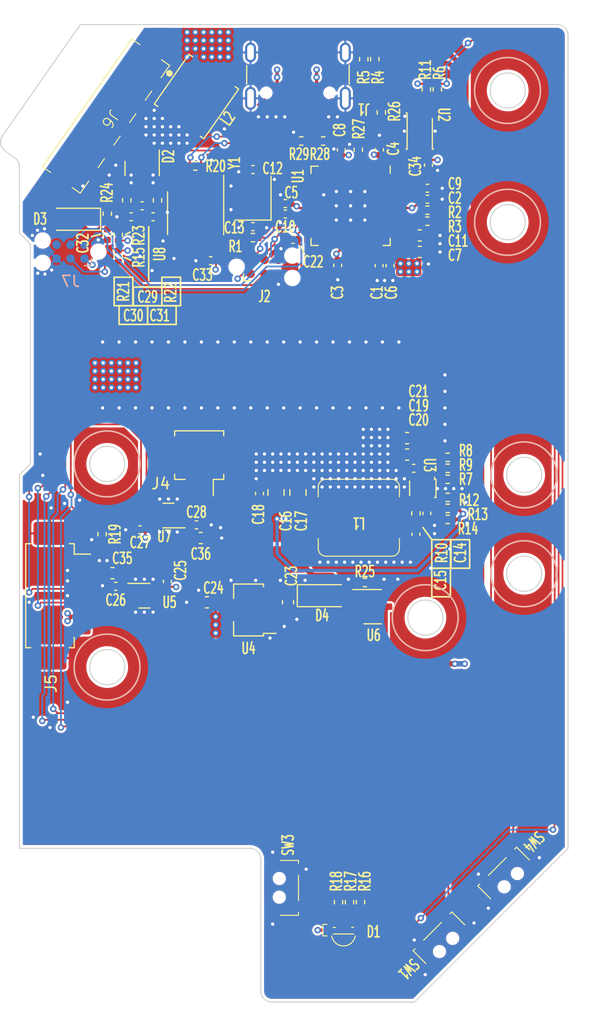
<source format=kicad_pcb>
(kicad_pcb (version 20231007) (generator pcbnew)
  (layers (0 "F.Cu" signal) (1 "In1.Cu" signal) (2 "In2.Cu" signal) (31 "B.Cu" signal) (34 "B.Paste" user) (35 "F.Paste" user) (36 "B.SilkS" user "B.Silkscreen") (37 "F.SilkS" user "F.Silkscreen") (38 "B.Mask" user) (39 "F.Mask" user) (44 "Edge.Cuts" user))
  (net 0 "")
  (net 1 "+3V3")
  (net 2 "GND")
  (net 3 "+1V1")
  (net 4 "Net-(U1-XIN)")
  (net 5 "Net-(C13-Pad2)")
  (net 6 "Net-(U3-SS)")
  (net 7 "Net-(C15-Pad1)")
  (net 8 "/10V_SW")
  (net 9 "+10V")
  (net 10 "+24V")
  (net 11 "/RESET_N")
  (net 12 "Net-(U8-B)")
  (net 13 "Net-(U8-A)")
  (net 14 "/ONE_WIRE")
  (net 15 "Net-(D1-BK)")
  (net 16 "Net-(D1-GK)")
  (net 17 "Net-(D1-RK)")
  (net 18 "/PHOTON_RX485_N")
  (net 19 "/PHOTON_RX485_P")
  (net 21 "/USBD_P")
  (net 22 "VBUS")
  (net 23 "Net-(J1-CC2)")
  (net 24 "Net-(J1-CC1)")
  (net 27 "/SWCLK")
  (net 28 "/SWD")
  (net 29 "/PEEL_OUT_2")
  (net 30 "/PEEL_OUT_1")
  (net 31 "/DRIVE_OUT_2")
  (net 32 "/DRIVE_QUAD_A")
  (net 33 "/DRIVE_OUT_1")
  (net 34 "/DRIVE_QUAD_B")
  (net 35 "Net-(J6-Pin_5)")
  (net 36 "Net-(U1-XOUT)")
  (net 37 "Net-(U1-USB_DP)")
  (net 38 "Net-(U1-USB_DM)")
  (net 39 "/USB_BOOT_N")
  (net 40 "/QSPI_CS_N")
  (net 41 "Net-(U3-EN)")
  (net 42 "Net-(U3-BST)")
  (net 43 "Net-(U3-FB)")
  (net 44 "/LED_R")
  (net 45 "/LED_G")
  (net 46 "/LED_B")
  (net 47 "/MOTOR_EN")
  (net 48 "/PHOTON_TX_EN")
  (net 49 "/PHOTON_RX_EN_N")
  (net 50 "/BUTTON_FWD")
  (net 51 "/BUTTON_REV")
  (net 57 "/QSPI_SD1")
  (net 58 "/QSPI_SD2")
  (net 59 "/QSPI_SD3")
  (net 60 "/QSPI_SCLK")
  (net 64 "/QSPI_SD0")
  (net 66 "/DRIVE_1")
  (net 67 "/DRIVE_2")
  (net 68 "/PEEL_2")
  (net 69 "/PEEL_1")
  (net 70 "/PHOTON_TX")
  (net 71 "/PHOTON_RX")
  (net 72 "/V24_PREFILTER")
  (net 73 "Net-(U3-RT)")
  (net 74 "/USBD_N")
  (net 75 "/REG_3V_INPUT")
  (net 77 "/BOARD_ID_0")
  (net 78 "/BOARD_ID_1")
  (net 79 "/BOARD_ID_2")
  (net 80 "/BOARD_ID_3")
  (footprint "Capacitor_SMD:C_0402_1005Metric" (layer "F.Cu") (at 139.325 60.25)
    (property "Reference" "C12")
    (property "Value" "27pF")
  )
  (footprint "Resistor_SMD:R_0402_1005Metric" (layer "F.Cu") (at 157.075 92.1 180)
    (property "Reference" "R14")
    (property "Value" "1MΩ")
  )
  (footprint "Resistor_SMD:R_0402_1005Metric" (layer "F.Cu") (at 127.05 68.125 -90)
    (property "Reference" "R15")
    (property "Value" "10kΩ")
  )
  (footprint "Connector:Tag-Connect_TC2030-IDC-NL_2x03_P1.27mm_Vertical" (layer "F.Cu") (at 140.375 69.1)
    (property "Reference" "J2")
    (property "Value" "Conn_ARM_SWD_TagConnect_TC2030-NL")
  )
  (footprint "Resistor_SMD:R_0402_1005Metric" (layer "F.Cu") (at 130.625 63.05 90)
    (property "Reference" "R22")
    (property "Value" "20Ω")
  )
  (footprint "Resistor_SMD:R_0402_1005Metric" (layer "F.Cu") (at 147.125 126.95 90)
    (property "Reference" "R18")
    (property "Value" "470Ω")
  )
  (footprint "Capacitor_SMD:C_0603_1608Metric" (layer "F.Cu") (at 154.525 67.75)
    (property "Reference" "C7")
    (property "Value" "2.2uF")
  )
  (footprint "Capacitor_SMD:C_0402_1005Metric" (layer "F.Cu") (at 126.825 98.2 180)
    (property "Reference" "C26")
    (property "Value" "100nF")
  )
  (footprint "Resistor_SMD:R_0402_1005Metric" (layer "F.Cu") (at 157.075 90.1)
    (property "Reference" "R12")
    (property "Value" "10kΩ")
  )
  (footprint "Capacitor_SMD:C_0402_1005Metric" (layer "F.Cu") (at 147.375 58.45 90)
    (property "Reference" "C8")
    (property "Value" "100nF")
  )
  (footprint "Resistor_SMD:R_0402_1005Metric" (layer "F.Cu") (at 127.05 66.2 90)
    (property "Reference" "R23")
    (property "Value" "1kΩ")
  )
  (footprint "Capacitor_SMD:C_0402_1005Metric" (layer "F.Cu") (at 134.175 92.6)
    (property "Reference" "C28")
    (property "Value" "100nF")
  )
  (footprint "Capacitor_SMD:C_0402_1005Metric" (layer "F.Cu") (at 155.175 91.55 -90)
    (property "Reference" "C14")
    (property "Value" "100nF")
  )
  (footprint "Resistor_SMD:R_0402_1005Metric" (layer "F.Cu") (at 143.725 57.65)
    (property "Reference" "R29")
    (property "Value" "0Ω")
  )
  (footprint "Diode_SMD:D_SOD-123" (layer "F.Cu") (at 145.725 99.05)
    (property "Reference" "D4")
    (property "Value" "B5819W")
  )
  (footprint "Konkers_Connectors_Header:AVX_009155005541006" (layer "F.Cu") (at 125.934307 55.383189 -125)
    (property "Reference" "J6")
    (property "Value" "009155005541006")
  )
  (footprint "Package_SON:WSON-8-1EP_2x2mm_P0.5mm_EP0.9x1.6mm" (layer "F.Cu") (at 131.625 91.75 180)
    (property "Reference" "U7")
    (property "Value" "DRV8212PDSGR")
  )
  (footprint "Konkers_Mechanical_Switches:HYP_1TS003B_2600_3500A_CT" (layer "F.Cu") (at 141.725 125.65 90)
    (property "Reference" "SW3")
    (property "Value" "1TS003B-2600-3500A-CT")
  )
  (footprint "Connector_Molex:Molex_PicoBlade_53261-0271_1x02-1MP_P1.25mm_Horizontal" (layer "F.Cu") (at 134.425 86.75 180)
    (property "Reference" "J4")
    (property "Value" "0532610271")
  )
  (footprint "Resistor_SMD:R_0402_1005Metric" (layer "F.Cu") (at 157.075 91.1 180)
    (property "Reference" "R13")
    (property "Value" "130kΩ")
  )
  (footprint "Resistor_SMD:R_0402_1005Metric" (layer "F.Cu") (at 149.125 126.95 90)
    (property "Reference" "R16")
    (property "Value" "470Ω")
  )
  (footprint "Konkers_Diodes_LED:MEIHUA_MHS110FRGBCT" (layer "F.Cu") (at 147.575 129.55)
    (property "Reference" "D1")
    (property "Value" "MHS110FRGBCT")
  )
  (footprint "Capacitor_SMD:C_0402_1005Metric" (layer "F.Cu") (at 142.275 63.35 180)
    (property "Reference" "C5")
    (property "Value" "100nF")
  )
  (footprint "Capacitor_SMD:C_0603_1608Metric" (layer "F.Cu") (at 142.525 99.65 -90)
    (property "Reference" "C23")
    (property "Value" "10uF")
  )
  (footprint "Capacitor_SMD:C_0402_1005Metric" (layer "F.Cu") (at 131.525 97.75 90)
    (property "Reference" "C25")
    (property "Value" "100nF")
  )
  (footprint "Package_TO_SOT_SMD:SOT-89-3" (layer "F.Cu") (at 138.925 100.35 180)
    (property "Reference" "U4")
    (property "Value" "AZ1117CR-3.3")
  )
  (footprint "Resistor_SMD:R_0402_1005Metric" (layer "F.Cu") (at 127.825 63.05 90)
    (property "Reference" "R21")
    (property "Value" "20Ω")
  )
  (footprint "Capacitor_SMD:C_0402_1005Metric" (layer "F.Cu") (at 126.05 66.175 90)
    (property "Reference" "C32")
    (property "Value" "27pF")
  )
  (footprint "Resistor_SMD:R_0402_1005Metric" (layer "F.Cu") (at 139.325 66.45 180)
    (property "Reference" "R1")
    (property "Value" "1kΩ")
  )
  (footprint "Resistor_SMD:R_0402_1005Metric" (layer "F.Cu") (at 156.125 52.95 -90)
    (property "Reference" "R6")
    (property "Value" "1kΩ")
  )
  (footprint "Capacitor_SMD:C_0603_1608Metric" (layer "F.Cu") (at 154.525 66.25)
    (property "Reference" "C11")
    (property "Value" "2.2uF")
  )
  (footprint "Resistor_SMD:R_0402_1005Metric" (layer "F.Cu") (at 145.725 57.65)
    (property "Reference" "R28")
    (property "Value" "0Ω")
  )
  (footprint "Package_TO_SOT_SMD:SOT-583-8" (layer "F.Cu") (at 154.805 89.26 -90)
    (property "Reference" "U3")
    (property "Value" "TPS62933DRLR")
  )
  (footprint "Diode_SMD:D_SOD-123" (layer "F.Cu") (at 123.075 64.775 180)
    (property "Reference" "D3")
    (property "Value" "MMSZ4684T1G")
  )
  (footprint "Resistor_SMD:R_0402_1005Metric" (layer "F.Cu") (at 155.225 64.95)
    (property "Reference" "R3")
    (property "Value" "27Ω")
  )
  (footprint "Inductor_SMD:L_Sunlord_SWPA5020S" (layer "F.Cu") (at 134.175 53.6 -125)
    (property "Reference" "L2")
    (property "Value" "47uH")
  )
  (footprint "Resistor_SMD:R_0402_1005Metric" (layer "F.Cu") (at 155.125 52.95 -90)
    (property "Reference" "R11")
    (property "Value" "10kΩ")
  )
  (footprint "Resistor_SMD:R_0402_1005Metric" (layer "F.Cu") (at 149.525 97.85)
    (property "Reference" "R25")
    (property "Value" "10kΩ")
  )
  (footprint "Konkers_Inductors_SMD:Inductor_SMD_7.0mm_6.7mm_2.8mm" (layer "F.Cu") (at 148.975 91.95 180)
    (property "Reference" "L1")
    (property "Value" "10uH")
  )
  (footprint "Resistor_SMD:R_0402_1005Metric" (layer "F.Cu") (at 150.425 50.2 -90)
    (property "Reference" "R4")
    (property "Value" "5.1kΩ")
  )
  (footprint "Capacitor_SMD:C_0402_1005Metric" (layer "F.Cu") (at 151.825 69 -90)
    (property "Reference" "C6")
    (property "Value" "100nF")
  )
  (footprint "Resistor_SMD:R_0402_1005Metric" (layer "F.Cu") (at 157.075 88.45)
    (property "Reference" "R7")
    (property "Value" "0Ω")
  )
  (footprint "Resistor_SMD:R_0402_1005Metric" (layer "F.Cu") (at 155.225 63.95)
    (property "Reference" "R2")
    (property "Value" "27Ω")
  )
  (footprint "Resistor_SMD:R_0402_1005Metric" (layer "F.Cu") (at 148.925 58.45 -90)
    (property "Reference" "R27")
    (property "Value" "0Ω")
  )
  (footprint "Capacitor_SMD:C_0805_2012Metric" (layer "F.Cu") (at 143.425 89.65 90)
    (property "Reference" "C17")
    (property "Value" "22uF")
  )
  (footprint "Capacitor_SMD:C_0402_1005Metric" (layer "F.Cu") (at 155.225 61.95)
    (property "Reference" "C9")
    (property "Value" "100nF")
  )
  (footprint "Resistor_SMD:R_0402_1005Metric" (layer "F.Cu") (at 157.075 87.45)
    (property "Reference" "R9")
    (property "Value" "100kΩ")
  )
  (footprint "Capacitor_SMD:C_0402_1005Metric" (layer "F.Cu") (at 139.325 65.45 180)
    (property "Reference" "C13")
    (property "Value" "27pF")
  )
  (footprint "Capacitor_SMD:C_0402_1005Metric" (layer "F.Cu") (at 153.975 87.45 180)
    (property "Reference" "C20")
    (property "Value" "100nF")
  )
  (footprint "Capacitor_SMD:C_0603_1608Metric" (layer "F.Cu") (at 135.125 99.65 180)
    (property "Reference" "C24")
    (property "Value" "10uF")
  )
  (footprint "Capacitor_SMD:C_0603_1608Metric" (layer "F.Cu") (at 153.375 84.7 180)
    (property "Reference" "C21")
    (property "Value" "10uF")
  )
  (footprint "Capacitor_SMD:C_0402_1005Metric" (layer "F.Cu") (at 135.475 68.55)
    (property "Reference" "C33")
    (property "Value" "100nF")
  )
  (footprint "Capacitor_SMD:C_0402_1005Metric" (layer "F.Cu") (at 142.975 66.6 180)
    (property "Reference" "C22")
    (property "Value" "100nF")
  )
  (footprint "Capacitor_SMD:C_0603_1608Metric" (layer "F.Cu") (at 153.375 86.2 180)
    (property "Reference" "C19")
    (property "Value" "10uF")
  )
  (footprint "Resistor_SMD:R_0402_1005Metric" (layer "F.Cu") (at 154.175 91.55 -90)
    (property "Reference" "R10")
    (property "Value" "0Ω")
  )
  (footprint "Resistor_SMD:R_0402_1005Metric" (layer "F.Cu") (at 126.05 64.275 90)
    (property "Reference" "R24")
    (property "Value" "220Ω")
  )
  (footprint "Crystal:Crystal_SMD_3225-4Pin_3.2x2.5mm" (layer "F.Cu") (at 139.325 62.85 90)
    (property "Reference" "Y1")
    (property "Value" "12MHz")
  )
  (footprint "Capacitor_SMD:C_0603_1608Metric" (layer "F.Cu") (at 126.525 97 180)
    (property "Reference" "C35")
    (property "Value" "2.2uF")
  )
  (footprint "Capacitor_SMD:C_0402_1005Metric" (layer "F.Cu") (at 150.85 58.45 90)
    (property "Reference" "C4")
    (property "Value" "100nF")
  )
  (footprint "Capacitor_SMD:C_0402_1005Metric" (layer "F.Cu") (at 155.225 62.95)
    (property "Reference" "C2")
    (property "Value" "100nF")
  )
  (footprint "Capacitor_SMD:C_0402_1005Metric" (layer "F.Cu") (at 147.05 68.975 -90)
    (property "Reference" "C3")
    (property "Value" "100nF")
  )
  (footprint "Capacitor_SMD:C_0402_1005Metric" (layer "F.Cu") (at 128.225 64.55 180)
    (property "Reference" "C30")
    (property "Value" "470pF")
  )
  (footprint "Connector_USB:USB_C_Receptacle_GCT_USB4105-xx-A_16P_TopMnt_Horizontal" (layer "F.Cu") (at 143.425 50.66 180)
    (property "Reference" "J1")
    (property "Value" "USB4105-GF-A")
  )
  (footprint "Resistor_SMD:R_0402_1005Metric" (layer "F.Cu") (at 148.125 126.95 90)
    (property "Reference" "R17")
    (property "Value" "470Ω")
  )
  (footprint "Konkers_Package_SON:USON-8-1EP_3x2mm_P0.5mm_EP0.3x1.7mm" (layer "F.Cu") (at 154.525 56.75 -90)
    (property "Reference" "U2")
    (property "Value" "W25Q16JVUXIQ")
  )
  (footprint "Capacitor_SMD:C_0402_1005Metric" (layer "F.Cu") (at 155.325 59.85 -90)
    (property "Reference" "C34")
    (property "Value" "100nF")
  )
  (footprint "Capacitor_SMD:C_0402_1005Metric" (layer "F.Cu") (at 129.225 63.55)
    (property "Reference" "C29")
    (property "Value" "470pF")
  )
  (footprint "Konkers_Mechanical_Switches:HYP_1TS003B_2600_3500A_CT" (layer "F.Cu") (at 156.925 130.85 -135)
    (property "Reference" "SW1")
    (property "Value" "1TS003B-2600-3500A-CT")
  )
  (footprint "Capacitor_SMD:C_0603_1608Metric" (layer "F.Cu") (at 134.575 93.8)
    (property "Reference" "C36")
    (property "Value" "2.2uF")
  )
  (footprint "Resistor_SMD:R_0402_1005Metric" (layer "F.Cu") (at 157.075 86.45)
    (property "Reference" "R8")
    (property "Value" "1MΩ")
  )
  (footprint "Package_SO:SOIC-8_3.9x4.9mm_P1.27mm" (layer "F.Cu") (at 134.1 64.225 -90)
    (property "Reference" "U8")
    (property "Value" "MAX3078EM/TR")
  )
  (footprint "Capacitor_SMD:C_0402_1005Metric" (layer "F.Cu") (at 150.825 69 -90)
    (property "Reference" "C1")
    (property "Value" "100nF")
  )
  (footprint "Package_TO_SOT_SMD:SOT-23" (layer "F.Cu") (at 129.225 60.15 -90)
    (property "Reference" "D2")
    (property "Value" "SM712")
  )
  (footprint "Resistor_SMD:R_0402_1005Metric" (layer "F.Cu") (at 134.075 59.925)
    (property "Reference" "R20")
    (property "Value" "0Ω")
  )
  (footprint "Package_SON:WSON-8-1EP_2x2mm_P0.5mm_EP0.9x1.6mm" (layer "F.Cu") (at 129.425 99.05)
    (property "Reference" "U5")
    (property "Value" "DRV8212PDSGR")
  )
  (footprint "Package_DFN_QFN:QFN-56-1EP_7x7mm_P0.4mm_EP3.2x3.2mm" (layer "F.Cu") (at 148.225 63.55 -90)
    (property "Reference" "U1")
    (property "Value" "RP2040")
  )
  (footprint "Connector_Molex:Molex_PicoBlade_53261-0671_1x06-1MP_P1.25mm_Horizontal" (layer "F.Cu") (at 121.325 99.05 -90)
    (property "Reference" "J5")
    (property "Value" "0532610671")
  )
  (footprint "Capacitor_SMD:C_0805_2012Metric" (layer "F.Cu") (at 141.425 89.65 90)
    (property "Reference" "C16")
    (property "Value" "22uF")
  )
  (footprint "Capacitor_SMD:C_0402_1005Metric" (layer "F.Cu") (at 142.275 64.3 180)
    (property "Reference" "C10")
    (property "Value" "100nF")
  )
  (footprint "Capacitor_SMD:C_0402_1005Metric" (layer "F.Cu") (at 154.175 93.45 -90)
    (property "Reference" "C15")
    (property "Value" "100nF")
  )
  (footprint "Capacitor_SMD:C_0402_1005Metric" (layer "F.Cu") (at 139.925 89.75 90)
    (property "Reference" "C18")
    (property "Value" "100nF")
  )
  (footprint "Resistor_SMD:R_0402_1005Metric" (layer "F.Cu") (at 149.425 50.2 -90)
    (property "Reference" "R5")
    (property "Value" "5.1kΩ")
  )
  (footprint "Resistor_SMD:R_0402_1005Metric" (layer "F.Cu") (at 125.575 93.45 -90)
    (property "Reference" "R19")
    (property "Value" "10kΩ")
  )
  (footprint "Capacitor_SMD:C_0402_1005Metric" (layer "F.Cu") (at 130.225 64.55)
    (property "Reference" "C31")
    (property "Value" "470pF")
  )
  (footprint "Capacitor_SMD:C_0402_1005Metric" (layer "F.Cu") (at 129.025 93.05 180)
    (property "Reference" "C27")
    (property "Value" "100nF")
  )
  (footprint "Resistor_SMD:R_0402_1005Metric" (layer "F.Cu") (at 151.025 55.05 -90)
    (property "Reference" "R26")
    (property "Value" "0Ω")
  )
  (footprint "Package_TO_SOT_SMD:SOT-23-3" (layer "F.Cu") (at 150.225 100.05)
    (property "Reference" "U6")
    (property "Value" "DMG3415UQ-7")
  )
  (footprint "Konkers_Mechanical_Switches:HYP_1TS003B_2600_3500A_CT" (layer "F.Cu") (at 162.825 124.95 -135)
    (property "Reference" "SW4")
    (property "Value" "1TS003B-2600-3500A-CT")
  )
  (footprint "Connector:Tag-Connect_TC2030-IDC-NL_2x03_P1.27mm_Vertical" (layer "B.Cu") (at 122.7 67.725 180)
    (property "Reference" "J7")
    (property "Value" "Conn_ARM_SWD_TagConnect_TC2030-NL" hide)
  )
  (gr_circle (center 126.025 87.05) (end 129.025 87.05) (stroke (width 0.15)) (fill none) (layer "B.SilkS"))
  (gr_circle (center 164.025 88.05) (end 167.025 88.05) (stroke (width 0.15)) (fill none) (layer "B.SilkS"))
  (gr_circle (center 162.525 65.05) (end 165.525 65.05) (stroke (width 0.15)) (fill none) (layer "B.SilkS"))
  (gr_circle (center 164.025 97.05) (end 167.025 97.05) (stroke (width 0.15)) (fill none) (layer "B.SilkS"))
  (gr_circle (center 126.025 105.55) (end 129.025 105.55) (stroke (width 0.15)) (fill none) (layer "B.SilkS"))
  (gr_circle (center 162.525 53.05) (end 165.525 53.05) (stroke (width 0.15)) (fill none) (layer "B.SilkS"))
  (gr_circle (center 155.025 101.05) (end 158.025 101.05) (stroke (width 0.15)) (fill none) (layer "B.SilkS"))
  (gr_rect (start 155.625 96.55) (end 157.325 99.15) (stroke (width 0.15)) (fill none) (layer "F.SilkS"))
  (gr_rect (start 127.125 72.65) (end 129.725 74.35) (stroke (width 0.15)) (fill none) (layer "F.SilkS"))
  (gr_line (start 128.125 65.95) (end 127.725 66.15) (stroke (width 0.15)) (layer "F.SilkS"))
  (gr_rect (start 129.725 72.65) (end 132.325 74.35) (stroke (width 0.15)) (fill none) (layer "F.SilkS"))
  (gr_line (start 129.825 70.35) (end 129.825 65.45) (stroke (width 0.15)) (layer "F.SilkS"))
  (gr_line (start 155.625 93.95) (end 154.825 92.85) (stroke (width 0.15)) (layer "F.SilkS"))
  (gr_line (start 128.175 68.5) (end 127.625 68.25) (stroke (width 0.15)) (layer "F.SilkS"))
  (gr_rect (start 126.675 70.05) (end 128.375 72.65) (stroke (width 0.15)) (fill none) (layer "F.SilkS"))
  (gr_line (start 144.025 67.95) (end 143.725 67.25) (stroke (width 0.15)) (layer "F.SilkS"))
  (gr_rect (start 157.375 93.95) (end 159.075 96.55) (stroke (width 0.15)) (fill none) (layer "F.SilkS"))
  (gr_rect (start 131.025 70.05) (end 132.725 72.65) (stroke (width 0.15)) (fill none) (layer "F.SilkS"))
  (gr_rect (start 128.425 70.95) (end 131.025 72.65) (stroke (width 0.15)) (fill none) (layer "F.SilkS"))
  (gr_rect (start 155.625 93.95) (end 157.325 96.55) (stroke (width 0.15)) (fill none) (layer "F.SilkS"))
  (gr_line (start 124.625 66.35) (end 125.425 66.15) (stroke (width 0.15)) (layer "F.SilkS"))
  (gr_poly locked (pts (xy 155.124996 99.45) (xy 155.20625 99.456179) (xy 155.286324 99.466354) (xy 155.365115 99.480424) (xy 155.442525 99.49829) (xy 155.518451 99.519851) (xy 155.592793 99.545006) (xy 155.665452 99.573654) (xy 155.736326 99.605695) (xy 155.805314 99.641029) (xy 155.872318 99.679555) (xy 155.937234 99.721173) (xy 155.999965 99.765781) (xy 156.060408 99.81328) (xy 156.118463 99.863569) (xy 156.17403 99.916547) (xy 156.227008 99.972114) (xy 156.277297 100.030169) (xy 156.324795 100.090612) (xy 156.369404 100.153342) (xy 156.411021 100.218259) (xy 156.449547 100.285262) (xy 156.484881 100.354251) (xy 156.516923 100.425125) (xy 156.545571 100.497783) (xy 156.570726 100.572126) (xy 156.592286 100.648052) (xy 156.610152 100.725461) (xy 156.624223 100.804252) (xy 156.634398 100.884326) (xy 156.640576 100.965581) (xy 156.642658 101.047917) (xy 156.640576 101.130252) (xy 156.634398 101.211507) (xy 156.624223 101.291581) (xy 156.610152 101.370372) (xy 156.592286 101.447781) (xy 156.570726 101.523708) (xy 156.545571 101.59805) (xy 156.516923 101.670709) (xy 156.484881 101.741583) (xy 156.449547 101.810571) (xy 156.411021 101.877574) (xy 156.369404 101.942491) (xy 156.324795 102.005222) (xy 156.277297 102.065665) (xy 156.227008 102.12372) (xy 156.17403 102.179287) (xy 156.118463 102.232265) (xy 156.060408 102.282554) (xy 155.999965 102.330052) (xy 155.937234 102.374661) (xy 155.872318 102.416278) (xy 155.805314 102.454804) (xy 155.736326 102.490138) (xy 155.665452 102.522179) (xy 155.592793 102.550828) (xy 155.518451 102.575982) (xy 155.442525 102.597543) (xy 155.365115 102.615409) (xy 155.286324 102.62948) (xy 155.20625 102.639655) (xy 155.124996 102.645833) (xy 155.04266 102.647915) (xy 154.960324 102.645833) (xy 154.879069 102.639655) (xy 154.798996 102.62948) (xy 154.720204 102.615409) (xy 154.642795 102.597543) (xy 154.566869 102.575982) (xy 154.492526 102.550828) (xy 154.419868 102.522179) (xy 154.348994 102.490138) (xy 154.280005 102.454804) (xy 154.213002 102.416278) (xy 154.148085 102.374661) (xy 154.085355 102.330052) (xy 154.024912 102.282554) (xy 153.966857 102.232265) (xy 153.91129 102.179287) (xy 153.858312 102.12372) (xy 153.808023 102.065665) (xy 153.760524 102.005222) (xy 153.715916 101.942491) (xy 153.674298 101.877574) (xy 153.635772 101.810571) (xy 153.600438 101.741583) (xy 153.568397 101.670709) (xy 153.539749 101.59805) (xy 153.514594 101.523708) (xy 153.493033 101.447781) (xy 153.475168 101.370372) (xy 153.461097 101.291581) (xy 153.450922 101.211507) (xy 153.444743 101.130252) (xy 153.442661 101.047917) (xy 153.444743 100.965581) (xy 153.450922 100.884326) (xy 153.461097 100.804252) (xy 153.475168 100.725461) (xy 153.493033 100.648052) (xy 153.514594 100.572126) (xy 153.539749 100.497783) (xy 153.568397 100.425125) (xy 153.600438 100.354251) (xy 153.635772 100.285262) (xy 153.674298 100.218259) (xy 153.715916 100.153342) (xy 153.760524 100.090612) (xy 153.808023 100.030169) (xy 153.858312 99.972114) (xy 153.91129 99.916547) (xy 153.966857 99.863569) (xy 154.024912 99.81328) (xy 154.085355 99.765781) (xy 154.148085 99.721173) (xy 154.213002 99.679555) (xy 154.280005 99.641029) (xy 154.348994 99.605695) (xy 154.419868 99.573654) (xy 154.492526 99.545006) (xy 154.566869 99.519851) (xy 154.642795 99.49829) (xy 154.720204 99.480424) (xy 154.798996 99.466354) (xy 154.879069 99.456179) (xy 154.960324 99.45) (xy 155.04266 99.447918)) (stroke (width 0.1)) (fill none) (layer "Edge.Cuts"))
  (gr_poly locked (pts (xy 126.125 103.95) (xy 126.206255 103.956179) (xy 126.286329 103.966354) (xy 126.36512 103.980424) (xy 126.442529 103.99829) (xy 126.518456 104.019851) (xy 126.592798 104.045006) (xy 126.665457 104.073654) (xy 126.736331 104.105695) (xy 126.80532 104.141029) (xy 126.872323 104.179555) (xy 126.93724 104.221173) (xy 126.99997 104.265781) (xy 127.060413 104.31328) (xy 127.118469 104.363569) (xy 127.174036 104.416547) (xy 127.227014 104.472114) (xy 127.277303 104.530169) (xy 127.324801 104.590612) (xy 127.36941 104.653342) (xy 127.411027 104.718259) (xy 127.449553 104.785262) (xy 127.484887 104.854251) (xy 127.516929 104.925125) (xy 127.545577 104.997783) (xy 127.570732 105.072126) (xy 127.592293 105.148052) (xy 127.610159 105.225461) (xy 127.624229 105.304252) (xy 127.634404 105.384326) (xy 127.640583 105.465581) (xy 127.642665 105.547917) (xy 127.640583 105.630252) (xy 127.634404 105.711507) (xy 127.624229 105.791581) (xy 127.610159 105.870372) (xy 127.592293 105.947781) (xy 127.570732 106.023708) (xy 127.545577 106.09805) (xy 127.516929 106.170709) (xy 127.484887 106.241583) (xy 127.449553 106.310571) (xy 127.411027 106.377574) (xy 127.36941 106.442491) (xy 127.324801 106.505222) (xy 127.277303 106.565665) (xy 127.227014 106.62372) (xy 127.174036 106.679287) (xy 127.118469 106.732265) (xy 127.060413 106.782554) (xy 126.99997 106.830052) (xy 126.93724 106.874661) (xy 126.872323 106.916278) (xy 126.80532 106.954804) (xy 126.736331 106.990138) (xy 126.665457 107.022179) (xy 126.592798 107.050828) (xy 126.518456 107.075982) (xy 126.442529 107.097543) (xy 126.36512 107.115409) (xy 126.286329 107.12948) (xy 126.206255 107.139655) (xy 126.125 107.145833) (xy 126.042665 107.147915) (xy 125.960329 107.145833) (xy 125.879074 107.139655) (xy 125.799 107.12948) (xy 125.720209 107.115409) (xy 125.6428 107.097543) (xy 125.566873 107.075982) (xy 125.492531 107.050828) (xy 125.419872 107.022179) (xy 125.348998 106.990138) (xy 125.280009 106.954804) (xy 125.213006 106.916278) (xy 125.148089 106.874661) (xy 125.085359 106.830052) (xy 125.024916 106.782554) (xy 124.966861 106.732265) (xy 124.911294 106.679287) (xy 124.858315 106.62372) (xy 124.808027 106.565665) (xy 124.760528 106.505222) (xy 124.715919 106.442491) (xy 124.674302 106.377574) (xy 124.635776 106.310571) (xy 124.600442 106.241583) (xy 124.5684 106.170709) (xy 124.539752 106.09805) (xy 124.514597 106.023708) (xy 124.493036 105.947781) (xy 124.47517 105.870372) (xy 124.4611 105.791581) (xy 124.450925 105.711507) (xy 124.444746 105.630252) (xy 124.442664 105.547917) (xy 124.444746 105.465581) (xy 124.450925 105.384326) (xy 124.4611 105.304252) (xy 124.47517 105.225461) (xy 124.493036 105.148052) (xy 124.514597 105.072126) (xy 124.539752 104.997783) (xy 124.5684 104.925125) (xy 124.600442 104.854251) (xy 124.635776 104.785262) (xy 124.674302 104.718259) (xy 124.715919 104.653342) (xy 124.760528 104.590612) (xy 124.808027 104.530169) (xy 124.858315 104.472114) (xy 124.911294 104.416547) (xy 124.966861 104.363569) (xy 125.024916 104.31328) (xy 125.085359 104.265781) (xy 125.148089 104.221173) (xy 125.213006 104.179555) (xy 125.280009 104.141029) (xy 125.348998 104.105695) (xy 125.419872 104.073654) (xy 125.492531 104.045006) (xy 125.566873 104.019851) (xy 125.6428 103.99829) (xy 125.720209 103.980424) (xy 125.799 103.966354) (xy 125.879074 103.956179) (xy 125.960329 103.95) (xy 126.042665 103.947918)) (stroke (width 0.1)) (fill none) (layer "Edge.Cuts"))
  (gr_poly locked (pts (xy 164.124996 86.45) (xy 164.20625 86.456179) (xy 164.286324 86.466354) (xy 164.365115 86.480424) (xy 164.442525 86.49829) (xy 164.518451 86.519851) (xy 164.592793 86.545006) (xy 164.665452 86.573654) (xy 164.736326 86.605695) (xy 164.805314 86.641029) (xy 164.872318 86.679555) (xy 164.937234 86.721173) (xy 164.999965 86.765781) (xy 165.060408 86.81328) (xy 165.118463 86.863569) (xy 165.17403 86.916547) (xy 165.227008 86.972114) (xy 165.277297 87.030169) (xy 165.324795 87.090612) (xy 165.369404 87.153342) (xy 165.411021 87.218259) (xy 165.449547 87.285262) (xy 165.484881 87.354251) (xy 165.516923 87.425125) (xy 165.545571 87.497783) (xy 165.570726 87.572126) (xy 165.592286 87.648052) (xy 165.610152 87.725461) (xy 165.624223 87.804252) (xy 165.634398 87.884326) (xy 165.640576 87.965581) (xy 165.642658 88.047917) (xy 165.640576 88.130252) (xy 165.634398 88.211507) (xy 165.624223 88.291581) (xy 165.610152 88.370372) (xy 165.592286 88.447781) (xy 165.570726 88.523708) (xy 165.545571 88.59805) (xy 165.516923 88.670709) (xy 165.484881 88.741583) (xy 165.449547 88.810571) (xy 165.411021 88.877574) (xy 165.369404 88.942491) (xy 165.324795 89.005222) (xy 165.277297 89.065665) (xy 165.227008 89.12372) (xy 165.17403 89.179287) (xy 165.118463 89.232265) (xy 165.060408 89.282554) (xy 164.999965 89.330052) (xy 164.937234 89.374661) (xy 164.872318 89.416278) (xy 164.805314 89.454804) (xy 164.736326 89.490138) (xy 164.665452 89.522179) (xy 164.592793 89.550828) (xy 164.518451 89.575982) (xy 164.442525 89.597543) (xy 164.365115 89.615409) (xy 164.286324 89.62948) (xy 164.20625 89.639655) (xy 164.124996 89.645833) (xy 164.04266 89.647915) (xy 163.960324 89.645833) (xy 163.879069 89.639655) (xy 163.798996 89.62948) (xy 163.720204 89.615409) (xy 163.642795 89.597543) (xy 163.566869 89.575982) (xy 163.492526 89.550828) (xy 163.419868 89.522179) (xy 163.348994 89.490138) (xy 163.280005 89.454804) (xy 163.213002 89.416278) (xy 163.148085 89.374661) (xy 163.085355 89.330052) (xy 163.024912 89.282554) (xy 162.966857 89.232265) (xy 162.91129 89.179287) (xy 162.858312 89.12372) (xy 162.808023 89.065665) (xy 162.760524 89.005222) (xy 162.715916 88.942491) (xy 162.674298 88.877574) (xy 162.635772 88.810571) (xy 162.600438 88.741583) (xy 162.568397 88.670709) (xy 162.539749 88.59805) (xy 162.514594 88.523708) (xy 162.493033 88.447781) (xy 162.475168 88.370372) (xy 162.461097 88.291581) (xy 162.450922 88.211507) (xy 162.444743 88.130252) (xy 162.442661 88.047917) (xy 162.444743 87.965581) (xy 162.450922 87.884326) (xy 162.461097 87.804252) (xy 162.475168 87.725461) (xy 162.493033 87.648052) (xy 162.514594 87.572126) (xy 162.539749 87.497783) (xy 162.568397 87.425125) (xy 162.600438 87.354251) (xy 162.635772 87.285262) (xy 162.674298 87.218259) (xy 162.715916 87.153342) (xy 162.760524 87.090612) (xy 162.808023 87.030169) (xy 162.858312 86.972114) (xy 162.91129 86.916547) (xy 162.966857 86.863569) (xy 163.024912 86.81328) (xy 163.085355 86.765781) (xy 163.148085 86.721173) (xy 163.213002 86.679555) (xy 163.280005 86.641029) (xy 163.348994 86.605695) (xy 163.419868 86.573654) (xy 163.492526 86.545006) (xy 163.566869 86.519851) (xy 163.642795 86.49829) (xy 163.720204 86.480424) (xy 163.798996 86.466354) (xy 163.879069 86.456179) (xy 163.960324 86.45) (xy 164.04266 86.447918)) (stroke (width 0.1)) (fill none) (layer "Edge.Cuts"))
  (gr_poly locked (pts (xy 164.124996 95.45) (xy 164.20625 95.456179) (xy 164.286324 95.466354) (xy 164.365115 95.480424) (xy 164.442525 95.49829) (xy 164.518451 95.519851) (xy 164.592793 95.545006) (xy 164.665452 95.573654) (xy 164.736326 95.605695) (xy 164.805314 95.641029) (xy 164.872318 95.679555) (xy 164.937234 95.721173) (xy 164.999965 95.765781) (xy 165.060408 95.81328) (xy 165.118463 95.863569) (xy 165.17403 95.916547) (xy 165.227008 95.972114) (xy 165.277297 96.030169) (xy 165.324795 96.090612) (xy 165.369404 96.153342) (xy 165.411021 96.218259) (xy 165.449547 96.285262) (xy 165.484881 96.354251) (xy 165.516923 96.425125) (xy 165.545571 96.497783) (xy 165.570726 96.572126) (xy 165.592286 96.648052) (xy 165.610152 96.725461) (xy 165.624223 96.804252) (xy 165.634398 96.884326) (xy 165.640576 96.965581) (xy 165.642658 97.047917) (xy 165.640576 97.130252) (xy 165.634398 97.211507) (xy 165.624223 97.291581) (xy 165.610152 97.370372) (xy 165.592286 97.447781) (xy 165.570726 97.523708) (xy 165.545571 97.59805) (xy 165.516923 97.670709) (xy 165.484881 97.741583) (xy 165.449547 97.810571) (xy 165.411021 97.877574) (xy 165.369404 97.942491) (xy 165.324795 98.005222) (xy 165.277297 98.065665) (xy 165.227008 98.12372) (xy 165.17403 98.179287) (xy 165.118463 98.232265) (xy 165.060408 98.282554) (xy 164.999965 98.330052) (xy 164.937234 98.374661) (xy 164.872318 98.416278) (xy 164.805314 98.454804) (xy 164.736326 98.490138) (xy 164.665452 98.522179) (xy 164.592793 98.550828) (xy 164.518451 98.575982) (xy 164.442525 98.597543) (xy 164.365115 98.615409) (xy 164.286324 98.62948) (xy 164.20625 98.639655) (xy 164.124996 98.645833) (xy 164.04266 98.647915) (xy 163.960324 98.645833) (xy 163.879069 98.639655) (xy 163.798996 98.62948) (xy 163.720204 98.615409) (xy 163.642795 98.597543) (xy 163.566869 98.575982) (xy 163.492526 98.550828) (xy 163.419868 98.522179) (xy 163.348994 98.490138) (xy 163.280005 98.454804) (xy 163.213002 98.416278) (xy 163.148085 98.374661) (xy 163.085355 98.330052) (xy 163.024912 98.282554) (xy 162.966857 98.232265) (xy 162.91129 98.179287) (xy 162.858312 98.12372) (xy 162.808023 98.065665) (xy 162.760524 98.005222) (xy 162.715916 97.942491) (xy 162.674298 97.877574) (xy 162.635772 97.810571) (xy 162.600438 97.741583) (xy 162.568397 97.670709) (xy 162.539749 97.59805) (xy 162.514594 97.523708) (xy 162.493033 97.447781) (xy 162.475168 97.370372) (xy 162.461097 97.291581) (xy 162.450922 97.211507) (xy 162.444743 97.130252) (xy 162.442661 97.047917) (xy 162.444743 96.965581) (xy 162.450922 96.884326) (xy 162.461097 96.804252) (xy 162.475168 96.725461) (xy 162.493033 96.648052) (xy 162.514594 96.572126) (xy 162.539749 96.497783) (xy 162.568397 96.425125) (xy 162.600438 96.354251) (xy 162.635772 96.285262) (xy 162.674298 96.218259) (xy 162.715916 96.153342) (xy 162.760524 96.090612) (xy 162.808023 96.030169) (xy 162.858312 95.972114) (xy 162.91129 95.916547) (xy 162.966857 95.863569) (xy 163.024912 95.81328) (xy 163.085355 95.765781) (xy 163.148085 95.721173) (xy 163.213002 95.679555) (xy 163.280005 95.641029) (xy 163.348994 95.605695) (xy 163.419868 95.573654) (xy 163.492526 95.545006) (xy 163.566869 95.519851) (xy 163.642795 95.49829) (xy 163.720204 95.480424) (xy 163.798996 95.466354) (xy 163.879069 95.456179) (xy 163.960324 95.45) (xy 164.04266 95.447918)) (stroke (width 0.1)) (fill none) (layer "Edge.Cuts"))
  (gr_poly locked (pts (xy 126.125 85.45) (xy 126.206255 85.456179) (xy 126.286329 85.466354) (xy 126.36512 85.480424) (xy 126.442529 85.49829) (xy 126.518456 85.519851) (xy 126.592798 85.545006) (xy 126.665457 85.573654) (xy 126.736331 85.605695) (xy 126.80532 85.641029) (xy 126.872323 85.679555) (xy 126.93724 85.721173) (xy 126.99997 85.765781) (xy 127.060413 85.81328) (xy 127.118469 85.863569) (xy 127.174036 85.916547) (xy 127.227014 85.972114) (xy 127.277303 86.030169) (xy 127.324801 86.090612) (xy 127.36941 86.153342) (xy 127.411027 86.218259) (xy 127.449553 86.285262) (xy 127.484887 86.354251) (xy 127.516929 86.425125) (xy 127.545577 86.497783) (xy 127.570732 86.572126) (xy 127.592293 86.648052) (xy 127.610159 86.725461) (xy 127.624229 86.804252) (xy 127.634404 86.884326) (xy 127.640583 86.965581) (xy 127.642665 87.047917) (xy 127.640583 87.130252) (xy 127.634404 87.211507) (xy 127.624229 87.291581) (xy 127.610159 87.370372) (xy 127.592293 87.447781) (xy 127.570732 87.523708) (xy 127.545577 87.59805) (xy 127.516929 87.670709) (xy 127.484887 87.741583) (xy 127.449553 87.810571) (xy 127.411027 87.877574) (xy 127.36941 87.942491) (xy 127.324801 88.005222) (xy 127.277303 88.065665) (xy 127.227014 88.12372) (xy 127.174036 88.179287) (xy 127.118469 88.232265) (xy 127.060413 88.282554) (xy 126.99997 88.330052) (xy 126.93724 88.374661) (xy 126.872323 88.416278) (xy 126.80532 88.454804) (xy 126.736331 88.490138) (xy 126.665457 88.522179) (xy 126.592798 88.550828) (xy 126.518456 88.575982) (xy 126.442529 88.597543) (xy 126.36512 88.615409) (xy 126.286329 88.62948) (xy 126.206255 88.639655) (xy 126.125 88.645833) (xy 126.042665 88.647915) (xy 125.960329 88.645833) (xy 125.879074 88.639655) (xy 125.799 88.62948) (xy 125.720209 88.615409) (xy 125.6428 88.597543) (xy 125.566873 88.575982) (xy 125.492531 88.550828) (xy 125.419872 88.522179) (xy 125.348998 88.490138) (xy 125.280009 88.454804) (xy 125.213006 88.416278) (xy 125.148089 88.374661) (xy 125.085359 88.330052) (xy 125.024916 88.282554) (xy 124.966861 88.232265) (xy 124.911294 88.179287) (xy 124.858315 88.12372) (xy 124.808027 88.065665) (xy 124.760528 88.005222) (xy 124.715919 87.942491) (xy 124.674302 87.877574) (xy 124.635776 87.810571) (xy 124.600442 87.741583) (xy 124.5684 87.670709) (xy 124.539752 87.59805) (xy 124.514597 87.523708) (xy 124.493036 87.447781) (xy 124.47517 87.370372) (xy 124.4611 87.291581) (xy 124.450925 87.211507) (xy 124.444746 87.130252) (xy 124.442664 87.047917) (xy 124.444746 86.965581) (xy 124.450925 86.884326) (xy 124.4611 86.804252) (xy 124.47517 86.725461) (xy 124.493036 86.648052) (xy 124.514597 86.572126) (xy 124.539752 86.497783) (xy 124.5684 86.425125) (xy 124.600442 86.354251) (xy 124.635776 86.285262) (xy 124.674302 86.218259) (xy 124.715919 86.153342) (xy 124.760528 86.090612) (xy 124.808027 86.030169) (xy 124.858315 85.972114) (xy 124.911294 85.916547) (xy 124.966861 85.863569) (xy 125.024916 85.81328) (xy 125.085359 85.765781) (xy 125.148089 85.721173) (xy 125.213006 85.679555) (xy 125.280009 85.641029) (xy 125.348998 85.605695) (xy 125.419872 85.573654) (xy 125.492531 85.545006) (xy 125.566873 85.519851) (xy 125.6428 85.49829) (xy 125.720209 85.480424) (xy 125.799 85.466354) (xy 125.879074 85.456179) (xy 125.960329 85.45) (xy 126.042665 85.447918)) (stroke (width 0.1)) (fill none) (layer "Edge.Cuts"))
  (gr_poly locked (pts (xy 162.624996 51.450003) (xy 162.70625 51.456182) (xy 162.786324 51.466357) (xy 162.865115 51.480428) (xy 162.942525 51.498293) (xy 163.018451 51.519854) (xy 163.092793 51.545008) (xy 163.165452 51.573657) (xy 163.236326 51.605698) (xy 163.305314 51.641032) (xy 163.372318 51.679558) (xy 163.437234 51.721175) (xy 163.499965 51.765783) (xy 163.560408 51.813282) (xy 163.618463 51.863571) (xy 163.67403 51.916548) (xy 163.727008 51.972115) (xy 163.777297 52.03017) (xy 163.824795 52.090613) (xy 163.869404 52.153344) (xy 163.911021 52.218261) (xy 163.949547 52.285264) (xy 163.984881 52.354252) (xy 164.016923 52.425126) (xy 164.045571 52.497785) (xy 164.070726 52.572128) (xy 164.092286 52.648054) (xy 164.110152 52.725463) (xy 164.124223 52.804255) (xy 164.134398 52.884329) (xy 164.140576 52.965584) (xy 164.142658 53.04792) (xy 164.140576 53.130256) (xy 164.134398 53.211511) (xy 164.124223 53.291585) (xy 164.110152 53.370377) (xy 164.092286 53.447786) (xy 164.070726 53.523712) (xy 164.045571 53.598055) (xy 164.016923 53.670713) (xy 163.984881 53.741587) (xy 163.949547 53.810576) (xy 163.911021 53.877579) (xy 163.869404 53.942496) (xy 163.824795 54.005226) (xy 163.777297 54.065669) (xy 163.727008 54.123724) (xy 163.67403 54.179291) (xy 163.618463 54.232269) (xy 163.560408 54.282558) (xy 163.499965 54.330056) (xy 163.437234 54.374665) (xy 163.372318 54.416282) (xy 163.305314 54.454808) (xy 163.236326 54.490142) (xy 163.165452 54.522183) (xy 163.092793 54.550831) (xy 163.018451 54.575986) (xy 162.942525 54.597546) (xy 162.865115 54.615412) (xy 162.786324 54.629483) (xy 162.70625 54.639657) (xy 162.624996 54.645836) (xy 162.54266 54.647918) (xy 162.460324 54.645836) (xy 162.379069 54.639657) (xy 162.298996 54.629483) (xy 162.220204 54.615412) (xy 162.142795 54.597546) (xy 162.066869 54.575986) (xy 161.992526 54.550831) (xy 161.919868 54.522183) (xy 161.848994 54.490142) (xy 161.780005 54.454808) (xy 161.713002 54.416282) (xy 161.648085 54.374665) (xy 161.585355 54.330056) (xy 161.524912 54.282558) (xy 161.466857 54.232269) (xy 161.41129 54.179291) (xy 161.358312 54.123724) (xy 161.308023 54.065669) (xy 161.260524 54.005226) (xy 161.215916 53.942496) (xy 161.174298 53.877579) (xy 161.135772 53.810576) (xy 161.100438 53.741587) (xy 161.068397 53.670713) (xy 161.039749 53.598055) (xy 161.014594 53.523712) (xy 160.993033 53.447786) (xy 160.975168 53.370377) (xy 160.961097 53.291585) (xy 160.950922 53.211511) (xy 160.944743 53.130256) (xy 160.942661 53.04792) (xy 160.944743 52.965584) (xy 160.950922 52.884329) (xy 160.961097 52.804255) (xy 160.975168 52.725463) (xy 160.993033 52.648054) (xy 161.014594 52.572128) (xy 161.039749 52.497785) (xy 161.068397 52.425126) (xy 161.100438 52.354252) (xy 161.135772 52.285264) (xy 161.174298 52.218261) (xy 161.215916 52.153344) (xy 161.260524 52.090613) (xy 161.308023 52.03017) (xy 161.358312 51.972115) (xy 161.41129 51.916548) (xy 161.466857 51.863571) (xy 161.524912 51.813282) (xy 161.585355 51.765783) (xy 161.648085 51.721175) (xy 161.713002 51.679558) (xy 161.780005 51.641032) (xy 161.848994 51.605698) (xy 161.919868 51.573657) (xy 161.992526 51.545008) (xy 162.066869 51.519854) (xy 162.142795 51.498293) (xy 162.220204 51.480428) (xy 162.298996 51.466357) (xy 162.379069 51.456182) (xy 162.460324 51.450003) (xy 162.54266 51.447922)) (stroke (width 0.1)) (fill none) (layer "Edge.Cuts"))
  (gr_poly locked (pts (xy 167.092247 47.04915) (xy 167.141498 47.052814) (xy 167.19033 47.058879) (xy 167.238661 47.067313) (xy 167.28641 47.078079) (xy 167.333495 47.091145) (xy 167.379833 47.106477) (xy 167.425343 47.12404) (xy 167.469943 47.143801) (xy 167.51355 47.165726) (xy 167.556083 47.189781) (xy 167.59746 47.215931) (xy 167.637599 47.244143) (xy 167.676418 47.274384) (xy 167.713835 47.306618) (xy 167.749767 47.340813) (xy 167.783962 47.376746) (xy 167.816196 47.414163) (xy 167.846437 47.452982) (xy 167.874649 47.493121) (xy 167.9008 47.534498) (xy 167.924855 47.577031) (xy 167.946779 47.620639) (xy 167.96654 47.665239) (xy 167.984104 47.710749) (xy 167.999435 47.757087) (xy 168.012501 47.804172) (xy 168.023268 47.851921) (xy 168.031701 47.900252) (xy 168.037767 47.949084) (xy 168.041431 47.998334) (xy 168.04266 48.047921) (xy 168.04266 122.047917) (xy 154.04266 136.047917) (xy 141.042664 136.047917) (xy 140.993076 136.046688) (xy 140.943826 136.043023) (xy 140.894994 136.036958) (xy 140.846662 136.028525) (xy 140.798913 136.017758) (xy 140.751828 136.004692) (xy 140.70549 135.989361) (xy 140.65998 135.971797) (xy 140.61538 135.952036) (xy 140.571772 135.930111) (xy 140.529239 135.906057) (xy 140.487862 135.879906) (xy 140.447724 135.851694) (xy 140.408905 135.821453) (xy 140.371488 135.789219) (xy 140.335556 135.755024) (xy 140.301362 135.719091) (xy 140.269127 135.681675) (xy 140.238887 135.642856) (xy 140.210675 135.602717) (xy 140.184524 135.561339) (xy 140.16047 135.518806) (xy 140.138545 135.475198) (xy 140.118784 135.430599) (xy 140.10122 135.385088) (xy 140.085889 135.33875) (xy 140.072822 135.291665) (xy 140.062056 135.243916) (xy 140.053623 135.195585) (xy 140.047557 135.146753) (xy 140.043893 135.097503) (xy 140.042664 135.047917) (xy 140.042664 123.047917) (xy 140.041435 122.99833) (xy 140.03777 122.94908) (xy 140.031705 122.900248) (xy 140.023271 122.851917) (xy 140.012505 122.804168) (xy 139.999439 122.757083) (xy 139.984107 122.710745) (xy 139.966543 122.665235) (xy 139.946782 122.620635) (xy 139.924858 122.577027) (xy 139.900803 122.534494) (xy 139.874652 122.493117) (xy 139.84644 122.452978) (xy 139.8162 122.414159) (xy 139.783965 122.376742) (xy 139.749771 122.340809) (xy 139.713839 122.306614) (xy 139.676422 122.27438) (xy 139.637604 122.244139) (xy 139.597465 122.215927) (xy 139.556088 122.189776) (xy 139.513555 122.165722) (xy 139.469947 122.143797) (xy 139.425348 122.124036) (xy 139.379838 122.106473) (xy 139.333499 122.091141) (xy 139.286414 122.078075) (xy 139.238665 122.067309) (xy 139.190334 122.058875) (xy 139.141501 122.05281) (xy 139.092251 122.049146) (xy 139.042664 122.047917) (xy 118.042665 122.047917) (xy 118.042665 88.047917) (xy 119.042665 87.047917) (xy 119.042665 67.047919) (xy 118.042665 66.047919) (xy 118.042665 59.995116) (xy 118.040813 59.934205) (xy 118.035305 59.873918) (xy 118.026217 59.814399) (xy 118.013623 59.755793) (xy 117.997597 59.698242) (xy 117.978214 59.64189) (xy 117.95555 59.586881) (xy 117.929679 59.533359) (xy 117.900676 59.481467) (xy 117.868616 59.43135) (xy 117.833573 59.38315) (xy 117.795623 59.337012) (xy 117.75484 59.293079) (xy 117.711299 59.251495) (xy 117.665074 59.212403) (xy 117.616241 59.175948) (xy 116.747325 58.567527) (xy 116.705918 58.536945) (xy 116.666534 58.504653) (xy 116.629186 58.470738) (xy 116.593892 58.435289) (xy 116.560665 58.398392) (xy 116.529523 58.360135) (xy 116.500479 58.320606) (xy 116.47355 58.279892) (xy 116.448752 58.238081) (xy 116.426098 58.19526) (xy 116.405606 58.151516) (xy 116.38729 58.106938) (xy 116.371165 58.061612) (xy 116.357248 58.015626) (xy 116.345553 57.969068) (xy 116.336096 57.922025) (xy 116.328893 57.874585) (xy 116.323958 57.826834) (xy 116.321308 57.778862) (xy 116.320958 57.730754) (xy 116.322923 57.6826) (xy 116.327218 57.634485) (xy 116.33386 57.586498) (xy 116.342862 57.538726) (xy 116.354242 57.491257) (xy 116.368014 57.444178) (xy 116.384194 57.397576) (xy 116.402797 57.35154) (xy 116.423839 57.306156) (xy 116.447334 57.261513) (xy 116.473299 57.217697) (xy 116.501749 57.174796) (xy 123.592665 47.047921) (xy 167.04266 47.047921)) (stroke (width 0.1)) (fill none) (layer "Edge.Cuts"))
  (gr_poly locked (pts (xy 162.624996 63.450002) (xy 162.70625 63.456181) (xy 162.786324 63.466356) (xy 162.865115 63.480426) (xy 162.942525 63.498292) (xy 163.018451 63.519852) (xy 163.092793 63.545007) (xy 163.165452 63.573655) (xy 163.236326 63.605697) (xy 163.305314 63.64103) (xy 163.372318 63.679556) (xy 163.437234 63.721173) (xy 163.499965 63.765782) (xy 163.560408 63.81328) (xy 163.618463 63.863569) (xy 163.67403 63.916547) (xy 163.727008 63.972114) (xy 163.777297 64.030169) (xy 163.824795 64.090612) (xy 163.869404 64.153342) (xy 163.911021 64.218259) (xy 163.949547 64.285262) (xy 163.984881 64.354251) (xy 164.016923 64.425125) (xy 164.045571 64.497784) (xy 164.070726 64.572126) (xy 164.092286 64.648052) (xy 164.110152 64.725462) (xy 164.124223 64.804254) (xy 164.134398 64.884327) (xy 164.140576 64.965582) (xy 164.142658 65.047919) (xy 164.140576 65.130255) (xy 164.134398 65.21151) (xy 164.124223 65.291584) (xy 164.110152 65.370375) (xy 164.092286 65.447785) (xy 164.070726 65.523711) (xy 164.045571 65.598054) (xy 164.016923 65.670712) (xy 163.984881 65.741586) (xy 163.949547 65.810575) (xy 163.911021 65.877578) (xy 163.869404 65.942495) (xy 163.824795 66.005225) (xy 163.777297 66.065668) (xy 163.727008 66.123723) (xy 163.67403 66.17929) (xy 163.618463 66.232268) (xy 163.560408 66.282557) (xy 163.499965 66.330055) (xy 163.437234 66.374664) (xy 163.372318 66.416281) (xy 163.305314 66.454807) (xy 163.236326 66.490141) (xy 163.165452 66.522182) (xy 163.092793 66.55083) (xy 163.018451 66.575985) (xy 162.942525 66.597545) (xy 162.865115 66.615411) (xy 162.786324 66.629482) (xy 162.70625 66.639656) (xy 162.624996 66.645835) (xy 162.54266 66.647917) (xy 162.460324 66.645835) (xy 162.379069 66.639656) (xy 162.298996 66.629482) (xy 162.220204 66.615411) (xy 162.142795 66.597545) (xy 162.066869 66.575985) (xy 161.992526 66.55083) (xy 161.919868 66.522182) (xy 161.848994 66.490141) (xy 161.780005 66.454807) (xy 161.713002 66.416281) (xy 161.648085 66.374664) (xy 161.585355 66.330055) (xy 161.524912 66.282557) (xy 161.466857 66.232268) (xy 161.41129 66.17929) (xy 161.358312 66.123723) (xy 161.308023 66.065668) (xy 161.260524 66.005225) (xy 161.215916 65.942495) (xy 161.174298 65.877578) (xy 161.135772 65.810575) (xy 161.100438 65.741586) (xy 161.068397 65.670712) (xy 161.039749 65.598054) (xy 161.014594 65.523711) (xy 160.993033 65.447785) (xy 160.975168 65.370375) (xy 160.961097 65.291584) (xy 160.950922 65.21151) (xy 160.944743 65.130255) (xy 160.942661 65.047919) (xy 160.944743 64.965582) (xy 160.950922 64.884327) (xy 160.961097 64.804254) (xy 160.975168 64.725462) (xy 160.993033 64.648052) (xy 161.014594 64.572126) (xy 161.039749 64.497784) (xy 161.068397 64.425125) (xy 161.100438 64.354251) (xy 161.135772 64.285262) (xy 161.174298 64.218259) (xy 161.215916 64.153342) (xy 161.260524 64.090612) (xy 161.308023 64.030169) (xy 161.358312 63.972114) (xy 161.41129 63.916547) (xy 161.466857 63.863569) (xy 161.524912 63.81328) (xy 161.585355 63.765782) (xy 161.648085 63.721173) (xy 161.713002 63.679556) (xy 161.780005 63.64103) (xy 161.848994 63.605697) (xy 161.919868 63.573655) (xy 161.992526 63.545007) (xy 162.066869 63.519852) (xy 162.142795 63.498292) (xy 162.220204 63.480426) (xy 162.298996 63.466356) (xy 162.379069 63.456181) (xy 162.460324 63.450002) (xy 162.54266 63.44792)) (stroke (width 0.1)) (fill none) (layer "Edge.Cuts"))
  (segment (start 132.305 98.23) (end 132.325 98.25) (width 0.2) (layer "F.Cu") (net 1))
  (segment (start 123.725 100.925) (end 122.85 100.925) (width 0.3) (layer "F.Cu") (net 1))
  (segment (start 135.9 99.65) (end 135.9 100.925) (width 0.3) (layer "F.Cu") (net 1))
  (segment (start 150.400449 58.93) (end 150.35725 58.886801) (width 0.2) (layer "F.Cu") (net 1))
  (segment (start 152.175 64.15) (end 152.575 63.75) (width 0.2) (layer "F.Cu") (net 1))
  (segment (start 144.7875 63.75) (end 143.46783 63.75) (width 0.2) (layer "F.Cu") (net 1))
  (segment (start 127.89 67.615) (end 127.9 67.625) (width 0.1565) (layer "F.Cu") (net 1))
  (segment (start 146.928258 67.923397) (end 147.05 68.045139) (width 0.2) (layer "F.Cu") (net 1))
  (segment (start 146.928258 67.923397) (end 147.225 67.626655) (width 0.2) (layer "F.Cu") (net 1))
  (segment (start 131.525 98.23) (end 132.305 98.23) (width 0.2) (layer "F.Cu") (net 1))
  (segment (start 155.325 59.37) (end 156.145 59.37) (width 0.2) (layer "F.Cu") (net 1))
  (segment (start 148.044992 58.93) (end 147.375 58.93) (width 0.2) (layer "F.Cu") (net 1))
  (segment (start 122.692361 100.925) (end 122.425 100.657639) (width 0.3) (layer "F.Cu") (net 1))
  (segment (start 142.755 63.35) (end 143.06783 63.35) (width 0.2) (layer "F.Cu") (net 1))
  (segment (start 143.06783 63.35) (end 143.307591 63.589761) (width 0.2) (layer "F.Cu") (net 1))
  (segment (start 129.505 93.05) (end 129.505 93.73001) (width 0.2) (layer "F.Cu") (net 1))
  (segment (start 143.46783 63.75) (end 143.307591 63.589761) (width 0.2) (layer "F.Cu") (net 1))
  (segment (start 151.6625 64.15) (end 152.175 64.15) (width 0.2) (layer "F.Cu") (net 1))
  (segment (start 129.505 93.73001) (end 129.525 93.75001) (width 0.2) (layer "F.Cu") (net 1))
  (segment (start 140.7875 100.35) (end 136.6 100.35) (width 0.3) (layer "F.Cu") (net 1))
  (segment (start 135.955 66.75) (end 136.005 66.7) (width 0.1565) (layer "F.Cu") (net 1))
  (segment (start 135.955 69.32) (end 135.925 69.35) (width 0.1565) (layer "F.Cu") (net 1))
  (segment (start 154.745 62.95) (end 153.945 63.75) (width 0.2) (layer "F.Cu") (net 1))
  (segment (start 155.125 52.44) (end 154.34 52.44) (width 0.2) (layer "F.Cu") (net 1))
  (segment (start 127.885 66.71) (end 127.9 66.725) (width 0.1565) (layer "F.Cu") (net 1))
  (segment (start 129.875 92.5) (end 130.675 92.5) (width 0.2) (layer "F.Cu") (net 1))
  (segment (start 136.6 100.35) (end 135.9 99.65) (width 0.3) (layer "F.Cu") (net 1))
  (segment (start 155.275 58.2) (end 155.275 59.32) (width 0.2) (layer "F.Cu") (net 1))
  (segment (start 146.175 129.5) (end 145.225 129.5) (width 0.3) (layer "F.Cu") (net 1))
  (segment (start 131.455 98.3) (end 131.525 98.23) (width 0.2) (layer "F.Cu") (net 1))
  (segment (start 127.05 67.615) (end 127.89 67.615) (width 0.1565) (layer "F.Cu") (net 1))
  (segment (start 127.05 66.71) (end 127.885 66.71) (width 0.1565) (layer "F.Cu") (net 1))
  (segment (start 152.575 63.75) (end 153.825 63.75) (width 0.2) (layer "F.Cu") (net 1))
  (segment (start 122.85 100.925) (end 122.425 101.35) (width 0.3) (layer "F.Cu") (net 1))
  (segment (start 155.275 59.32) (end 155.325 59.37) (width 0.2) (layer "F.Cu") (net 1))
  (segment (start 147.225 60.1125) (end 147.225 59.08) (width 0.2) (layer "F.Cu") (net 1))
  (segment (start 138.380722 69.735) (end 137.929472 70.18625) (width 0.1565) (layer "F.Cu") (net 1))
  (segment (start 147.05 68.045139) (end 147.05 68.495) (width 0.2) (layer "F.Cu") (net 1))
  (segment (start 150.825 58.955) (end 150.85 58.93) (width 0.2) (layer "F.Cu") (net 1))
  (segment (start 156.145 59.37) (end 156.15 59.375) (width 0.2) (layer "F.Cu") (net 1))
  (segment (start 123.725 100.925) (end 122.692361 100.925) (width 0.3) (layer "F.Cu") (net 1))
  (segment (start 129.505 92.87) (end 129.875 92.5) (width 0.2) (layer "F.Cu") (net 1))
  (segment (start 135.9 100.925) (end 135.925 100.95) (width 0.3) (layer "F.Cu") (net 1))
  (segment (start 151.6625 63.75) (end 152.575 63.75) (width 0.2) (layer "F.Cu") (net 1))
  (segment (start 139.105 69.735) (end 138.380722 69.735) (width 0.1565) (layer "F.Cu") (net 1))
  (segment (start 147.225 59.08) (end 147.375 58.93) (width 0.2) (layer "F.Cu") (net 1))
  (segment (start 154.34 52.44) (end 154.325 52.425) (width 0.2) (layer "F.Cu") (net 1))
  (segment (start 135.955 68.55) (end 135.955 66.75) (width 0.1565) (layer "F.Cu") (net 1))
  (segment (start 135.955 68.55) (end 135.955 69.32) (width 0.1565) (layer "F.Cu") (net 1))
  (segment (start 130.375 98.3) (end 131.455 98.3) (width 0.2) (layer "F.Cu") (net 1))
  (segment (start 150.825 60.1125) (end 150.825 58.955) (width 0.2) (layer "F.Cu") (net 1))
  (segment (start 150.85 58.93) (end 150.400449 58.93) (width 0.2) (layer "F.Cu") (net 1))
  (segment (start 153.945 63.75) (end 153.825 63.75) (width 0.2) (layer "F.Cu") (net 1))
  (segment (start 147.225 67.626655) (end 147.225 66.9875) (width 0.2) (layer "F.Cu") (net 1))
  (segment (start 129.505 93.05) (end 129.505 92.87) (width 0.2) (layer "F.Cu") (net 1))
  (via (at 122.425 101.35) (size 0.6) (drill 0.3) (layers "F.Cu" "B.Cu") (net 1))
  (via (at 135.925 102.45) (size 0.6) (drill 0.3) (layers "F.Cu" "B.Cu") (net 1))
  (via (at 143.307591 63.589761) (size 0.6) (drill 0.3) (layers "F.Cu" "B.Cu") (net 1))
  (via (at 153.825 63.75) (size 0.6) (drill 0.3) (layers "F.Cu" "B.Cu") (net 1))
  (via (at 152.775 68.8) (size 0.6) (drill 0.3) (layers "F.Cu" "B.Cu") (net 1))
  (via (at 132.325 98.25) (size 0.6) (drill 0.3) (layers "F.Cu" "B.Cu") (net 1))
  (via (at 156.15 59.375) (size 0.6) (drill 0.3) (layers "F.Cu" "B.Cu") (net 1))
  (via (at 127.9 67.625) (size 0.6) (drill 0.3) (layers "F.Cu" "B.Cu") (net 1))
  (via (at 154.325 52.425) (size 0.6) (drill 0.3) (layers "F.Cu" "B.Cu") (net 1))
  (via (at 127.9 66.725) (size 0.6) (drill 0.3) (layers "F.Cu" "B.Cu") (net 1))
  (via (at 154.275 68.8) (size 0.6) (drill 0.3) (layers "F.Cu" "B.Cu") (net 1))
  (via (at 135.925 69.35) (size 0.6) (drill 0.3) (layers "F.Cu" "B.Cu") (net 1))
  (via (at 153.525 69.55) (size 0.6) (drill 0.3) (layers "F.Cu" "B.Cu") (net 1))
  (via (at 135.925 101.7) (size 0.6) (drill 0.3) (layers "F.Cu" "B.Cu") (net 1))
  (via (at 150.35725 58.886801) (size 0.6) (drill 0.3) (layers "F.Cu" "B.Cu") (net 1))
  (via (at 129.525 93.75001) (size 0.6) (drill 0.3) (layers "F.Cu" "B.Cu") (net 1))
  (via (at 146.928258 67.923397) (size 0.6) (drill 0.3) (layers "F.Cu" "B.Cu") (net 1))
  (via (at 137.929472 70.18625) (size 0.6) (drill 0.3) (layers "F.Cu" "B.Cu") (net 1))
  (via (at 148.044992 58.93) (size 0.6) (drill 0.3) (layers "F.Cu" "B.Cu") (net 1))
  (via (at 154.275 69.55) (size 0.6) (drill 0.3) (layers "F.Cu" "B.Cu") (net 1))
  (via (at 122.425 100.657639) (size 0.6) (drill 0.3) (layers "F.Cu" "B.Cu") (net 1))
  (via (at 153.525 68.8) (size 0.6) (drill 0.3) (layers "F.Cu" "B.Cu") (net 1))
  (via (at 152.775 69.55) (size 0.6) (drill 0.3) (layers "F.Cu" "B.Cu") (net 1))
  (via (at 135.925 100.95) (size 0.6) (drill 0.3) (layers "F.Cu" "B.Cu") (net 1))
  (via (at 124.7 68.925) (size 0.6) (drill 0.3) (layers "F.Cu" "B.Cu") (net 1))
  (via (at 145.225 129.5) (size 0.6) (drill 0.3) (layers "F.Cu" "B.Cu") (net 1))
  (segment (start 124.535 68.925) (end 124.7 68.925) (width 0.1565) (layer "B.Cu") (net 1))
  (segment (start 123.97 68.36) (end 124.535 68.925) (width 0.1565) (layer "B.Cu") (net 1))
  (segment (start 153.775 55.3) (end 153.269138 55.3) (width 0.1565) (layer "F.Cu") (net 2))
  (segment (start 140.225 54.34) (end 140.225 55.05) (width 0.3) (layer "F.Cu") (net 2))
  (segment (start 153.269138 55.3) (end 153.172069 55.397069) (width 0.1565) (layer "F.Cu") (net 2))
  (segment (start 140.225 55.05) (end 140.625 55.45) (width 0.3) (layer "F.Cu") (net 2))
  (segment (start 146.235 57.65) (end 146.235 57.916928) (width 0.1565) (layer "F.Cu") (net 2))
  (segment (start 140.225 55.05) (end 139.825 55.45) (width 0.3) (layer "F.Cu") (net 2))
  (segment (start 147.375 57.97) (end 147.105 57.97) (width 0.2) (layer "F.Cu") (net 2))
  (segment (start 146.235 57.916928) (end 146.696536 58.378464) (width 0.1565) (layer "F.Cu") (net 2))
  (segment (start 142.525 100.425) (end 142.55 100.425) (width 0.3) (layer "F.Cu") (net 2))
  (segment (start 146.625 55.05) (end 147.025 55.45) (width 0.3) (layer "F.Cu") (net 2))
  (segment (start 150.035 97.85) (end 150.825 97.85) (width 0.1565) (layer "F.Cu") (net 2))
  (segment (start 147.105 57.97) (end 146.696536 58.378464) (width 0.2) (layer "F.Cu") (net 2))
  (segment (start 146.625 55.05) (end 146.225 55.45) (width 0.3) (layer "F.Cu") (net 2))
  (segment (start 146.625 54.34) (end 146.625 55.05) (width 0.3) (layer "F.Cu") (net 2))
  (via (at 147.05725 70.277931) (size 0.6) (drill 0.3) (layers "F.Cu" "B.Cu") (net 2))
  (via (at 140.375 86.9) (size 0.6) (drill 0.3) (layers "F.Cu" "B.Cu") (net 2))
  (via (at 130.225 100.55) (size 0.6) (drill 0.3) (layers "F.Cu" "B.Cu") (net 2))
  (via (at 129.575 56.35) (size 0.6) (drill 0.3) (layers "F.Cu" "B.Cu") (net 2))
  (via (at 127.125 81.95) (size 0.6) (drill 0.3) (layers "F.Cu" "B.Cu") (net 2))
  (via (at 143.625 81.95) (size 0.6) (drill 0.3) (layers "F.Cu" "B.Cu") (net 2))
  (via (at 147.875 87.65) (size 0.6) (drill 0.3) (layers "F.Cu" "B.Cu") (net 2))
  (via (at 146.625 75.95) (size 0.6) (drill 0.3) (layers "F.Cu" "B.Cu") (net 2))
  (via (at 155.325 68.85) (size 0.6) (drill 0.3) (layers "F.Cu" "B.Cu") (net 2))
  (via (at 150.875 86.15) (size 0.6) (drill 0.3) (layers "F.Cu" "B.Cu") (net 2))
  (via (at 158.825 92.45) (size 0.6) (drill 0.3) (layers "F.Cu" "B.Cu") (net 2))
  (via (at 141.125 128.95) (size 0.6) (drill 0.3) (layers "F.Cu" "B.Cu") (net 2))
  (via (at 138.025 65.55) (size 0.6) (drill 0.3) (layers "F.Cu" "B.Cu") (net 2))
  (via (at 149.175 96) (size 0.6) (drill 0.3) (layers "F.Cu" "B.Cu") (net 2))
  (via (at 149.625 75.95) (size 0.6) (drill 0.3) (layers "F.Cu" "B.Cu") (net 2))
  (via (at 146.375 86.9) (size 0.6) (drill 0.3) (layers "F.Cu" "B.Cu") (net 2))
  (via (at 127.125 75.95) (size 0.6) (drill 0.3) (layers "F.Cu" "B.Cu") (net 2))
  (via (at 145.625 88.4) (size 0.6) (drill 0.3) (layers "F.Cu" "B.Cu") (net 2))
  (via (at 159.875 124.4) (size 0.6) (drill 0.3) (layers "F.Cu" "B.Cu") (net 2))
  (via (at 150.125 89.15) (size 0.6) (drill 0.3) (layers "F.Cu" "B.Cu") (net 2))
  (via (at 137.625 75.95) (size 0.6) (drill 0.3) (layers "F.Cu" "B.Cu") (net 2))
  (via (at 144.175 123.95) (size 0.6) (drill 0.3) (layers "F.Cu" "B.Cu") (net 2))
  (via (at 125.610136 98.139529) (size 0.6) (drill 0.3) (layers "F.Cu" "B.Cu") (net 2))
  (via (at 150.875 84.65) (size 0.6) (drill 0.3) (layers "F.Cu" "B.Cu") (net 2))
  (via (at 133.125 81.95) (size 0.6) (drill 0.3) (layers "F.Cu" "B.Cu") (net 2))
  (via (at 152.625 75.95) (size 0.6) (drill 0.3) (layers "F.Cu" "B.Cu") (net 2))
  (via (at 142.175 101.85) (size 0.6) (drill 0.3) (layers "F.Cu" "B.Cu") (net 2))
  (via (at 149.375 89.15) (size 0.6) (drill 0.3) (layers "F.Cu" "B.Cu") (net 2))
  (via (at 128.225 60.75) (size 0.6) (drill 0.3) (layers "F.Cu" "B.Cu") (net 2))
  (via (at 119.708426 69.687607) (size 0.6) (drill 0.3) (layers "F.Cu" "B.Cu") (net 2))
  (via (at 122.425 97.7) (size 0.6) (drill 0.3) (layers "F.Cu" "B.Cu") (net 2))
  (via (at 130.325 57.85) (size 0.6) (drill 0.3) (layers "F.Cu" "B.Cu") (net 2))
  (via (at 125.325 95.85) (size 0.6) (drill 0.3) (layers "F.Cu" "B.Cu") (net 2))
  (via (at 141.875 86.15) (size 0.6) (drill 0.3) (layers "F.Cu" "B.Cu") (net 2))
  (via (at 139.625 87.65) (size 0.6) (drill 0.3) (layers "F.Cu" "B.Cu") (net 2))
  (via (at 130.225 61.45) (size 0.6) (drill 0.3) (layers "F.Cu" "B.Cu") (net 2))
  (via (at 133.325 57.1) (size 0.6) (drill 0.3) (layers "F.Cu" "B.Cu") (net 2))
  (via (at 151.275 97.55) (size 0.6) (drill 0.3) (layers "F.Cu" "B.Cu") (net 2))
  (via (at 132.575 57.85) (size 0.6) (drill 0.3) (layers "F.Cu" "B.Cu") (net 2))
  (via (at 152.375 88.4) (size 0.6) (drill 0.3) (layers "F.Cu" "B.Cu") (net 2))
  (via (at 133.325 57.85) (size 0.6) (drill 0.3) (layers "F.Cu" "B.Cu") (net 2))
  (via (at 142.625 86.9) (size 0.6) (drill 0.3) (layers "F.Cu" "B.Cu") (net 2))
  (via (at 131.625 93.25) (size 0.6) (drill 0.3) (layers "F.Cu" "B.Cu") (net 2))
  (via (at 160.775 127.5) (size 0.6) (drill 0.3) (layers "F.Cu" "B.Cu") (net 2))
  (via (at 129.025 68.15) (size 0.6) (drill 0.3) (layers "F.Cu" "B.Cu") (net 2))
  (via (at 134.375 98.55) (size 0.6) (drill 0.3) (layers "F.Cu" "B.Cu") (net 2))
  (via (at 137.325 63.9) (size 0.6) (drill 0.3) (layers "F.Cu" "B.Cu") (net 2))
  (via (at 137.325 97.65) (size 0.6) (drill 0.3) (layers "F.Cu" "B.Cu") (net 2))
  (via (at 158.375 89.3) (size 0.6) (drill 0.3) (layers "F.Cu" "B.Cu") (net 2))
  (via (at 141.125 86.9) (size 0.6) (drill 0.3) (layers "F.Cu" "B.Cu") (net 2))
  (via (at 150.875 83.9) (size 0.6) (drill 0.3) (layers "F.Cu" "B.Cu") (net 2))
  (via (at 130.325 57.1) (size 0.6) (drill 0.3) (layers "F.Cu" "B.Cu") (net 2))
  (via (at 132.575 57.1) (size 0.6) (drill 0.3) (layers "F.Cu" "B.Cu") (net 2))
  (via (at 143.325 101.2) (size 0.6) (drill 0.3) (layers "F.Cu" "B.Cu") (net 2))
  (via (at 156.875 89.3) (size 0.6) (drill 0.3) (layers "F.Cu" "B.Cu") (net 2))
  (via (at 149.525 64.85) (size 0.6) (drill 0.3) (layers "F.Cu" "B.Cu") (net 2))
  (via (at 128.625 97.55) (size 0.6) (drill 0.3) (layers "F.Cu" "B.Cu") (net 2))
  (via (at 131.075 57.1) (size 0.6) (drill 0.3) (layers "F.Cu" "B.Cu") (net 2))
  (via (at 148.125 75.95) (size 0.6) (drill 0.3) (layers "F.Cu" "B.Cu") (net 2))
  (via (at 149.625 81.95) (size 0.6) (drill 0.3) (layers "F.Cu" "B.Cu") (net 2))
  (via (at 151.625 86.15) (size 0.6) (drill 0.3) (layers "F.Cu" "B.Cu") (net 2))
  (via (at 147.875 88.4) (size 0.6) (drill 0.3) (layers "F.Cu" "B.Cu") (net 2))
  (via (at 130.125 75.95) (size 0.6) (drill 0.3) (layers "F.Cu" "B.Cu") (net 2))
  (via (at 141.125 86.15) (size 0.6) (drill 0.3) (layers "F.Cu" "B.Cu") (net 2))
  (via (at 120.172069 88.097069) (size 0.6) (drill 0.3) (layers "F.Cu" "B.Cu") (net 2))
  (via (at 146.225 55.45) (size 0.6) (drill 0.3) (layers "F.Cu" "B.Cu") (net 2))
  (via (at 126.225 60.75) (size 0.6) (drill 0.3) (layers "F.Cu" "B.Cu") (net 2))
  (via (at 127.725 93.05) (size 0.6) (drill 0.3) (layers "F.Cu" "B.Cu") (net 2))
  (via (at 141.875 86.9) (size 0.6) (drill 0.3) (layers "F.Cu" "B.Cu") (net 2))
  (via (at 150.875 85.4) (size 0.6) (drill 0.3) (layers "F.Cu" "B.Cu") (net 2))
  (via (at 120.980543 69.394217) (size 0.6) (drill 0.3) (layers "F.Cu" "B.Cu") (net 2))
  (via (at 140.625 75.95) (size 0.6) (drill 0.3) (layers "F.Cu" "B.Cu") (net 2))
  (via (at 148.225 63.55) (size 0.6) (drill 0.3) (layers "F.Cu" "B.Cu") (net 2))
  (via (at 134.125 68.55) (size 0.6) (drill 0.3) (layers "F.Cu" "B.Cu") (net 2))
  (via (at 141.8395 62.547069) (size 0.6) (drill 0.3) (layers "F.Cu" "B.Cu") (net 2))
  (via (at 120.825 111.05) (size 0.6) (drill 0.3) (layers "F.Cu" "B.Cu") (net 2))
  (via (at 144.075 97.65) (size 0.6) (drill 0.3) (layers "F.Cu" "B.Cu") (net 2))
  (via (at 151.125 81.95) (size 0.6) (drill 0.3) (layers "F.Cu" "B.Cu") (net 2))
  (via (at 151.625 86.9) (size 0.6) (drill 0.3) (layers "F.Cu" "B.Cu") (net 2))
  (via (at 120.325 65.65) (size 0.6) (drill 0.3) (layers "F.Cu" "B.Cu") (net 2))
  (via (at 140.625 55.45) (size 0.6) (drill 0.3) (layers "F.Cu" "B.Cu") (net 2))
  (via (at 144.875 88.4) (size 0.6) (drill 0.3) (layers "F.Cu" "B.Cu") (net 2))
  (via (at 156.575 61.95) (size 0.6) (drill 0.3) (layers "F.Cu" "B.Cu") (net 2))
  (via (at 141.125 122.4) (size 0.6) (drill 0.3) (layers "F.Cu" "B.Cu") (net 2))
  (via (at 119.303856 110.115387) (size 0.6) (drill 0.3) (layers "F.Cu" "B.Cu") (net 2))
  (via (at 145.625 86.15) (size 0.6) (drill 0.3) (layers "F.Cu" "B.Cu") (net 2))
  (via (at 148.225 62.25) (size 0.6) (drill 0.3) (layers "F.Cu" "B.Cu") (net 2))
  (via (at 125.625 75.95) (size 0.6) (drill 0.3) (layers "F.Cu" "B.Cu") (net 2))
  (via (at 156.15 60.325) (size 0.6) (drill 0.3) (layers "F.Cu" "B.Cu") (net 2))
  (via (at 147.125 86.15) (size 0.6) (drill 0.3) (layers "F.Cu" "B.Cu") (net 2))
  (via (at 131.625 81.95) (size 0.6) (drill 0.3) (layers "F.Cu" "B.Cu") (net 2))
  (via (at 147.125 86.9) (size 0.6) (drill 0.3) (layers "F.Cu" "B.Cu") (net 2))
  (via (at 129.575 55.6) (size 0.6) (drill 0.3) (layers "F.Cu" "B.Cu") (net 2))
  (via (at 149.375 88.4) (size 0.6) (drill 0.3) (layers "F.Cu" "B.Cu") (net 2))
  (via (at 136.475 93.8) (size 0.6) (drill 0.3) (layers "F.Cu" "B.Cu") (net 2))
  (via (at 158.725 90.55) (size 0.6) (drill 0.3) (layers "F.Cu" "B.Cu") (net 2))
  (via (at 141.875 87.65) (size 0.6) (drill 0.3) (layers "F.Cu" "B.Cu") (net 2))
  (via (at 148.625 86.15) (size 0.6) (drill 0.3) (layers "F.Cu" "B.Cu") (net 2))
  (via (at 149.375 84.65) (size 0.6) (drill 0.3) (layers "F.Cu" "B.Cu") (net 2))
  (via (at 146.375 89.15) (size 0.6) (drill 0.3) (layers "F.Cu" "B.Cu") (net 2))
  (via (at 120.369594 69.768645) (size 0.6) (drill 0.3) (layers "F.Cu" "B.Cu") (net 2))
  (via (at 133.275 99.65) (size 0.6) (drill 0.3) (layers "F.Cu" "B.Cu") (net 2))
  (via (at 144.875 89.15) (size 0.6) (drill 0.3) (layers "F.Cu" "B.Cu") (net 2))
  (via (at 151.625 88.4) (size 0.6) (drill 0.3) (layers "F.Cu" "B.Cu") (net 2))
  (via (at 141.425 55.45) (size 0.6) (drill 0.3) (layers "F.Cu" "B.Cu") (net 2))
  (via (at 150.647069 70.35) (size 0.6) (drill 0.3) (layers "F.Cu" "B.Cu") (net 2))
  (via (at 131.125 66.75) (size 0.6) (drill 0.3) (layers "F.Cu" "B.Cu") (net 2))
  (via (at 157.625 89.3) (size 0.6) (drill 0.3) (layers "F.Cu" "B.Cu") (net 2))
  (via (at 152.625 81.95) (size 0.6) (drill 0.3) (layers "F.Cu" "B.Cu") (net 2))
  (via (at 145.125 81.95) (size 0.6) (drill 0.3) (layers "F.Cu" "B.Cu") (net 2))
  (via (at 150.125 86.15) (size 0.6) (drill 0.3) (layers "F.Cu" "B.Cu") (net 2))
  (via (at 148.625 88.4) (size 0.6) (drill 0.3) (layers "F.Cu" "B.Cu") (net 2))
  (via (at 145.775 62.55) (size 0.6) (drill 0.3) (layers "F.Cu" "B.Cu") (net 2))
  (via (at 146.925 96) (size 0.6) (drill 0.3) (layers "F.Cu" "B.Cu") (net 2))
  (via (at 131.825 56.35) (size 0.6) (drill 0.3) (layers "F.Cu" "B.Cu") (net 2))
  (via (at 131.525 64.15) (size 0.6) (drill 0.3) (layers "F.Cu" "B.Cu") (net 2))
  (via (at 125.625 81.95) (size 0.6) (drill 0.3) (layers "F.Cu" "B.Cu") (net 2))
  (via (at 141.825 65.09275) (size 0.6) (drill 0.3) (layers "F.Cu" "B.Cu") (net 2))
  (via (at 137.325 61.75) (size 0.6) (drill 0.3) (layers "F.Cu" "B.Cu") (net 2))
  (via (at 151.625 84.65) (size 0.6) (drill 0.3) (layers "F.Cu" "B.Cu") (net 2))
  (via (at 143.375 86.9) (size 0.6) (drill 0.3) (layers "F.Cu" "B.Cu") (net 2))
  (via (at 148.425 96) (size 0.6) (drill 0.3) (layers "F.Cu" "B.Cu") (net 2))
  (via (at 148.625 89.15) (size 0.6) (drill 0.3) (layers "F.Cu" "B.Cu") (net 2))
  (via (at 132.425 90.25) (size 0.6) (drill 0.3) (layers "F.Cu" "B.Cu") (net 2))
  (via (at 122.425 108.75) (size 0.6) (drill 0.3) (layers "F.Cu" "B.Cu") (net 2))
  (via (at 149.375 86.15) (size 0.6) (drill 0.3) (layers "F.Cu" "B.Cu") (net 2))
  (via (at 149.925 96) (size 0.6) (drill 0.3) (layers "F.Cu" "B.Cu") (net 2))
  (via (at 147.675 96) (size 0.6) (drill 0.3) (layers "F.Cu" "B.Cu") (net 2))
  (via (at 142.125 75.95) (size 0.6) (drill 0.3) (layers "F.Cu" "B.Cu") (net 2))
  (via (at 151.425 96) (size 0.6) (drill 0.3) (layers "F.Cu" "B.Cu") (net 2))
  (via (at 150.875 89.15) (size 0.6) (drill 0.3) (layers "F.Cu" "B.Cu") (net 2))
  (via (at 130.325 55.6) (size 0.6) (drill 0.3) (layers "F.Cu" "B.Cu") (net 2))
  (via (at 156.375 66.25) (size 0.6) (drill 0.3) (layers "F.Cu" "B.Cu") (net 2))
  (via (at 146.625 81.95) (size 0.6) (drill 0.3) (layers "F.Cu" "B.Cu") (net 2))
  (via (at 156.825 83.45) (size 0.6) (drill 0.3) (layers "F.Cu" "B.Cu") (net 2))
  (via (at 156.575 62.95) (size 0.6) (drill 0.3) (layers "F.Cu" "B.Cu") (net 2))
  (via (at 148.125 57.95) (size 0.6) (drill 0.3) (layers "F.Cu" "B.Cu") (net 2))
  (via (at 131.825 57.1) (size 0.6) (drill 0.3) (layers "F.Cu" "B.Cu") (net 2))
  (via (at 126.925 64.55) (size 0.6) (drill 0.3) (layers "F.Cu" "B.Cu") (net 2))
  (via (at 122.425 99.05) (size 0.6) (drill 0.3) (layers "F.Cu" "B.Cu") (net 2))
  (via (at 149.375 87.65) (size 0.6) (drill 0.3) (layers "F.Cu" "B.Cu") (net 2))
  (via (at 144.125 86.15) (size 0.6) (drill 0.3) (layers "F.Cu" "B.Cu") (net 2))
  (via (at 156.125 89.3) (size 0.6) (drill 0.3) (layers "F.Cu" "B.Cu") (net 2))
  (via (at 150.125 84.65) (size 0.6) (drill 0.3) (layers "F.Cu" "B.Cu") (net 2))
  (via (at 130.825 93.25) (size 0.6) (drill 0.3) (layers "F.Cu" "B.Cu") (net 2))
  (via (at 147.025 55.45) (size 0.6) (drill 0.3) (layers "F.Cu" "B.Cu") (net 2))
  (via (at 139.575 97.65) (size 0.6) (drill 0.3) (layers "F.Cu" "B.Cu") (net 2))
  (via (at 156.825 81.95) (size 0.6) (drill 0.3) (layers "F.Cu" "B.Cu") (net 2))
  (via (at 133.125 75.95) (size 0.6) (drill 0.3) (layers "F.Cu" "B.Cu") (net 2))
  (via (at 142.625 87.65) (size 0.6) (drill 0.3) (layers "F.Cu" "B.Cu") (net 2))
  (via (at 140.375 87.65) (size 0.6) (drill 0.3) (layers "F.Cu" "B.Cu") (net 2))
  (via (at 141.274502 61.15) (size 0.6) (drill 0.3) (layers "F.Cu" "B.Cu") (net 2))
  (via (at 153.125 56.75) (size 0.6) (drill 0.3) (layers "F.Cu" "B.Cu") (net 2))
  (via (at 119.218526 66.246822) (size 0.6) (drill 0.3) (layers "F.Cu" "B.Cu") (net 2))
  (via (at 130.325 54.85) (size 0.6) (drill 0.3) (layers "F.Cu" "B.Cu") (net 2))
  (via (at 151.625 85.4) (size 0.6) (drill 0.3) (layers "F.Cu" "B.Cu") (net 2))
  (via (at 142.125 81.95) (size 0.6) (drill 0.3) (layers "F.Cu" "B.Cu") (net 2))
  (via (at 143.375 86.15) (size 0.6) (drill 0.3) (layers "F.Cu" "B.Cu") (net 2))
  (via (at 125.225 66.65) (size 0.6) (drill 0.3) (layers "F.Cu" "B.Cu") (net 2))
  (via (at 144.125 86.9) (size 0.6) (drill 0.3) (layers "F.Cu" "B.Cu") (net 2))
  (via (at 146.175 96) (size 0.6) (drill 0.3) (layers "F.Cu" "B.Cu") (net 2))
  (via (at 143.025 56.85) (size 0.6) (drill 0.3) (layers "F.Cu" "B.Cu") (net 2))
  (via (at 145.625 86.9) (size 0.6) (drill 0.3) (layers "F.Cu" "B.Cu") (net 2))
  (via (at 136.725 56.55) (size 0.6) (drill 0.3) (layers "F.Cu" "B.Cu") (net 2))
  (via (at 147.875 86.15) (size 0.6) (drill 0.3) (layers "F.Cu" "B.Cu") (net 2))
  (via (at 151.625 83.9) (size 0.6) (drill 0.3) (layers "F.Cu" "B.Cu") (net 2))
  (via (at 144.125 87.65) (size 0.6) (drill 0.3) (layers "F.Cu" "B.Cu") (net 2))
  (via (at 140.625 81.95) (size 0.6) (drill 0.3) (layers "F.Cu" "B.Cu") (net 2))
  (via (at 149.525 62.25) (size 0.6) (drill 0.3) (layers "F.Cu" "B.Cu") (net 2))
  (via (at 147.125 89.15) (size 0.6) (drill 0.3) (layers "F.Cu" "B.Cu") (net 2))
  (via (at 138.025 60.45) (size 0.6) (drill 0.3) (layers "F.Cu" "B.Cu") (net 2))
  (via (at 149.375 86.9) (size 0.6) (drill 0.3) (layers "F.Cu" "B.Cu") (net 2))
  (via (at 152.075 70.35) (size 0.6) (drill 0.3) (layers "F.Cu" "B.Cu") (net 2))
  (via (at 148.625 86.9) (size 0.6) (drill 0.3) (layers "F.Cu" "B.Cu") (net 2))
  (via (at 151.125 75.95) (size 0.6) (drill 0.3) (layers "F.Cu" "B.Cu") (net 2))
  (via (at 156.825 78.95) (size 0.6) (drill 0.3) (layers "F.Cu" "B.Cu") (net 2))
  (via (at 155.875 92.65) (size 0.6) (drill 0.3) (layers "F.Cu" "B.Cu") (net 2))
  (via (at 153.675 96) (size 0.6) (drill 0.3) (layers "F.Cu" "B.Cu") (net 2))
  (via (at 140.375 86.15) (size 0.6) (drill 0.3) (layers "F.Cu" "B.Cu") (net 2))
  (via (at 152.525 97.55) (size 0.6) (drill 0.3) (layers "F.Cu" "B.Cu") (net 2))
  (via (at 152.925 96) (size 0.6) (drill 0.3) (layers "F.Cu" "B.Cu") (net 2))
  (via (at 146.925 63.55) (size 0.6) (drill 0.3) (layers "F.Cu" "B.Cu") (net 2))
  (via (at 156.375 67.75) (size 0.6) (drill 0.3) (layers "F.Cu" "B.Cu") (net 2))
  (via (at 144.875 87.65) (size 0.6) (drill 0.3) (layers "F.Cu" "B.Cu") (net 2))
  (via (at 128.625 100.55) (size 0.6) (drill 0.3) (layers "F.Cu" "B.Cu") (net 2))
  (via (at 129.425 100.55) (size 0.6) (drill 0.3) (layers "F.Cu" "B.Cu") (net 2))
  (via (at 130.325 56.35) (size 0.6) (drill 0.3) (layers "F.Cu" "B.Cu") (net 2))
  (via (at 152.375 87.65) (size 0.6) (drill 0.3) (layers "F.Cu" "B.Cu") (net 2))
  (via (at 142.325 92.05) (size 0.6) (drill 0.3) (layers "F.Cu" "B.Cu") (net 2))
  (via (at 136.125 81.95) (size 0.6) (drill 0.3) (layers "F.Cu" "B.Cu") (net 2))
  (via (at 145.125 75.95) (size 0.6) (drill 0.3) (layers "F.Cu" "B.Cu") (net 2))
  (via (at 135.525 92.6) (size 0.6) (drill 0.3) (layers "F.Cu" "B.Cu") (net 2))
  (via (at 132.575 56.35) (size 0.6) (drill 0.3) (layers "F.Cu" "B.Cu") (net 2))
  (via (at 123.825 61.75) (size 0.6) (drill 0.3) (layers "F.Cu" "B.Cu") (net 2))
  (via (at 147.125 87.65) (size 0.6) (drill 0.3) (layers "F.Cu" "B.Cu") (net 2))
  (via (at 144.875 86.15) (size 0.6) (drill 0.3) (layers "F.Cu" "B.Cu") (net 2))
  (via (at 149.375 83.9) (size 0.6) (drill 0.3) (layers "F.Cu" "B.Cu") (net 2))
  (via (at 145.625 89.15) (size 0.6) (drill 0.3) (layers "F.Cu" "B.Cu") (net 2))
  (via (at 155.925 56.75) (size 0.6) (drill 0.3) (layers "F.Cu" "B.Cu") (net 2))
  (via (at 135.546144 59.384613) (size 0.6) (drill 0.3) (layers "F.Cu" "B.Cu") (net 2))
  (via (at 130.125 81.95) (size 0.6) (drill 0.3) (layers "F.Cu" "B.Cu") (net 2))
  (via (at 123.525 90.35) (size 0.6) (drill 0.3) (layers "F.Cu" "B.Cu") (net 2))
  (via (at 157.275 94.8) (size 0.6) (drill 0.3) (layers "F.Cu" "B.Cu") (net 2))
  (via (at 147.875 89.15) (size 0.6) (drill 0.3) (layers "F.Cu" "B.Cu") (net 2))
  (via (at 150.125 86.9) (size 0.6) (drill 0.3) (layers "F.Cu" "B.Cu") (net 2))
  (via (at 150.875 86.9) (size 0.6) (drill 0.3) (layers "F.Cu" "B.Cu") (net 2))
  (via (at 131.825 57.85) (size 0.6) (drill 0.3) (layers "F.Cu" "B.Cu") (net 2))
  (via (at 150.125 87.65) (size 0.6) (drill 0.3) (layers "F.Cu" "B.Cu") (net 2))
  (via (at 139.825 55.45) (size 0.6) (drill 0.3) (layers "F.Cu" "B.Cu") (net 2))
  (via (at 130.825 90.25) (size 0.6) (drill 0.3) (layers "F.Cu" "B.Cu") (net 2))
  (via (at 131.625 75.95) (size 0.6) (drill 0.3) (layers "F.Cu" "B.Cu") (net 2))
  (via (at 143.625 75.95) (size 0.6) (drill 0.3) (layers "F.Cu" "B.Cu") (net 2))
  (via (at 143.375 87.65) (size 0.6) (drill 0.3) (layers "F.Cu" "B.Cu") (net 2))
  (via (at 155.875 93.4) (size 0.6) (drill 0.3) (layers "F.Cu" "B.Cu") (net 2))
  (via (at 150.125 83.9) (size 0.6) (drill 0.3) (layers "F.Cu" "B.Cu") (net 2))
  (via (at 126.825 59.85) (size 0.6) (drill 0.3) (layers "F.Cu" "B.Cu") (net 2))
  (via (at 119.686176 65.773333) (size 0.6) (drill 0.3) (layers "F.Cu" "B.Cu") (net 2))
  (via (at 131.625 90.25) (size 0.6) (drill 0.3) (layers "F.Cu" "B.Cu") (net 2))
  (via (at 141.825 97.65) (size 0.6) (drill 0.3) (layers "F.Cu" "B.Cu") (net 2))
  (via (at 140.575 65.55) (size 0.6) (drill 0.3) (layers "F.Cu" "B.Cu") (net 2))
  (via (at 150.675 96) (size 0.6) (drill 0.3) (layers "F.Cu" "B.Cu") (net 2))
  (via (at 154.025 130.4) (size 0.6) (drill 0.3) (layers "F.Cu" "B.Cu") (net 2))
  (via (at 130.225 60.75) (size 0.6) (drill 0.3) (layers "F.Cu" "B.Cu") (net 2))
  (via (at 153.125 89.15) (size 0.6) (drill 0.3) (layers "F.Cu" "B.Cu") (net 2))
  (via (at 129.575 57.1) (size 0.6) (drill 0.3) (layers "F.Cu" "B.Cu") (net 2))
  (via (at 153.172069 55.397069) (size 0.6) (drill 0.3) (layers "F.Cu" "B.Cu") (net 2))
  (via (at 145.425 96) (size 0.6) (drill 0.3) (layers "F.Cu" "B.Cu") (net 2))
  (via (at 131.075 55.6) (size 0.6) (drill 0.3) (layers "F.Cu" "B.Cu") (net 2))
  (via (at 142.225 55.45) (size 0.6) (drill 0.3) (layers "F.Cu" "B.Cu") (net 2))
  (via (at 146.925 62.25) (size 0.6) (drill 0.3) (layers "F.Cu" "B.Cu") (net 2))
  (via (at 139.125 75.95) (size 0.6) (drill 0.3) (layers "F.Cu" "B.Cu") (net 2))
  (via (at 126.025 95.85) (size 0.6) (drill 0.3) (layers "F.Cu" "B.Cu") (net 2))
  (via (at 118.925 99.65) (size 0.6) (drill 0.3) (layers "F.Cu" "B.Cu") (net 2))
  (via (at 134.625 75.95) (size 0.6) (drill 0.3) (layers "F.Cu" "B.Cu") (net 2))
  (via (at 150.875 87.65) (size 0.6) (drill 0.3) (layers "F.Cu" "B.Cu") (net 2))
  (via (at 146.375 86.15) (size 0.6) (drill 0.3) (layers "F.Cu" "B.Cu") (net 2))
  (via (at 128.225 61.45) (size 0.6) (drill 0.3) (layers "F.Cu" "B.Cu") (net 2))
  (via (at 146.375 87.65) (size 0.6) (drill 0.3) (layers "F.Cu" "B.Cu") (net 2))
  (via (at 150.875 88.4) (size 0.6) (drill 0.3) (layers "F.Cu" "B.Cu") (net 2))
  (via (at 130.125 69.45) (size 0.6) (drill 0.3) (layers "F.Cu" "B.Cu") (net 2))
  (via (at 156.825 84.95) (size 0.6) (drill 0.3) (layers "F.Cu" "B.Cu") (net 2))
  (via (at 156.825 80.45) (size 0.6) (drill 0.3) (layers "F.Cu" "B.Cu") (net 2))
  (via (at 151.625 89.15) (size 0.6) (drill 0.3) (layers "F.Cu" "B.Cu") (net 2))
  (via (at 122.15725 90.65) (size 0.6) (drill 0.3) (layers "F.Cu" "B.Cu") (net 2))
  (via (at 137.625 81.95) (size 0.6) (drill 0.3) (layers "F.Cu" "B.Cu") (net 2))
  (via (at 141.875 67.45) (size 0.6) (drill 0.3) (layers "F.Cu" "B.Cu") (net 2))
  (via (at 156.375 67) (size 0.6) (drill 0.3) (layers "F.Cu" "B.Cu") (net 2))
  (via (at 155.025 133.55) (size 0.6) (drill 0.3) (layers "F.Cu" "B.Cu") (net 2))
  (via (at 151.625 87.65) (size 0.6) (drill 0.3) (layers "F.Cu" "B.Cu") (net 2))
  (via (at 150.85 57.125) (size 0.6) (drill 0.3) (layers "F.Cu" "B.Cu") (net 2))
  (via (at 144.875 86.9) (size 0.6) (drill 0.3) (layers "F.Cu" "B.Cu") (net 2))
  (via (at 141.65 70.7) (size 0.6) (drill 0.3) (layers "F.Cu" "B.Cu") (net 2))
  (via (at 119.925 86.15) (size 0.6) (drill 0.3) (layers "F.Cu" "B.Cu") (net 2))
  (via (at 150.125 88.4) (size 0.6) (drill 0.3) (layers "F.Cu" "B.Cu") (net 2))
  (via (at 150.125 85.4) (size 0.6) (drill 0.3) (layers "F.Cu" "B.Cu") (net 2))
  (via (at 131.075 57.85) (size 0.6) (drill 0.3) (layers "F.Cu" "B.Cu") (net 2))
  (via (at 124.625 93.95) (size 0.6) (drill 0.3) (layers "F.Cu" "B.Cu") (net 2))
  (via (at 140.875 102.9) (size 0.6) (drill 0.3) (layers "F.Cu" "B.Cu") (net 2))
  (via (at 149.375 85.4) (size 0.6) (drill 0.3) (layers "F.Cu" "B.Cu") (net 2))
  (via (at 147.875 86.9) (size 0.6) (drill 0.3) (layers "F.Cu" "B.Cu") (net 2))
  (via (at 146.375 88.4) (size 0.6) (drill 0.3) (layers "F.Cu" "B.Cu") (net 2))
  (via (at 146.925 64.85) (size 0.6) (drill 0.3) (layers "F.Cu" "B.Cu") (net 2))
  (via (at 148.025 97.55) (size 0.6) (drill 0.3) (layers "F.Cu" "B.Cu") (net 2))
  (via (at 145.625 87.65) (size 0.6) (drill 0.3) (layers "F.Cu" "B.Cu") (net 2))
  (via (at 155.525 96.55) (size 0.6) (drill 0.3) (layers "F.Cu" "B.Cu") (net 2))
  (via (at 139.625 86.15) (size 0.6) (drill 0.3) (layers "F.Cu" "B.Cu") (net 2))
  (via (at 146.696536 58.378464) (size 0.6) (drill 0.3) (layers "F.Cu" "B.Cu") (net 2))
  (via (at 151.325 70.35) (size 0.6) (drill 0.3) (layers "F.Cu" "B.Cu") (net 2))
  (via (at 139.625 86.9) (size 0.6) (drill 0.3) (layers "F.Cu" "B.Cu") (net 2))
  (via (at 129.425 97.55) (size 0.6) (drill 0.3) (layers "F.Cu" "B.Cu") (net 2))
  (via (at 134.625 81.95) (size 0.6) (drill 0.3) (layers "F.Cu" "B.Cu") (net 2))
  (via (at 165.425 122.9) (size 0.6) (drill 0.3) (layers "F.Cu" "B.Cu") (net 2))
  (via (at 136.375 92.85) (size 0.6) (drill 0.3) (layers "F.Cu" "B.Cu") (net 2))
  (via (at 128.625 75.95) (size 0.6) (drill 0.3) (layers "F.Cu" "B.Cu") (net 2))
  (via (at 147.125 88.4) (size 0.6) (drill 0.3) (layers "F.Cu" "B.Cu") (net 2))
  (via (at 152.175 96) (size 0.6) (drill 0.3) (layers "F.Cu" "B.Cu") (net 2))
  (via (at 141.125 87.65) (size 0.6) (drill 0.3) (layers "F.Cu" "B.Cu") (net 2))
  (via (at 148.225 64.85) (size 0.6) (drill 0.3) (layers "F.Cu" "B.Cu") (net 2))
  (via (at 152.375 89.15) (size 0.6) (drill 0.3) (layers "F.Cu" "B.Cu") (net 2))
  (via (at 132.425 93.25) (size 0.6) (drill 0.3) (layers "F.Cu" "B.Cu") (net 2))
  (via (at 148.125 81.95) (size 0.6) (drill 0.3) (layers "F.Cu" "B.Cu") (net 2))
  (via (at 120.925 91.05) (size 0.6) (drill 0.3) (layers "F.Cu" "B.Cu") (net 2))
  (via (at 139.625 88.4) (size 0.6) (drill 0.3) (layers "F.Cu" "B.Cu") (net 2))
  (via (at 139.125 81.95) (size 0.6) (drill 0.3) (layers "F.Cu" "B.Cu") (net 2))
  (via (at 153.125 88.4) (size 0.6) (drill 0.3) (layers "F.Cu" "B.Cu") (net 2))
  (via (at 122.425 96.75) (size 0.6) (drill 0.3) (layers "F.Cu" "B.Cu") (net 2))
  (via (at 148.625 87.65) (size 0.6) (drill 0.3) (layers "F.Cu" "B.Cu") (net 2))
  (via (at 142.625 86.15) (size 0.6) (drill 0.3) (layers "F.Cu" "B.Cu") (net 2))
  (via (at 131.075 56.35) (size 0.6) (drill 0.3) (layers "F.Cu" "B.Cu") (net 2))
  (via (at 128.625 81.95) (size 0.6) (drill 0.3) (layers "F.Cu" "B.Cu") (net 2))
  (via (at 136.125 75.95) (size 0.6) (drill 0.3) (layers "F.Cu" "B.Cu") (net 2))
  (via (at 132.125 68.35) (size 0.6) (drill 0.3) (layers "F.Cu" "B.Cu") (net 2))
  (via (at 149.525 63.55) (size 0.6) (drill 0.3) (layers "F.Cu" "B.Cu") (net 2))
  (via (at 130.225 97.55) (size 0.6) (drill 0.3) (layers "F.Cu" "B.Cu") (net 2))
  (via (at 159.475 128.85) (size 0.6) (drill 0.3) (layers "F.Cu" "B.Cu") (net 2))
  (segment (start 152.85 65.35) (end 153.75 66.25) (width 0.2) (layer "F.Cu") (net 3))
  (segment (start 143.535907 64.15) (end 143.385907 64.3) (width 0.2) (layer "F.Cu") (net 3))
  (segment (start 145.525 64.35364) (end 145.32136 64.15) (width 0.2) (layer "F.Cu") (net 3))
  (segment (start 152.925 63.35) (end 154.325 61.95) (width 0.2) (layer "F.Cu") (net 3))
  (segment (start 143.385907 64.3) (end 142.755 64.3) (width 0.2) (layer "F.Cu") (net 3))
  (segment (start 150.675 63.80364) (end 150.675 65.35) (width 0.2) (layer "F.Cu") (net 3))
  (segment (start 150.675 65.35) (end 150.175 65.85) (width 0.2) (layer "F.Cu") (net 3))
  (segment (start 145.32136 64.15) (end 144.7875 64.15) (width 0.2) (layer "F.Cu") (net 3))
  (segment (start 151.6625 65.35) (end 152.85 65.35) (width 0.2) (layer "F.Cu") (net 3))
  (segment (start 144.7875 64.15) (end 143.535907 64.15) (width 0.2) (layer "F.Cu") (net 3))
  (segment (start 154.325 61.95) (end 154.745 61.95) (width 0.2) (layer "F.Cu") (net 3))
  (segment (start 151.6625 63.35) (end 152.925 63.35) (width 0.2) (layer "F.Cu") (net 3))
  (segment (start 151.6625 63.35) (end 151.12864 63.35) (width 0.2) (layer "F.Cu") (net 3))
  (segment (start 146.075 65.85) (end 145.525 65.3) (width 0.2) (layer "F.Cu") (net 3))
  (segment (start 145.525 65.3) (end 145.525 64.35364) (width 0.2) (layer "F.Cu") (net 3))
  (segment (start 151.6625 65.35) (end 150.675 65.35) (width 0.2) (layer "F.Cu") (net 3))
  (segment (start 150.175 65.85) (end 146.075 65.85) (width 0.2) (layer "F.Cu") (net 3))
  (segment (start 151.12864 63.35) (end 150.675 63.80364) (width 0.2) (layer "F.Cu") (net 3))
  (segment (start 141.35 60.25) (end 144.05 62.95) (width 0.1565) (layer "F.Cu") (net 4))
  (segment (start 140.175 60.62) (end 139.805 60.25) (width 0.1565) (layer "F.Cu") (net 4))
  (segment (start 144.05 62.95) (end 144.7875 62.95) (width 0.1565) (layer "F.Cu") (net 4))
  (segment (start 139.805 60.25) (end 141.35 60.25) (width 0.1565) (layer "F.Cu") (net 4))
  (segment (start 140.175 61.75) (end 140.175 60.62) (width 0.1565) (layer "F.Cu") (net 4))
  (segment (start 138.815 66.45) (end 138.815 65.48) (width 0.1565) (layer "F.Cu") (net 5))
  (segment (start 138.845 64.32) (end 138.475 63.95) (width 0.1565) (layer "F.Cu") (net 5))
  (segment (start 138.815 65.48) (end 138.845 65.45) (width 0.1565) (layer "F.Cu") (net 5))
  (segment (start 138.845 65.45) (end 138.845 64.32) (width 0.1565) (layer "F.Cu") (net 5))
  (segment (start 155.055 90) (end 155.055 90.95) (width 0.3) (layer "F.Cu") (net 6))
  (segment (start 155.055 90.95) (end 155.175 91.07) (width 0.3) (layer "F.Cu") (net 6))
  (segment (start 154.175 92.97) (end 154.175 92.06) (width 0.3) (layer "F.Cu") (net 7))
  (segment (start 154.175 93.93) (end 153.245 93.93) (width 0.3) (layer "F.Cu") (net 8))
  (segment (start 149.0875 97.9225) (end 149.015 97.85) (width 0.1565) (layer "F.Cu") (net 9))
  (segment (start 141.525 93.75) (end 141.525 94.95) (width 0.3) (layer "F.Cu") (net 9))
  (segment (start 127.3 97) (end 127.3 95.325) (width 0.3) (layer "F.Cu") (net 9))
  (segment (start 143.525 93.75) (end 143.525 94.95) (width 0.3) (layer "F.Cu") (net 9))
  (segment (start 133.695 93.695) (end 133.8 93.8) (width 0.3) (layer "F.Cu") (net 9))
  (segment (start 147.375 98.05) (end 146.525 97.2) (width 0.5) (layer "F.Cu") (net 9))
  (segment (start 133.695 92.6) (end 133.695 93.695) (width 0.3) (layer "F.Cu") (net 9))
  (segment (start 133.595 92.5) (end 133.695 92.6) (width 0.3) (layer "F.Cu") (net 9))
  (segment (start 157.585 91.1) (end 157.975 91.1) (width 0.3) (layer "F.Cu") (net 9))
  (segment (start 127.305 97.005) (end 127.3 97) (width 0.3) (layer "F.Cu") (net 9))
  (segment (start 140.525 93.75) (end 140.525 94.95) (width 0.3) (layer "F.Cu") (net 9))
  (segment (start 147.375 99.05) (end 149.0375 99.05) (width 0.1565) (layer "F.Cu") (net 9))
  (segment (start 128.475 98.3) (end 127.405 98.3) (width 0.3) (layer "F.Cu") (net 9))
  (segment (start 133.8 93.8) (end 133.8 94.775) (width 0.3) (layer "F.Cu") (net 9))
  (segment (start 157.975 91.1) (end 158.475 91.6) (width 0.3) (layer "F.Cu") (net 9))
  (segment (start 132.575 92.5) (end 133.595 92.5) (width 0.3) (layer "F.Cu") (net 9))
  (segment (start 127.305 98.2) (end 127.305 97.005) (width 0.3) (layer "F.Cu") (net 9))
  (segment (start 137.525 93.75) (end 137.525 94.95) (width 0.3) (layer "F.Cu") (net 9))
  (segment (start 157.975 92.1) (end 158.475 91.6) (width 0.3) (layer "F.Cu") (net 9))
  (segment (start 138.525 93.75) (end 138.525 94.95) (width 0.3) (layer "F.Cu") (net 9))
  (segment (start 139.525 93.75) (end 139.525 94.95) (width 0.3) (layer "F.Cu") (net 9))
  (segment (start 144.775 97.2) (end 143.875 96.3) (width 0.5) (layer "F.Cu") (net 9))
  (segment (start 157.585 92.1) (end 157.975 92.1) (width 0.3) (layer "F.Cu") (net 9))
  (segment (start 146.525 97.2) (end 144.775 97.2) (width 0.5) (layer "F.Cu") (net 9))
  (segment (start 149.0375 99.05) (end 149.0875 99.1) (width 0.1565) (layer "F.Cu") (net 9))
  (segment (start 147.375 99.05) (end 147.375 98.05) (width 0.5) (layer "F.Cu") (net 9))
  (segment (start 149.0875 99.1) (end 149.0875 97.9225) (width 0.1565) (layer "F.Cu") (net 9))
  (segment (start 142.525 93.75) (end 142.525 94.95) (width 0.3) (layer "F.Cu") (net 9))
  (segment (start 127.405 98.3) (end 127.305 98.2) (width 0.3) (layer "F.Cu") (net 9))
  (via (at 141.525004 92.05) (size 0.6) (drill 0.3) (layers "F.Cu" "B.Cu") (net 9))
  (via (at 158.475 91.6) (size 0.6) (drill 0.3) (layers "F.Cu" "B.Cu") (net 9))
  (segment (start 143.025008 96.75) (end 154.325 96.75) (width 0.3) (layer "B.Cu") (net 9))
  (segment (start 154.325 96.75) (end 158.125 92.95) (width 0.3) (layer "B.Cu") (net 9))
  (segment (start 158.125 91.95) (end 158.475 91.6) (width 0.3) (layer "B.Cu") (net 9))
  (segment (start 141.525004 95.249996) (end 143.025008 96.75) (width 0.3) (layer "B.Cu") (net 9))
  (segment (start 141.525004 92.05) (end 141.525004 95.249996) (width 0.3) (layer "B.Cu") (net 9))
  (segment (start 158.125 92.95) (end 158.125 91.95) (width 0.3) (layer "B.Cu") (net 9))
  (segment (start 156.565 86.45) (end 155.925 86.45) (width 0.1565) (layer "F.Cu") (net 10))
  (via (at 135.575 48.5) (size 0.6) (drill 0.3) (layers "F.Cu" "B.Cu") (net 10))
  (via (at 128.675 77.85) (size 0.6) (drill 0.3) (layers "F.Cu" "B.Cu") (net 10))
  (via (at 133.325 48.5) (size 0.6) (drill 0.3) (layers "F.Cu" "B.Cu") (net 10))
  (via (at 124.925 78.6) (size 0.6) (drill 0.3) (layers "F.Cu" "B.Cu") (net 10))
  (via (at 134.075 49.25) (size 0.6) (drill 0.3) (layers "F.Cu" "B.Cu") (net 10))
  (via (at 135.575 47.75) (size 0.6) (drill 0.3) (layers "F.Cu" "B.Cu") (net 10))
  (via (at 135.575 50) (size 0.6) (drill 0.3) (layers "F.Cu" "B.Cu") (net 10))
  (via (at 124.925 77.85) (size 0.6) (drill 0.3) (layers "F.Cu" "B.Cu") (net 10))
  (via (at 134.075 48.5) (size 0.6) (drill 0.3) (layers "F.Cu" "B.Cu") (net 10))
  (via (at 128.675 79.35) (size 0.6) (drill 0.3) (layers "F.Cu" "B.Cu") (net 10))
  (via (at 125.675 77.85) (size 0.6) (drill 0.3) (layers "F.Cu" "B.Cu") (net 10))
  (via (at 126.425 77.85) (size 0.6) (drill 0.3) (layers "F.Cu" "B.Cu") (net 10))
  (via (at 127.925 79.35) (size 0.6) (drill 0.3) (layers "F.Cu" "B.Cu") (net 10))
  (via (at 134.075 47.75) (size 0.6) (drill 0.3) (layers "F.Cu" "B.Cu") (net 10))
  (via (at 124.925 79.35) (size 0.6) (drill 0.3) (layers "F.Cu" "B.Cu") (net 10))
  (via (at 134.825 50) (size 0.6) (drill 0.3) (layers "F.Cu" "B.Cu") (net 10))
  (via (at 136.325 47.75) (size 0.6) (drill 0.3) (layers "F.Cu" "B.Cu") (net 10))
  (via (at 127.175 80.1) (size 0.6) (drill 0.3) (layers "F.Cu" "B.Cu") (net 10))
  (via (at 126.425 79.35) (size 0.6) (drill 0.3) (layers "F.Cu" "B.Cu") (net 10))
  (via (at 137.075 50) (size 0.6) (drill 0.3) (layers "F.Cu" "B.Cu") (net 10))
  (via (at 126.425 80.1) (size 0.6) (drill 0.3) (layers "F.Cu" "B.Cu") (net 10))
  (via (at 136.325 50) (size 0.6) (drill 0.3) (layers "F.Cu" "B.Cu") (net 10))
  (via (at 136.325 48.5) (size 0.6) (drill 0.3) (layers "F.Cu" "B.Cu") (net 10))
  (via (at 127.925 78.6) (size 0.6) (drill 0.3) (layers "F.Cu" "B.Cu") (net 10))
  (via (at 134.825 49.25) (size 0.6) (drill 0.3) (layers "F.Cu" "B.Cu") (net 10))
  (via (at 126.425 78.6) (size 0.6) (drill 0.3) (layers "F.Cu" "B.Cu") (net 10))
  (via (at 125.675 80.1) (size 0.6) (drill 0.3) (layers "F.Cu" "B.Cu") (net 10))
  (via (at 134.825 47.75) (size 0.6) (drill 0.3) (layers "F.Cu" "B.Cu") (net 10))
  (via (at 137.075 48.5) (size 0.6) (drill 0.3) (layers "F.Cu" "B.Cu") (net 10))
  (via (at 124.925 80.1) (size 0.6) (drill 0.3) (layers "F.Cu" "B.Cu") (net 10))
  (via (at 137.075 47.75) (size 0.6) (drill 0.3) (layers "F.Cu" "B.Cu") (net 10))
  (via (at 133.325 50) (size 0.6) (drill 0.3) (layers "F.Cu" "B.Cu") (net 10))
  (via (at 125.675 79.35) (size 0.6) (drill 0.3) (layers "F.Cu" "B.Cu") (net 10))
  (via (at 127.175 79.35) (size 0.6) (drill 0.3) (layers "F.Cu" "B.Cu") (net 10))
  (via (at 135.575 49.25) (size 0.6) (drill 0.3) (layers "F.Cu" "B.Cu") (net 10))
  (via (at 127.925 80.1) (size 0.6) (drill 0.3) (layers "F.Cu" "B.Cu") (net 10))
  (via (at 133.325 47.75) (size 0.6) (drill 0.3) (layers "F.Cu" "B.Cu") (net 10))
  (via (at 127.175 77.85) (size 0.6) (drill 0.3) (layers "F.Cu" "B.Cu") (net 10))
  (via (at 134.825 48.5) (size 0.6) (drill 0.3) (layers "F.Cu" "B.Cu") (net 10))
  (via (at 127.175 78.6) (size 0.6) (drill 0.3) (layers "F.Cu" "B.Cu") (net 10))
  (via (at 136.325 49.25) (size 0.6) (drill 0.3) (layers "F.Cu" "B.Cu") (net 10))
  (via (at 127.925 77.85) (size 0.6) (drill 0.3) (layers "F.Cu" "B.Cu") (net 10))
  (via (at 125.675 78.6) (size 0.6) (drill 0.3) (layers "F.Cu" "B.Cu") (net 10))
  (via (at 128.675 80.1) (size 0.6) (drill 0.3) (layers "F.Cu" "B.Cu") (net 10))
  (via (at 133.325 49.25) (size 0.6) (drill 0.3) (layers "F.Cu" "B.Cu") (net 10))
  (via (at 137.075 49.25) (size 0.6) (drill 0.3) (layers "F.Cu" "B.Cu") (net 10))
  (via (at 128.675 78.6) (size 0.6) (drill 0.3) (layers "F.Cu" "B.Cu") (net 10))
  (segment (start 129.1145 70.7645) (end 127.05 68.7) (width 0.1565) (layer "F.Cu") (net 11))
  (segment (start 140.375 70.291775) (end 140.375 69.735) (width 0.1565) (layer "F.Cu") (net 11))
  (segment (start 142.89275 71.33225) (end 141.415475 71.33225) (width 0.1565) (layer "F.Cu") (net 11))
  (segment (start 141.415475 71.33225) (end 140.375 70.291775) (width 0.1565) (layer "F.Cu") (net 11))
  (segment (start 126.218334 68.635) (end 127.05 68.635) (width 0.1565) (layer "F.Cu") (net 11))
  (segment (start 144.167233 65.363) (end 144.7745 65.363) (width 0.1565) (layer "F.Cu") (net 11))
  (segment (start 144.7745 65.363) (end 144.7875 65.35) (width 0.1565) (layer "F.Cu") (net 11))
  (segment (start 125.825 69.028334) (end 126.218334 68.635) (width 0.1565) (layer "F.Cu") (net 11))
  (segment (start 143.74255 70.48245) (end 142.89275 71.33225) (width 0.1565) (layer "F.Cu") (net 11))
  (segment (start 143.455 66.909999) (end 143.74255 67.197549) (width 0.1565) (layer "F.Cu") (net 11))
  (segment (start 143.455 66.075233) (end 144.167233 65.363) (width 0.1565) (layer "F.Cu") (net 11))
  (segment (start 143.455 66.6) (end 143.455 66.075233) (width 0.1565) (layer "F.Cu") (net 11))
  (segment (start 140.375 69.735) (end 139.3455 70.7645) (width 0.1565) (layer "F.Cu") (net 11))
  (segment (start 143.74255 67.197549) (end 143.74255 70.48245) (width 0.1565) (layer "F.Cu") (net 11))
  (segment (start 139.3455 70.7645) (end 129.1145 70.7645) (width 0.1565) (layer "F.Cu") (net 11))
  (segment (start 143.455 66.6) (end 143.455 66.909999) (width 0.1565) (layer "F.Cu") (net 11))
  (segment (start 125.825 69.55) (end 125.825 69.028334) (width 0.1565) (layer "F.Cu") (net 11))
  (segment (start 127.05 68.7) (end 127.05 68.635) (width 0.1565) (layer "F.Cu") (net 11))
  (via (at 125.825 69.55) (size 0.6) (drill 0.3) (layers "F.Cu" "B.Cu") (net 11))
  (segment (start 122.7 68.36) (end 123.89 69.55) (width 0.1565) (layer "B.Cu") (net 11))
  (segment (start 123.89 69.55) (end 125.825 69.55) (width 0.1565) (layer "B.Cu") (net 11))
  (segment (start 130.0685 65.1935) (end 131.612538 65.1935) (width 0.1565) (layer "F.Cu") (net 12))
  (segment (start 134.735 65.725001) (end 134.735 66.7) (width 0.1565) (layer "F.Cu") (net 12))
  (segment (start 133.803499 64.7935) (end 134.735 65.725001) (width 0.1565) (layer "F.Cu") (net 12))
  (segment (start 132.012539 64.7935) (end 133.803499 64.7935) (width 0.1565) (layer "F.Cu") (net 12))
  (segment (start 129.715 63.56) (end 129.705 63.55) (width 0.1565) (layer "F.Cu") (net 12))
  (segment (start 129.745 64.55) (end 129.745 64.87) (width 0.1565) (layer "F.Cu") (net 12))
  (segment (start 131.612538 65.1935) (end 132.012539 64.7935) (width 0.1565) (layer "F.Cu") (net 12))
  (segment (start 129.745 64.87) (end 130.0685 65.1935) (width 0.1565) (layer "F.Cu") (net 12))
  (segment (start 130.625 63.56) (end 129.715 63.56) (width 0.1565) (layer "F.Cu") (net 12))
  (segment (start 129.705 63.55) (end 129.705 64.51) (width 0.1565) (layer "F.Cu") (net 12))
  (segment (start 129.705 64.51) (end 129.745 64.55) (width 0.1565) (layer "F.Cu") (net 12))
  (segment (start 133.465 65.69) (end 132.925 65.15) (width 0.1565) (layer "F.Cu") (net 13))
  (segment (start 131.760206 65.55) (end 129.565 65.55) (width 0.1565) (layer "F.Cu") (net 13))
  (segment (start 127.825 63.56) (end 128.735 63.56) (width 0.1565) (layer "F.Cu") (net 13))
  (segment (start 132.925 65.15) (end 132.160206 65.15) (width 0.1565) (layer "F.Cu") (net 13))
  (segment (start 133.465 66.7) (end 133.465 65.69) (width 0.1565) (layer "F.Cu") (net 13))
  (segment (start 128.705 64.69) (end 128.705 64.55) (width 0.1565) (layer "F.Cu") (net 13))
  (segment (start 128.745 64.51) (end 128.705 64.55) (width 0.1565) (layer "F.Cu") (net 13))
  (segment (start 129.565 65.55) (end 128.705 64.69) (width 0.1565) (layer "F.Cu") (net 13))
  (segment (start 128.735 63.56) (end 128.745 63.55) (width 0.1565) (layer "F.Cu") (net 13))
  (segment (start 128.745 63.55) (end 128.745 64.51) (width 0.1565) (layer "F.Cu") (net 13))
  (segment (start 132.160206 65.15) (end 131.760206 65.55) (width 0.1565) (layer "F.Cu") (net 13))
  (segment (start 136.625 60.35) (end 136.625 69.675) (width 0.1565) (layer "F.Cu") (net 14))
  (segment (start 124.735 64.785) (end 124.725 64.775) (width 0.1565) (layer "F.Cu") (net 14))
  (segment (start 136.625 69.675) (end 136.025 70.275) (width 0.1565) (layer "F.Cu") (net 14))
  (segment (start 136.025 70.275) (end 132.994137 70.275) (width 0.1565) (layer "F.Cu") (net 14))
  (segment (start 132.994137 70.275) (end 128.409137 65.69) (width 0.1565) (layer "F.Cu") (net 14))
  (segment (start 126.05 64.785) (end 124.735 64.785) (width 0.1565) (layer "F.Cu") (net 14))
  (segment (start 141.2385 59.476) (end 137.499 59.476) (width 0.1565) (layer "F.Cu") (net 14))
  (segment (start 126.05 65.695) (end 126.05 64.785) (width 0.1565) (layer "F.Cu") (net 14))
  (segment (start 127.05 65.69) (end 126.055 65.69) (width 0.1565) (layer "F.Cu") (net 14))
  (segment (start 144.7875 61.75) (end 143.5125 61.75) (width 0.1565) (layer "F.Cu") (net 14))
  (segment (start 143.5125 61.75) (end 141.2385 59.476) (width 0.1565) (layer "F.Cu") (net 14))
  (segment (start 137.499 59.476) (end 136.625 60.35) (width 0.1565) (layer "F.Cu") (net 14))
  (segment (start 126.055 65.69) (end 126.05 65.695) (width 0.1565) (layer "F.Cu") (net 14))
  (segment (start 128.409137 65.69) (end 127.05 65.69) (width 0.1565) (layer "F.Cu") (net 14))
  (segment (start 147.125 128.7) (end 147.175 128.75) (width 0.1565) (layer "F.Cu") (net 15))
  (segment (start 147.125 127.46) (end 147.125 128.7) (width 0.1565) (layer "F.Cu") (net 15))
  (segment (start 147.175 129.225) (end 147.175 128.75) (width 0.1565) (layer "F.Cu") (net 15))
  (segment (start 147.975 129.225) (end 147.975 128.75) (width 0.1565) (layer "F.Cu") (net 16))
  (segment (start 148.125 128.6) (end 147.975 128.75) (width 0.1565) (layer "F.Cu") (net 16))
  (segment (start 148.125 127.46) (end 148.125 128.6) (width 0.1565) (layer "F.Cu") (net 16))
  (segment (start 149.125 127.46) (end 149.125 128.6) (width 0.1565) (layer "F.Cu") (net 17))
  (segment (start 148.975 129.5) (end 148.975 128.75) (width 0.1565) (layer "F.Cu") (net 17))
  (segment (start 149.125 128.6) (end 148.975 128.75) (width 0.1565) (layer "F.Cu") (net 17))
  (segment (start 127.695484 56.616378) (end 130.175 59.095894) (width 0.2) (layer "F.Cu") (net 18))
  (segment (start 130.175 59.095894) (end 130.175 59.212501) (width 0.2) (layer "F.Cu") (net 18))
  (segment (start 130.925 59.962501) (end 130.925 62.24) (width 0.2) (layer "F.Cu") (net 18))
  (segment (start 130.925 62.24) (end 130.625 62.54) (width 0.2) (layer "F.Cu") (net 18))
  (segment (start 130.175 59.212501) (end 130.925 59.962501) (width 0.2) (layer "F.Cu") (net 18))
  (segment (start 128.274999 59.2125) (end 127.525 59.962499) (width 0.2) (layer "F.Cu") (net 19))
  (segment (start 127.525 62.24) (end 127.825 62.54) (width 0.2) (layer "F.Cu") (net 19))
  (segment (start 126.261543 58.664258) (end 127.726757 58.664258) (width 0.2) (layer "F.Cu") (net 19))
  (segment (start 127.726757 58.664258) (end 128.274999 59.2125) (width 0.2) (layer "F.Cu") (net 19))
  (segment (start 127.525 59.962499) (end 127.525 62.24) (width 0.2) (layer "F.Cu") (net 19))
  (segment (start 142.675 54.91665) (end 142.9516 55.19325) (width 0.1565) (layer "F.Cu") (net 21))
  (segment (start 150.155 53.686692) (end 150.155 55.686692) (width 0.44) (layer "F.Cu") (net 21))
  (segment (start 150.155 55.686692) (end 148.961692 56.88) (width 0.44) (layer "F.Cu") (net 21))
  (segment (start 143.675 55.381611) (end 143.592394 55.464217) (width 0.1565) (layer "F.Cu") (net 21))
  (segment (start 157.288308 64.12) (end 158.095 63.313308) (width 0.44) (layer "F.Cu") (net 21))
  (segment (start 157.188308 50.58) (end 153.261692 50.58) (width 0.44) (layer "F.Cu") (net 21))
  (segment (start 143.675 54.91665) (end 143.675 54.34) (width 0.1565) (layer "F.Cu") (net 21))
  (segment (start 156.215001 63.95) (end 156.385001 64.12) (width 0.44) (layer "F.Cu") (net 21))
  (segment (start 156.385001 64.12) (end 157.288308 64.12) (width 0.44) (layer "F.Cu") (net 21))
  (segment (start 143.592394 56.284086) (end 143.592394 55.464217) (width 0.44) (layer "F.Cu") (net 21))
  (segment (start 158.095 51.486692) (end 157.188308 50.58) (width 0.44) (layer "F.Cu") (net 21))
  (segment (start 148.961692 56.88) (end 144.188308 56.88) (width 0.44) (layer "F.Cu") (net 21))
  (segment (start 144.188308 56.88) (end 143.592394 56.284086) (width 0.44) (layer "F.Cu") (net 21))
  (segment (start 158.095 63.313308) (end 158.095 51.486692) (width 0.44) (layer "F.Cu") (net 21))
  (segment (start 153.261692 50.58) (end 150.155 53.686692) (width 0.44) (layer "F.Cu") (net 21))
  (segment (start 143.3984 55.19325) (end 143.675 54.91665) (width 0.1565) (layer "F.Cu") (net 21))
  (segment (start 155.735 63.95) (end 156.215001 63.95) (width 0.44) (layer "F.Cu") (net 21))
  (segment (start 142.675 54.34) (end 142.675 54.91665) (width 0.1565) (layer "F.Cu") (net 21))
  (segment (start 142.9516 55.19325) (end 143.3984 55.19325) (width 0.1565) (layer "F.Cu") (net 21))
  (segment (start 143.675 54.34) (end 143.675 55.381611) (width 0.1565) (layer "F.Cu") (net 21))
  (segment (start 153.125 105.25) (end 157.725 105.25) (width 0.5) (layer "F.Cu") (net 22))
  (segment (start 145.825 53.805962) (end 145.125 53.105962) (width 0.3) (layer "F.Cu") (net 22))
  (segment (start 145.125 51.85) (end 145.125 51.15) (width 0.3) (layer "F.Cu") (net 22))
  (segment (start 145.125 53.105962) (end 145.125 51.85) (width 0.3) (layer "F.Cu") (net 22))
  (segment (start 151.3625 100.05) (end 151.3625 103.4875) (width 0.5) (layer "F.Cu") (net 22))
  (segment (start 141.525 53.305962) (end 141.525 51.85) (width 0.3) (layer "F.Cu") (net 22))
  (segment (start 145.825 54.34) (end 145.825 53.805962) (width 0.3) (layer "F.Cu") (net 22))
  (segment (start 141.525 51.85) (end 141.525 51.15) (width 0.3) (layer "F.Cu") (net 22))
  (segment (start 157.725 105.25) (end 158.625 105.25) (width 0.5) (layer "F.Cu") (net 22))
  (segment (start 141.025 53.805962) (end 141.525 53.305962) (width 0.3) (layer "F.Cu") (net 22))
  (segment (start 151.3625 103.4875) (end 153.125 105.25) (width 0.5) (layer "F.Cu") (net 22))
  (segment (start 141.025 54.34) (end 141.025 53.805962) (width 0.3) (layer "F.Cu") (net 22))
  (via (at 158.625 105.25) (size 0.6) (drill 0.3) (layers "F.Cu" "B.Cu") (net 22))
  (via (at 141.525 51.85) (size 0.6) (drill 0.3) (layers "F.Cu" "B.Cu") (net 22))
  (via (at 141.525 51.15) (size 0.6) (drill 0.3) (layers "F.Cu" "B.Cu") (net 22))
  (via (at 145.125 51.85) (size 0.6) (drill 0.3) (layers "F.Cu" "B.Cu") (net 22))
  (via (at 157.725 105.25) (size 0.6) (drill 0.3) (layers "F.Cu" "B.Cu") (net 22))
  (via (at 145.125 51.15) (size 0.6) (drill 0.3) (layers "F.Cu" "B.Cu") (net 22))
  (segment (start 157.725 105.25) (end 158.325 105.25) (width 0.5) (layer "B.Cu") (net 22))
  (segment (start 143.225 52.21335) (end 143.225 51.05) (width 0.1565) (layer "F.Cu") (net 23))
  (segment (start 141.675 53.76335) (end 143.225 52.21335) (width 0.1565) (layer "F.Cu") (net 23))
  (segment (start 149.225 51.2) (end 149.425 51) (width 0.1565) (layer "F.Cu") (net 23))
  (segment (start 141.675 54.34) (end 141.675 53.76335) (width 0.1565) (layer "F.Cu") (net 23))
  (segment (start 143.225 51.05) (end 144.375 49.9) (width 0.1565) (layer "F.Cu") (net 23))
  (segment (start 146.275 49.9) (end 147.575 51.2) (width 0.1565) (layer "F.Cu") (net 23))
  (segment (start 144.375 49.9) (end 146.275 49.9) (width 0.1565) (layer "F.Cu") (net 23))
  (segment (start 149.425 51) (end 149.425 50.71) (width 0.1565) (layer "F.Cu") (net 23))
  (segment (start 147.575 51.2) (end 149.225 51.2) (width 0.1565) (layer "F.Cu") (net 23))
  (segment (start 144.675 53.3) (end 143.625 52.25) (width 0.1565) (layer "F.Cu") (net 24))
  (segment (start 147.325 51.65) (end 149.485 51.65) (width 0.1565) (layer "F.Cu") (net 24))
  (segment (start 145.975 50.3) (end 147.325 51.65) (width 0.1565) (layer "F.Cu") (net 24))
  (segment (start 144.675 54.34) (end 144.675 53.3) (width 0.1565) (layer "F.Cu") (net 24))
  (segment (start 143.625 51.2) (end 144.525 50.3) (width 0.1565) (layer "F.Cu") (net 24))
  (segment (start 144.525 50.3) (end 145.975 50.3) (width 0.1565) (layer "F.Cu") (net 24))
  (segment (start 149.485 51.65) (end 150.425 50.71) (width 0.1565) (layer "F.Cu") (net 24))
  (segment (start 143.625 52.25) (end 143.625 51.2) (width 0.1565) (layer "F.Cu") (net 24))
  (segment (start 140.375 68.465) (end 140.375 67.95) (width 0.1565) (layer "F.Cu") (net 27))
  (segment (start 143.670833 64.55) (end 143.074083 65.14675) (width 0.1565) (layer "F.Cu") (net 27))
  (segment (start 142.735482 65.14675) (end 141.303615 66.578617) (width 0.1565) (layer "F.Cu") (net 27))
  (segment (start 144.7875 64.55) (end 143.670833 64.55) (width 0.1565) (layer "F.Cu") (net 27))
  (segment (start 141.303615 67.021385) (end 141.303615 66.578617) (width 0.1565) (layer "F.Cu") (net 27))
  (segment (start 143.074083 65.14675) (end 142.735482 65.14675) (width 0.1565) (layer "F.Cu") (net 27))
  (segment (start 140.375 67.95) (end 141.303615 67.021385) (width 0.1565) (layer "F.Cu") (net 27))
  (via (at 141.303615 66.578617) (size 0.6) (drill 0.3) (layers "F.Cu" "B.Cu") (net 27))
  (segment (start 140.975 68.045832) (end 140.975 66.907232) (width 0.1565) (layer "B.Cu") (net 27))
  (segment (start 138.252332 70.7685) (end 140.975 68.045832) (width 0.1565) (layer "B.Cu") (net 27))
  (segment (start 126.525 66.35) (end 126.525 67.35) (width 0.1565) (layer "B.Cu") (net 27))
  (segment (start 124.14 65.65) (end 125.825 65.65) (width 0.1565) (layer "B.Cu") (net 27))
  (segment (start 125.825 65.65) (end 126.525 66.35) (width 0.1565) (layer "B.Cu") (net 27))
  (segment (start 140.975 66.907232) (end 141.303615 66.578617) (width 0.1565) (layer "B.Cu") (net 27))
  (segment (start 129.9435 70.7685) (end 138.252332 70.7685) (width 0.1565) (layer "B.Cu") (net 27))
  (segment (start 126.525 67.35) (end 129.9435 70.7685) (width 0.1565) (layer "B.Cu") (net 27))
  (segment (start 122.7 67.09) (end 124.14 65.65) (width 0.1565) (layer "B.Cu") (net 27))
  (segment (start 143 65.725) (end 142.975 65.725) (width 0.1565) (layer "F.Cu") (net 28))
  (segment (start 139.105 68.465) (end 139.983384 67.586616) (width 0.1565) (layer "F.Cu") (net 28))
  (segment (start 144.7875 64.95) (end 143.775 64.95) (width 0.1565) (layer "F.Cu") (net 28))
  (segment (start 143.775 64.95) (end 143 65.725) (width 0.1565) (layer "F.Cu") (net 28))
  (segment (start 139.983384 67.586616) (end 139.983384 67.447479) (width 0.1565) (layer "F.Cu") (net 28))
  (via (at 142.975 65.725) (size 0.6) (drill 0.3) (layers "F.Cu" "B.Cu") (net 28))
  (via (at 139.983384 67.447479) (size 0.6) (drill 0.3) (layers "F.Cu" "B.Cu") (net 28))
  (segment (start 126.06755 67.49255) (end 126.06755 66.59255) (width 0.1565) (layer "B.Cu") (net 28))
  (segment (start 141.263093 65.725) (end 139.983384 67.004709) (width 0.1565) (layer "B.Cu") (net 28))
  (segment (start 124.525 66.532231) (end 124.525 66.535) (width 0.1565) (layer "B.Cu") (net 28))
  (segment (start 125.525 66.05) (end 125.007231 66.05) (width 0.1565) (layer "B.Cu") (net 28))
  (segment (start 126.06755 66.59255) (end 125.525 66.05) (width 0.1565) (layer "B.Cu") (net 28))
  (segment (start 143.375 69.075) (end 140.6 69.075) (width 0.1565) (layer "B.Cu") (net 28))
  (segment (start 129.825 71.25) (end 126.06755 67.49255) (width 0.1565) (layer "B.Cu") (net 28))
  (segment (start 142.975 65.725) (end 142.975 65.748079) (width 0.1565) (layer "B.Cu") (net 28))
  (segment (start 142.975 65.725) (end 143.74255 66.49255) (width 0.1565) (layer "B.Cu") (net 28))
  (segment (start 139.983384 67.004709) (end 139.983384 67.447479) (width 0.1565) (layer "B.Cu") (net 28))
  (segment (start 125.007231 66.05) (end 124.525 66.532231) (width 0.1565) (layer "B.Cu") (net 28))
  (segment (start 124.525 66.535) (end 123.97 67.09) (width 0.1565) (layer "B.Cu") (net 28))
  (segment (start 142.975 65.725) (end 141.263093 65.725) (width 0.1565) (layer "B.Cu") (net 28))
  (segment (start 140.6 69.075) (end 138.425 71.25) (width 0.1565) (layer "B.Cu") (net 28))
  (segment (start 138.425 71.25) (end 129.825 71.25) (width 0.1565) (layer "B.Cu") (net 28))
  (segment (start 143.74255 68.70745) (end 143.375 69.075) (width 0.1565) (layer "B.Cu") (net 28))
  (segment (start 143.74255 66.49255) (end 143.74255 68.70745) (width 0.1565) (layer "B.Cu") (net 28))
  (segment (start 133.8 90.781047) (end 133.8 89.15) (width 0.3) (layer "F.Cu") (net 29))
  (segment (start 132.9 91.475) (end 133.106047 91.475) (width 0.3) (layer "F.Cu") (net 29))
  (segment (start 133.106047 91.475) (end 133.8 90.781047) (width 0.3) (layer "F.Cu") (net 29))
  (segment (start 135.05 90.238153) (end 135.05 89.15) (width 0.3) (layer "F.Cu") (net 30))
  (segment (start 133.288153 92) (end 135.05 90.238153) (width 0.3) (layer "F.Cu") (net 30))
  (segment (start 132.575 92) (end 133.288153 92) (width 0.3) (layer "F.Cu") (net 30))
  (segment (start 124.875 101.358358) (end 124.875 100.2) (width 0.3) (layer "F.Cu") (net 31))
  (segment (start 127.918952 99.3) (end 128.475 99.3) (width 0.3) (layer "F.Cu") (net 31))
  (segment (start 123.725 102.175) (end 124.058358 102.175) (width 0.3) (layer "F.Cu") (net 31))
  (segment (start 124.058358 102.175) (end 124.875 101.358358) (width 0.3) (layer "F.Cu") (net 31))
  (segment (start 124.875 100.2) (end 125.715 99.36) (width 0.3) (layer "F.Cu") (net 31))
  (segment (start 127.858953 99.36) (end 127.918952 99.3) (width 0.3) (layer "F.Cu") (net 31))
  (segment (start 125.715 99.36) (end 127.858953 99.36) (width 0.3) (layer "F.Cu") (net 31))
  (segment (start 144.07175 65.96265) (end 144.2844 65.75) (width 0.1565) (layer "F.Cu") (net 32))
  (segment (start 120.725 75.15) (end 123.825 72.05) (width 0.1565) (layer "F.Cu") (net 32))
  (segment (start 118.925 88.35) (end 120.725 86.55) (width 0.1565) (layer "F.Cu") (net 32))
  (segment (start 118.925 90.05) (end 118.925 88.35) (width 0.1565) (layer "F.Cu") (net 32))
  (segment (start 123.825 72.05) (end 143.175 72.05) (width 0.1565) (layer "F.Cu") (net 32))
  (segment (start 144.2844 65.75) (end 144.7875 65.75) (width 0.1565) (layer "F.Cu") (net 32))
  (segment (start 144.07175 66.886374) (end 144.07175 65.96265) (width 0.1565) (layer "F.Cu") (net 32))
  (segment (start 120.725 86.55) (end 120.725 75.15) (width 0.1565) (layer "F.Cu") (net 32))
  (segment (start 144.325 70.9) (end 144.325 67.139624) (width 0.1565) (layer "F.Cu") (net 32))
  (segment (start 123.725 98.425) (end 119.25 98.425) (width 0.1565) (layer "F.Cu") (net 32))
  (segment (start 119.25 98.425) (end 118.925 98.75) (width 0.1565) (layer "F.Cu") (net 32))
  (segment (start 143.175 72.05) (end 144.325 70.9) (width 0.1565) (layer "F.Cu") (net 32))
  (segment (start 144.325 67.139624) (end 144.07175 66.886374) (width 0.1565) (layer "F.Cu") (net 32))
  (via (at 118.925 90.05) (size 0.6) (drill 0.3) (layers "F.Cu" "B.Cu") (net 32))
  (via (at 118.925 98.75) (size 0.6) (drill 0.3) (layers "F.Cu" "B.Cu") (net 32))
  (segment (start 118.925 90.15) (end 118.925 90.05) (width 0.1565) (layer "B.Cu") (net 32))
  (segment (start 118.925 98.75) (end 118.925 90.15) (width 0.1565) (layer "B.Cu") (net 32))
  (segment (start 127.711846 98.8) (end 127.651846 98.86) (width 0.3) (layer "F.Cu") (net 33))
  (segment (start 124.875 96.741642) (end 124.058358 95.925) (width 0.3) (layer "F.Cu") (net 33))
  (segment (start 124.875 98.4) (end 124.875 96.741642) (width 0.3) (layer "F.Cu") (net 33))
  (segment (start 124.058358 95.925) (end 123.725 95.925) (width 0.3) (layer "F.Cu") (net 33))
  (segment (start 125.335 98.86) (end 124.875 98.4) (width 0.3) (layer "F.Cu") (net 33))
  (segment (start 127.651846 98.86) (end 125.335 98.86) (width 0.3) (layer "F.Cu") (net 33))
  (segment (start 128.475 98.8) (end 127.711846 98.8) (width 0.3) (layer "F.Cu") (net 33))
  (segment (start 121.225 87.95) (end 119.925 89.25) (width 0.1565) (layer "F.Cu") (net 34))
  (segment (start 144.825 66.1875) (end 144.825 71.15) (width 0.1565) (layer "F.Cu") (net 34))
  (segment (start 144.825 71.15) (end 143.425 72.55) (width 0.1565) (layer "F.Cu") (net 34))
  (segment (start 124.025 72.55) (end 121.225 75.35) (width 0.1565) (layer "F.Cu") (net 34))
  (segment (start 119.999984 99.675) (end 119.725 99.949984) (width 0.1565) (layer "F.Cu") (net 34))
  (segment (start 144.7875 66.15) (end 144.825 66.1875) (width 0.1565) (layer "F.Cu") (net 34))
  (segment (start 119.925 89.25) (end 119.725 89.25) (width 0.1565) (layer "F.Cu") (net 34))
  (segment (start 123.725 99.675) (end 119.999984 99.675) (width 0.1565) (layer "F.Cu") (net 34))
  (segment (start 121.225 75.35) (end 121.225 87.95) (width 0.1565) (layer "F.Cu") (net 34))
  (segment (start 143.425 72.55) (end 124.025 72.55) (width 0.1565) (layer "F.Cu") (net 34))
  (via (at 119.725 89.25) (size 0.6) (drill 0.3) (layers "F.Cu" "B.Cu") (net 34))
  (via (at 119.725 99.949984) (size 0.6) (drill 0.3) (layers "F.Cu" "B.Cu") (net 34))
  (segment (start 119.725 89.25) (end 119.725 99.949984) (width 0.1565) (layer "B.Cu") (net 34))
  (segment (start 126.05 63.765) (end 126.05 61.934537) (width 0.1565) (layer "F.Cu") (net 35))
  (segment (start 126.05 61.934537) (end 124.827602 60.712139) (width 0.1565) (layer "F.Cu") (net 35))
  (segment (start 141.20725 65.848613) (end 140.605863 66.45) (width 0.1565) (layer "F.Cu") (net 36))
  (segment (start 140.605863 66.45) (end 139.835 66.45) (width 0.1565) (layer "F.Cu") (net 36))
  (segment (start 141.20725 62.173613) (end 141.20725 65.848613) (width 0.1565) (layer "F.Cu") (net 36))
  (segment (start 144.7875 63.35) (end 143.920832 63.35) (width 0.1565) (layer "F.Cu") (net 36))
  (segment (start 141.530863 61.85) (end 141.20725 62.173613) (width 0.1565) (layer "F.Cu") (net 36))
  (segment (start 143.920832 63.35) (end 142.420832 61.85) (width 0.1565) (layer "F.Cu") (net 36))
  (segment (start 142.420832 61.85) (end 141.530863 61.85) (width 0.1565) (layer "F.Cu") (net 36))
  (segment (start 151.6625 64.55) (end 154.115 64.55) (width 0.2) (layer "F.Cu") (net 37))
  (segment (start 154.115 64.55) (end 154.715 63.95) (width 0.2) (layer "F.Cu") (net 37))
  (segment (start 151.6625 64.95) (end 154.715 64.95) (width 0.2) (layer "F.Cu") (net 38))
  (segment (start 143.125 130.95) (end 145.325 133.15) (width 0.1565) (layer "F.Cu") (net 39))
  (segment (start 159.325 48.45) (end 159.05 48.725) (width 0.1565) (layer "F.Cu") (net 39))
  (segment (start 143.125 127.35) (end 143.125 130.95) (width 0.1565) (layer "F.Cu") (net 39))
  (segment (start 167.538 101.837) (end 167.538 51.913) (width 0.1565) (layer "F.Cu") (net 39))
  (segment (start 166.675 120.35) (end 166.8 120.225) (width 0.1565) (layer "F.Cu") (net 39))
  (segment (start 156.96 52.44) (end 156.975 52.425) (width 0.1565) (layer "F.Cu") (net 39))
  (segment (start 145.325 133.15) (end 149.875002 133.15) (width 0.1565) (layer "F.Cu") (net 39))
  (segment (start 167.538 51.913) (end 164.075 48.45) (width 0.1565) (layer "F.Cu") (net 39))
  (segment (start 166.8 102.575) (end 167.538 101.837) (width 0.1565) (layer "F.Cu") (net 39))
  (segment (start 149.875002 133.15) (end 154.625002 128.4) (width 0.1565) (layer "F.Cu") (net 39))
  (segment (start 156.125 52.44) (end 156.96 52.44) (width 0.1565) (layer "F.Cu") (net 39))
  (segment (start 166.8 120.225) (end 166.8 102.575) (width 0.1565) (layer "F.Cu") (net 39))
  (segment (start 159.05 48.725) (end 158.925 48.725) (width 0.1565) (layer "F.Cu") (net 39))
  (segment (start 164.075 48.45) (end 159.325 48.45) (width 0.1565) (layer "F.Cu") (net 39))
  (via (at 158.925 48.725) (size 0.6) (drill 0.3) (layers "F.Cu" "B.Cu") (net 39))
  (via (at 154.625002 128.4) (size 0.6) (drill 0.3) (layers "F.Cu" "B.Cu") (net 39))
  (via (at 166.675 120.35) (size 0.6) (drill 0.3) (layers "F.Cu" "B.Cu") (net 39))
  (via (at 156.975 52.425) (size 0.6) (drill 0.3) (layers "F.Cu" "B.Cu") (net 39))
  (segment (start 166.675 120.35) (end 162.675 120.35) (width 0.1565) (layer "B.Cu") (net 39))
  (segment (start 156.975 50.675) (end 158.925 48.725) (width 0.1565) (layer "B.Cu") (net 39))
  (segment (start 156.975 52.425) (end 156.975 50.675) (width 0.1565) (layer "B.Cu") (net 39))
  (segment (start 162.675 120.35) (end 154.625002 128.4) (width 0.1565) (layer "B.Cu") (net 39))
  (segment (start 155.275 54.5) (end 155.275 55.3) (width 0.1565) (layer "F.Cu") (net 40))
  (segment (start 155.125 53.46) (end 156.125 53.46) (width 0.1565) (layer "F.Cu") (net 40))
  (segment (start 155.125 53.46) (end 155.125 54.35) (width 0.1565) (layer "F.Cu") (net 40))
  (segment (start 152.825 53.45) (end 154.225 53.45) (width 0.1565) (layer "F.Cu") (net 40))
  (segment (start 151.6625 60.95) (end 151.6625 54.6125) (width 0.1565) (layer "F.Cu") (net 40))
  (segment (start 154.225 53.45) (end 155.275 54.5) (width 0.1565) (layer "F.Cu") (net 40))
  (segment (start 151.6625 54.6125) (end 152.825 53.45) (width 0.1565) (layer "F.Cu") (net 40))
  (segment (start 155.125 54.35) (end 155.275 54.5) (width 0.1565) (layer "F.Cu") (net 40))
  (segment (start 155.055 88.1694) (end 155.055 88.52) (width 0.1565) (layer "F.Cu") (net 41))
  (segment (start 156.565 87.45) (end 155.7744 87.45) (width 0.1565) (layer "F.Cu") (net 41))
  (segment (start 157.565 86.45) (end 156.565 87.45) (width 0.1565) (layer "F.Cu") (net 41))
  (segment (start 155.7744 87.45) (end 155.055 88.1694) (width 0.1565) (layer "F.Cu") (net 41))
  (segment (start 157.585 86.45) (end 157.565 86.45) (width 0.1565) (layer "F.Cu") (net 41))
  (segment (start 154.555 90) (end 154.555 90.66) (width 0.3) (layer "F.Cu") (net 42))
  (segment (start 154.555 90.66) (end 154.175 91.04) (width 0.3) (layer "F.Cu") (net 42))
  (segment (start 156.565 91.1) (end 156.565 90.1) (width 0.3) (layer "F.Cu") (net 43))
  (segment (start 156.565 90.1) (end 155.655 90.1) (width 0.3) (layer "F.Cu") (net 43))
  (segment (start 156.565 92.1) (end 156.565 91.1) (width 0.3) (layer "F.Cu") (net 43))
  (segment (start 155.655 90.1) (end 155.555 90) (width 0.3) (layer "F.Cu") (net 43))
  (segment (start 153.925 72.65) (end 150.575 72.65) (width 0.1565) (layer "F.Cu") (net 44))
  (segment (start 161.025 110.85) (end 161.025 79.75) (width 0.1565) (layer "F.Cu") (net 44))
  (segment (start 149.239245 71.314245) (end 149.239245 67.001745) (width 0.1565) (layer "F.Cu") (net 44))
  (segment (start 161.025 79.75) (end 153.925 72.65) (width 0.1565) (layer "F.Cu") (net 44))
  (segment (start 149.239245 67.001745) (end 149.225 66.9875) (width 0.1565) (layer "F.Cu") (net 44))
  (segment (start 149.125 126.44) (end 149.125 122.75) (width 0.1565) (layer "F.Cu") (net 44))
  (segment (start 150.575 72.65) (end 149.239245 71.314245) (width 0.1565) (layer "F.Cu") (net 44))
  (segment (start 149.125 122.75) (end 161.025 110.85) (width 0.1565) (layer "F.Cu") (net 44))
  (segment (start 148.125 126.44) (end 148.125 122.6) (width 0.1565) (layer "F.Cu") (net 45))
  (segment (start 153.525 73.15) (end 150.325 73.15) (width 0.1565) (layer "F.Cu") (net 45))
  (segment (start 150.325 73.15) (end 148.825 71.65) (width 0.1565) (layer "F.Cu") (net 45))
  (segment (start 160.325 79.95) (end 153.525 73.15) (width 0.1565) (layer "F.Cu") (net 45))
  (segment (start 160.325 110.4) (end 160.325 79.95) (width 0.1565) (layer "F.Cu") (net 45))
  (segment (start 148.125 122.6) (end 160.325 110.4) (width 0.1565) (layer "F.Cu") (net 45))
  (segment (start 148.825 71.65) (end 148.825 66.9875) (width 0.1565) (layer "F.Cu") (net 45))
  (segment (start 153.025 73.65) (end 150.025 73.65) (width 0.1565) (layer "F.Cu") (net 46))
  (segment (start 159.625 80.25) (end 153.025 73.65) (width 0.1565) (layer "F.Cu") (net 46))
  (segment (start 147.125 126.44) (end 147.125 122.65) (width 0.1565) (layer "F.Cu") (net 46))
  (segment (start 147.125 122.65) (end 159.625 110.15) (width 0.1565) (layer "F.Cu") (net 46))
  (segment (start 148.425 72.05) (end 148.425 66.9875) (width 0.1565) (layer "F.Cu") (net 46))
  (segment (start 150.025 73.65) (end 148.425 72.05) (width 0.1565) (layer "F.Cu") (net 46))
  (segment (start 159.625 110.15) (end 159.625 80.25) (width 0.1565) (layer "F.Cu") (net 46))
  (segment (start 146.325 67.739624) (end 146.325 72.05) (width 0.1565) (layer "F.Cu") (net 47))
  (segment (start 130.375 98.8) (end 131.675 98.8) (width 0.1565) (layer "F.Cu") (net 47))
  (segment (start 122.725 75.941665) (end 122.725 89.85) (width 0.1565) (layer "F.Cu") (net 47))
  (segment (start 128.125 110.95) (end 121.925 110.95) (width 0.1565) (layer "F.Cu") (net 47))
  (segment (start 126.515 92) (end 125.575 92.94) (width 0.1565) (layer "F.Cu") (net 47))
  (segment (start 132.625 99.75) (end 132.625 106.45) (width 0.1565) (layer "F.Cu") (net 47))
  (segment (start 146.425 66.9875) (end 146.425 67.639624) (width 0.1565) (layer "F.Cu") (net 47))
  (segment (start 122.7895 90.911887) (end 122.7895 89.9145) (width 0.1565) (layer "F.Cu") (net 47))
  (segment (start 146.325 72.05) (end 144.325 74.05) (width 0.1565) (layer "F.Cu") (net 47))
  (segment (start 132.625 106.45) (end 128.125 110.95) (width 0.1565) (layer "F.Cu") (net 47))
  (segment (start 131.675 98.8) (end 132.625 99.75) (width 0.1565) (layer "F.Cu") (net 47))
  (segment (start 121.925 110.95) (end 121.825 111.05) (width 0.1565) (layer "F.Cu") (net 47))
  (segment (start 124.817613 92.94) (end 122.7895 90.911887) (width 0.1565) (layer "F.Cu") (net 47))
  (segment (start 144.325 74.05) (end 124.616665 74.05) (width 0.1565) (layer "F.Cu") (net 47))
  (segment (start 125.575 92.94) (end 124.817613 92.94) (width 0.1565) (layer "F.Cu") (net 47))
  (segment (start 146.425 67.639624) (end 146.325 67.739624) (width 0.1565) (layer "F.Cu") (net 47))
  (segment (start 130.675 92) (end 126.515 92) (width 0.1565) (layer "F.Cu") (net 47))
  (segment (start 122.7895 89.9145) (end 122.725 89.85) (width 0.1565) (layer "F.Cu") (net 47))
  (segment (start 124.616665 74.05) (end 122.725 75.941665) (width 0.1565) (layer "F.Cu") (net 47))
  (via (at 121.825 111.05) (size 0.6) (drill 0.3) (layers "F.Cu" "B.Cu") (net 47))
  (via (at 122.725 89.85) (size 0.6) (drill 0.3) (layers "F.Cu" "B.Cu") (net 47))
  (segment (start 121.825 111.05) (end 121.825 91.876387) (width 0.1565) (layer "B.Cu") (net 47))
  (segment (start 122.7895 90.911887) (end 122.7895 89.9145) (width 0.1565) (layer "B.Cu") (net 47))
  (segment (start 121.825 91.876387) (end 122.7895 90.911887) (width 0.1565) (layer "B.Cu") (net 47))
  (segment (start 122.7895 89.9145) (end 122.725 89.85) (width 0.1565) (layer "B.Cu") (net 47))
  (segment (start 146.025 60.1125) (end 146.025 59.609401) (width 0.1565) (layer "F.Cu") (net 48))
  (segment (start 133.465 60.025) (end 133.565 59.925) (width 0.1565) (layer "F.Cu") (net 48))
  (segment (start 145.812349 59.39675) (end 143.87175 59.39675) (width 0.1565) (layer "F.Cu") (net 48))
  (segment (start 133.565 59.21003) (end 133.62503 59.15) (width 0.1565) (layer "F.Cu") (net 48))
  (segment (start 141.725 57.25) (end 136.025004 57.25) (width 0.1565) (layer "F.Cu") (net 48))
  (segment (start 146.025 59.609401) (end 145.812349 59.39675) (width 0.1565) (layer "F.Cu") (net 48))
  (segment (start 143.87175 59.39675) (end 141.725 57.25) (width 0.1565) (layer "F.Cu") (net 48))
  (segment (start 136.025004 57.25) (end 136.025 57.250004) (width 0.1565) (layer "F.Cu") (net 48))
  (segment (start 133.565 59.925) (end 133.565 59.21003) (width 0.1565) (layer "F.Cu") (net 48))
  (segment (start 133.465 61.75) (end 133.465 60.025) (width 0.1565) (layer "F.Cu") (net 48))
  (via (at 133.62503 59.15) (size 0.6) (drill 0.3) (layers "F.Cu" "B.Cu") (net 48))
  (via (at 136.025 57.250004) (size 0.6) (drill 0.3) (layers "F.Cu" "B.Cu") (net 48))
  (segment (start 133.62503 58.955833) (end 133.62503 59.15) (width 0.1565) (layer "B.Cu") (net 48))
  (segment (start 136.025 57.250004) (end 135.330859 57.250004) (width 0.1565) (layer "B.Cu") (net 48))
  (segment (start 135.330859 57.250004) (end 133.62503 58.955833) (width 0.1565) (layer "B.Cu") (net 48))
  (segment (start 145.625 60.1125) (end 143.8875 60.1125) (width 0.1565) (layer "F.Cu") (net 49))
  (segment (start 141.625 57.85) (end 136.725 57.85) (width 0.1565) (layer "F.Cu") (net 49))
  (segment (start 134.735 61.75) (end 134.735 60.075) (width 0.1565) (layer "F.Cu") (net 49))
  (segment (start 143.8875 60.1125) (end 141.625 57.85) (width 0.1565) (layer "F.Cu") (net 49))
  (segment (start 134.735 60.075) (end 134.585 59.925) (width 0.1565) (layer "F.Cu") (net 49))
  (segment (start 134.585 59.925) (end 134.585 59.189992) (width 0.1565) (layer "F.Cu") (net 49))
  (segment (start 134.585 59.189992) (end 134.624992 59.15) (width 0.1565) (layer "F.Cu") (net 49))
  (via (at 136.725 57.85) (size 0.6) (drill 0.3) (layers "F.Cu" "B.Cu") (net 49))
  (via (at 134.624992 59.15) (size 0.6) (drill 0.3) (layers "F.Cu" "B.Cu") (net 49))
  (segment (start 136.725 57.85) (end 135.825 57.85) (width 0.1565) (layer "B.Cu") (net 49))
  (segment (start 134.624992 59.050008) (end 134.624992 59.15) (width 0.1565) (layer "B.Cu") (net 49))
  (segment (start 135.825 57.85) (end 134.624992 59.050008) (width 0.1565) (layer "B.Cu") (net 49))
  (segment (start 157.137132 124.937868) (end 157.137132 128.657969) (width 0.1565) (layer "F.Cu") (net 50))
  (segment (start 166.825 84.5) (end 166.825 100.65) (width 0.1565) (layer "F.Cu") (net 50))
  (segment (start 154.475 72.15) (end 166.825 84.5) (width 0.1565) (layer "F.Cu") (net 50))
  (segment (start 165.425 116.65) (end 157.137132 124.937868) (width 0.1565) (layer "F.Cu") (net 50))
  (segment (start 165.425 102.05) (end 165.425 116.65) (width 0.1565) (layer "F.Cu") (net 50))
  (segment (start 166.825 100.65) (end 165.425 102.05) (width 0.1565) (layer "F.Cu") (net 50))
  (segment (start 150.820832 72.15) (end 154.475 72.15) (width 0.1565) (layer "F.Cu") (net 50))
  (segment (start 149.625 66.9875) (end 149.625 70.954168) (width 0.1565) (layer "F.Cu") (net 50))
  (segment (start 149.625 70.954168) (end 150.820832 72.15) (width 0.1565) (layer "F.Cu") (net 50))
  (segment (start 154.925 71.65) (end 167.1815 83.9065) (width 0.1565) (layer "F.Cu") (net 51))
  (segment (start 166.125 102.25) (end 166.125 117.054168) (width 0.1565) (layer "F.Cu") (net 51))
  (segment (start 166.125 117.054168) (end 163.037132 120.142036) (width 0.1565) (layer "F.Cu") (net 51))
  (segment (start 163.037132 120.142036) (end 163.037132 122.757969) (width 0.1565) (layer "F.Cu") (net 51))
  (segment (start 150.025 66.9875) (end 150.025 70.6) (width 0.1565) (layer "F.Cu") (net 51))
  (segment (start 150.025 70.6) (end 151.075 71.65) (width 0.1565) (layer "F.Cu") (net 51))
  (segment (start 167.1815 83.9065) (end 167.1815 101.1935) (width 0.1565) (layer "F.Cu") (net 51))
  (segment (start 151.075 71.65) (end 154.925 71.65) (width 0.1565) (layer "F.Cu") (net 51))
  (segment (start 167.1815 101.1935) (end 166.125 102.25) (width 0.1565) (layer "F.Cu") (net 51))
  (segment (start 152.525 60.9906) (end 152.525 59.65) (width 0.1565) (layer "F.Cu") (net 57))
  (segment (start 153.0815 53.8935) (end 154.0685 53.8935) (width 0.1565) (layer "F.Cu") (net 57))
  (segment (start 152.125 54.85) (end 153.0815 53.8935) (width 0.1565) (layer "F.Cu") (net 57))
  (segment (start 152.125 59.25) (end 152.125 54.85) (width 0.1565) (layer "F.Cu") (net 57))
  (segment (start 154.0685 53.8935) (end 154.775 54.6) (width 0.1565) (layer "F.Cu") (net 57))
  (segment (start 151.6625 61.35) (end 152.165598 61.35) (width 0.1565) (layer "F.Cu") (net 57))
  (segment (start 152.18735 61.32825) (end 152.525 60.9906) (width 0.1565) (layer "F.Cu") (net 57))
  (segment (start 152.525 59.65) (end 152.125 59.25) (width 0.1565) (layer "F.Cu") (net 57))
  (segment (start 154.775 54.6) (end 154.775 55.3) (width 0.1565) (layer "F.Cu") (net 57))
  (segment (start 152.1685 61.347098) (end 152.1685 61.32825) (width 0.1565) (layer "F.Cu") (net 57))
  (segment (start 152.165598 61.35) (end 152.1685 61.347098) (width 0.1565) (layer "F.Cu") (net 57))
  (segment (start 152.1685 61.32825) (end 152.18735 61.32825) (width 0.1565) (layer "F.Cu") (net 57))
  (segment (start 154.225 54.65) (end 153.925 54.35) (width 0.1565) (layer "F.Cu") (net 58))
  (segment (start 153.925 54.35) (end 153.325 54.35) (width 0.1565) (layer "F.Cu") (net 58))
  (segment (start 152.925 59.45) (end 152.925 61.094767) (width 0.1565) (layer "F.Cu") (net 58))
  (segment (start 154.225 55.25) (end 154.225 54.65) (width 0.1565) (layer "F.Cu") (net 58))
  (segment (start 152.525 55.15) (end 152.525 59.05) (width 0.1565) (layer "F.Cu") (net 58))
  (segment (start 152.925 61.094767) (end 152.269767 61.75) (width 0.1565) (layer "F.Cu") (net 58))
  (segment (start 154.275 55.3) (end 154.225 55.25) (width 0.1565) (layer "F.Cu") (net 58))
  (segment (start 153.325 54.35) (end 152.525 55.15) (width 0.1565) (layer "F.Cu") (net 58))
  (segment (start 152.525 59.05) (end 152.925 59.45) (width 0.1565) (layer "F.Cu") (net 58))
  (segment (start 152.269767 61.75) (end 151.6625 61.75) (width 0.1565) (layer "F.Cu") (net 58))
  (segment (start 154.725 58.25) (end 154.775 58.2) (width 0.1565) (layer "F.Cu") (net 59))
  (segment (start 152.582267 62.95) (end 154.725 60.807267) (width 0.1565) (layer "F.Cu") (net 59))
  (segment (start 154.725 60.807267) (end 154.725 58.25) (width 0.1565) (layer "F.Cu") (net 59))
  (segment (start 151.6625 62.95) (end 152.582267 62.95) (width 0.1565) (layer "F.Cu") (net 59))
  (segment (start 152.4781 62.55) (end 154.275 60.7531) (width 0.1565) (layer "F.Cu") (net 60))
  (segment (start 154.275 60.7531) (end 154.275 58.2) (width 0.1565) (layer "F.Cu") (net 60))
  (segment (start 151.6625 62.55) (end 152.4781 62.55) (width 0.1565) (layer "F.Cu") (net 60))
  (segment (start 151.6625 62.15) (end 152.373933 62.15) (width 0.1565) (layer "F.Cu") (net 64))
  (segment (start 152.373933 62.15) (end 153.775 60.748933) (width 0.1565) (layer "F.Cu") (net 64))
  (segment (start 153.775 60.748933) (end 153.775 58.2) (width 0.1565) (layer "F.Cu") (net 64))
  (segment (start 132.025 100.15) (end 132.025 106.15) (width 0.1565) (layer "F.Cu") (net 66))
  (segment (start 145.325 67.731288) (end 145.325 71.45) (width 0.1565) (layer "F.Cu") (net 66))
  (segment (start 132.025 106.15) (end 127.825 110.35) (width 0.1565) (layer "F.Cu") (net 66))
  (segment (start 130.375 99.3) (end 131.175 99.3) (width 0.1565) (layer "F.Cu") (net 66))
  (segment (start 145.625 67.431288) (end 145.325 67.731288) (width 0.1565) (layer "F.Cu") (net 66))
  (segment (start 143.725 73.05) (end 124.225 73.05) (width 0.1565) (layer "F.Cu") (net 66))
  (segment (start 131.175 99.3) (end 132.025 100.15) (width 0.1565) (layer "F.Cu") (net 66))
  (segment (start 120.225 110.35) (end 120.125 110.45) (width 0.1565) (layer "F.Cu") (net 66))
  (segment (start 145.325 71.45) (end 143.725 73.05) (width 0.1565) (layer "F.Cu") (net 66))
  (segment (start 121.725 88.7696) (end 120.4895 90.0051) (width 0.1565) (layer "F.Cu") (net 66))
  (segment (start 127.825 110.35) (end 120.225 110.35) (width 0.1565) (layer "F.Cu") (net 66))
  (segment (start 124.225 73.05) (end 121.725 75.55) (width 0.1565) (layer "F.Cu") (net 66))
  (segment (start 121.725 75.55) (end 121.725 88.7696) (width 0.1565) (layer "F.Cu") (net 66))
  (segment (start 145.625 66.9875) (end 145.625 67.431288) (width 0.1565) (layer "F.Cu") (net 66))
  (via (at 120.4895 90.0051) (size 0.6) (drill 0.3) (layers "F.Cu" "B.Cu") (net 66))
  (via (at 120.125 110.45) (size 0.6) (drill 0.3) (layers "F.Cu" "B.Cu") (net 66))
  (segment (start 120.125 108.15) (end 120.325 107.95) (width 0.1565) (layer "B.Cu") (net 66))
  (segment (start 120.125 110.45) (end 120.125 108.15) (width 0.1565) (layer "B.Cu") (net 66))
  (segment (start 120.4895 90.0051) (end 120.325 90.1696) (width 0.1565) (layer "B.Cu") (net 66))
  (segment (start 120.325 90.1696) (end 120.325 107.95) (width 0.1565) (layer "B.Cu") (net 66))
  (segment (start 131.425 100.45) (end 131.425 105.85) (width 0.1565) (layer "F.Cu") (net 67))
  (segment (start 131.425 105.85) (end 127.525 109.75) (width 0.1565) (layer "F.Cu") (net 67))
  (segment (start 122.225 75.754168) (end 122.225 89.163738) (width 0.1565) (layer "F.Cu") (net 67))
  (segment (start 146.025 67.535456) (end 145.825 67.735456) (width 0.1565) (layer "F.Cu") (net 67))
  (segment (start 130.375 99.8) (end 130.775 99.8) (width 0.1565) (layer "F.Cu") (net 67))
  (segment (start 121.525 109.75) (end 121.125 109.35) (width 0.1565) (layer "F.Cu") (net 67))
  (segment (start 146.025 66.9875) (end 146.025 67.535456) (width 0.1565) (layer "F.Cu") (net 67))
  (segment (start 144.025 73.55) (end 124.429168 73.55) (width 0.1565) (layer "F.Cu") (net 67))
  (segment (start 124.429168 73.55) (end 122.225 75.754168) (width 0.1565) (layer "F.Cu") (net 67))
  (segment (start 127.525 109.75) (end 121.525 109.75) (width 0.1565) (layer "F.Cu") (net 67))
  (segment (start 130.775 99.8) (end 131.425 100.45) (width 0.1565) (layer "F.Cu") (net 67))
  (segment (start 122.225 89.163738) (end 122.015384 89.373354) (width 0.1565) (layer "F.Cu") (net 67))
  (segment (start 145.825 67.735456) (end 145.825 71.75) (width 0.1565) (layer "F.Cu") (net 67))
  (segment (start 145.825 71.75) (end 144.025 73.55) (width 0.1565) (layer "F.Cu") (net 67))
  (via (at 121.125 109.35) (size 0.6) (drill 0.3) (layers "F.Cu" "B.Cu") (net 67))
  (via (at 122.015384 89.373354) (size 0.6) (drill 0.3) (layers "F.Cu" "B.Cu") (net 67))
  (segment (start 121.125 109.35) (end 121.125 91.95) (width 0.1565) (layer "B.Cu") (net 67))
  (segment (start 121.125 91.95) (end 121.525 91.55) (width 0.1565) (layer "B.Cu") (net 67))
  (segment (start 121.525 91.55) (end 121.525 89.863738) (width 0.1565) (layer "B.Cu") (net 67))
  (segment (start 121.525 89.863738) (end 122.015384 89.373354) (width 0.1565) (layer "B.Cu") (net 67))
  (segment (start 123.725 76.1) (end 123.725 81.95) (width 0.1565) (layer "F.Cu") (net 68))
  (segment (start 124.725 82.95) (end 127.925 82.95) (width 0.1565) (layer "F.Cu") (net 68))
  (segment (start 129.625 84.65) (end 129.625 90.35) (width 0.1565) (layer "F.Cu") (net 68))
  (segment (start 148.025 66.9875) (end 148.025 71.95) (width 0.1565) (layer "F.Cu") (net 68))
  (segment (start 130.275 91) (end 130.675 91) (width 0.1565) (layer "F.Cu") (net 68))
  (segment (start 144.925 75.05) (end 124.775 75.05) (width 0.1565) (layer "F.Cu") (net 68))
  (segment (start 148.025 71.95) (end 144.925 75.05) (width 0.1565) (layer "F.Cu") (net 68))
  (segment (start 124.775 75.05) (end 123.725 76.1) (width 0.1565) (layer "F.Cu") (net 68))
  (segment (start 123.725 81.95) (end 124.725 82.95) (width 0.1565) (layer "F.Cu") (net 68))
  (segment (start 127.925 82.95) (end 129.625 84.65) (width 0.1565) (layer "F.Cu") (net 68))
  (segment (start 129.625 90.35) (end 130.275 91) (width 0.1565) (layer "F.Cu") (net 68))
  (segment (start 147.6685 71.5065) (end 144.625 74.55) (width 0.1565) (layer "F.Cu") (net 69))
  (segment (start 123.225 75.945833) (end 123.225 82.15) (width 0.1565) (layer "F.Cu") (net 69))
  (segment (start 130.075 91.5) (end 130.675 91.5) (width 0.1565) (layer "F.Cu") (net 69))
  (segment (start 147.625 66.9875) (end 147.625 68.164624) (width 0.1565) (layer "F.Cu") (net 69))
  (segment (start 124.525 83.45) (end 127.725 83.45) (width 0.1565) (layer "F.Cu") (net 69))
  (segment (start 127.725 83.45) (end 129.125 84.85) (width 0.1565) (layer "F.Cu") (net 69))
  (segment (start 123.225 82.15) (end 124.525 83.45) (width 0.1565) (layer "F.Cu") (net 69))
  (segment (start 147.625 68.164624) (end 147.6685 68.208124) (width 0.1565) (layer "F.Cu") (net 69))
  (segment (start 147.6685 68.208124) (end 147.6685 71.5065) (width 0.1565) (layer "F.Cu") (net 69))
  (segment (start 129.125 84.85) (end 129.125 90.55) (width 0.1565) (layer "F.Cu") (net 69))
  (segment (start 124.620833 74.55) (end 123.225 75.945833) (width 0.1565) (layer "F.Cu") (net 69))
  (segment (start 129.125 90.55) (end 130.075 91.5) (width 0.1565) (layer "F.Cu") (net 69))
  (segment (start 144.625 74.55) (end 124.620833 74.55) (width 0.1565) (layer "F.Cu") (net 69))
  (segment (start 132.195 59.585863) (end 133.263113 58.51775) (width 0.1565) (layer "F.Cu") (net 70))
  (segment (start 133.263113 58.51775) (end 141.562083 58.51775) (width 0.1565) (layer "F.Cu") (net 70))
  (segment (start 141.562083 58.51775) (end 143.994333 60.95) (width 0.1565) (layer "F.Cu") (net 70))
  (segment (start 132.195 61.75) (end 132.195 59.585863) (width 0.1565) (layer "F.Cu") (net 70))
  (segment (start 143.994333 60.95) (end 144.7875 60.95) (width 0.1565) (layer "F.Cu") (net 70))
  (segment (start 141.425 59) (end 137.275 59) (width 0.1565) (layer "F.Cu") (net 71))
  (segment (start 144.7875 61.35) (end 143.775 61.35) (width 0.1565) (layer "F.Cu") (net 71))
  (segment (start 136.005 60.27) (end 136.005 61.75) (width 0.1565) (layer "F.Cu") (net 71))
  (segment (start 143.775 61.35) (end 141.425 59) (width 0.1565) (layer "F.Cu") (net 71))
  (segment (start 137.275 59) (end 136.005 60.27) (width 0.1565) (layer "F.Cu") (net 71))
  (segment (start 156.565 88.45) (end 155.625 88.45) (width 0.3) (layer "F.Cu") (net 73))
  (segment (start 155.625 88.45) (end 155.555 88.52) (width 0.3) (layer "F.Cu") (net 73))
  (segment (start 144.175 55.386823) (end 144.252394 55.464217) (width 0.1565) (layer "F.Cu") (net 74))
  (segment (start 156.385001 64.78) (end 157.561692 64.78) (width 0.44) (layer "F.Cu") (net 74))
  (segment (start 157.561692 64.78) (end 158.755 63.586692) (width 0.44) (layer "F.Cu") (net 74))
  (segment (start 149.495 55.413308) (end 148.688308 56.22) (width 0.44) (layer "F.Cu") (net 74))
  (segment (start 149.495 53.413308) (end 149.495 55.413308) (width 0.44) (layer "F.Cu") (net 74))
  (segment (start 143.8984 53.48675) (end 144.175 53.76335) (width 0.1565) (layer "F.Cu") (net 74))
  (segment (start 144.461692 56.22) (end 144.252394 56.010702) (width 0.44) (layer "F.Cu") (net 74))
  (segment (start 156.215001 64.95) (end 156.385001 64.78) (width 0.44) (layer "F.Cu") (net 74))
  (segment (start 144.252394 56.010702) (end 144.252394 55.464217) (width 0.44) (layer "F.Cu") (net 74))
  (segment (start 144.175 53.76335) (end 144.175 54.34) (width 0.1565) (layer "F.Cu") (net 74))
  (segment (start 144.175 54.34) (end 144.175 55.386823) (width 0.1565) (layer "F.Cu") (net 74))
  (segment (start 158.755 51.213308) (end 157.461692 49.92) (width 0.44) (layer "F.Cu") (net 74))
  (segment (start 148.688308 56.22) (end 144.461692 56.22) (width 0.44) (layer "F.Cu") (net 74))
  (segment (start 152.988308 49.92) (end 149.495 53.413308) (width 0.44) (layer "F.Cu") (net 74))
  (segment (start 143.4516 53.48675) (end 143.8984 53.48675) (width 0.1565) (layer "F.Cu") (net 74))
  (segment (start 157.461692 49.92) (end 152.988308 49.92) (width 0.44) (layer "F.Cu") (net 74))
  (segment (start 155.735 64.95) (end 156.215001 64.95) (width 0.44) (layer "F.Cu") (net 74))
  (segment (start 143.175 53.76335) (end 143.4516 53.48675) (width 0.1565) (layer "F.Cu") (net 74))
  (segment (start 158.755 63.586692) (end 158.755 51.213308) (width 0.44) (layer "F.Cu") (net 74))
  (segment (start 143.175 54.34) (end 143.175 53.76335) (width 0.1565) (layer "F.Cu") (net 74))
  (segment (start 142.5 98.85) (end 142.525 98.875) (width 0.5) (layer "F.Cu") (net 75))
  (segment (start 140.875 98.85) (end 142.5 98.85) (width 0.5) (layer "F.Cu") (net 75))
  (segment (start 143.9 98.875) (end 144.075 99.05) (width 0.5) (layer "F.Cu") (net 75))
  (segment (start 146.025 101) (end 144.075 99.05) (width 0.5) (layer "F.Cu") (net 75))
  (segment (start 142.55 98.85) (end 142.525 98.875) (width 0.5) (layer "F.Cu") (net 75))
  (segment (start 149.0875 101) (end 146.025 101) (width 0.5) (layer "F.Cu") (net 75))
  (segment (start 142.525 98.875) (end 143.9 98.875) (width 0.5) (layer "F.Cu") (net 75))
  (segment (start 149.225 60.1125) (end 149.225 59.568166) (width 0.1565) (layer "F.Cu") (net 77))
  (segment (start 149.725 56.86) (end 151.025 55.56) (width 0.1565) (layer "F.Cu") (net 77))
  (segment (start 149.225 59.568166) (end 149.725 59.068166) (width 0.1565) (layer "F.Cu") (net 77))
  (segment (start 149.725 59.068166) (end 149.725 56.86) (width 0.1565) (layer "F.Cu") (net 77))
  (segment (start 148.825 60.1125) (end 148.825 59.06) (width 0.1565) (layer "F.Cu") (net 78))
  (segment (start 148.825 59.06) (end 148.925 58.96) (width 0.1565) (layer "F.Cu") (net 78))
  (segment (start 146.107684 58.68375) (end 145.862918 58.68375) (width 0.1565) (layer "F.Cu") (net 79))
  (segment (start 146.825 60.1125) (end 146.825 59.401066) (width 0.1565) (layer "F.Cu") (net 79))
  (segment (start 146.825 59.401066) (end 146.107684 58.68375) (width 0.1565) (layer "F.Cu") (net 79))
  (segment (start 145.862918 58.68375) (end 145.215 58.035832) (width 0.1565) (layer "F.Cu") (net 79))
  (segment (start 145.215 58.035832) (end 145.215 57.65) (width 0.1565) (layer "F.Cu") (net 79))
  (segment (start 144.235 57.65) (end 145.62525 59.04025) (width 0.1565) (layer "F.Cu") (net 80))
  (segment (start 145.62525 59.04025) (end 145.960017 59.04025) (width 0.1565) (layer "F.Cu") (net 80))
  (segment (start 145.960017 59.04025) (end 146.425 59.505234) (width 0.1565) (layer "F.Cu") (net 80))
  (segment (start 146.425 59.505234) (end 146.425 60.1125) (width 0.1565) (layer "F.Cu") (net 80))
  (zone (net 1) (net_name "+3V3") (layer "F.Cu") (priority 11) (connect_pads (clearance 0.15)) (min_thickness 0.2) (fill yes (thermal_gap 0.2) (thermal_bridge_width 0.2) (smoothing fillet) (radius 0.25) (island_removal_mode 1) (island_area_min 10))
    (polygon (pts (xy 150.575 65.5) (xy 153.025 65.5) (xy 153.025 67.05) (xy 154.675 67.05) (xy 154.675 69.95) (xy 152.375 69.95) (xy 152.375 69) (xy 150.625 69)))
  )
  (zone (net 8) (net_name "/10V_SW") (layer "F.Cu") (connect_pads yes (clearance 0.25)) (min_thickness 0.25) (fill yes (thermal_gap 0.5) (thermal_bridge_width 0.5) (smoothing fillet) (radius 0.25))
    (polygon (pts (xy 154.175 89.7) (xy 150.575 89.7) (xy 150.575 95) (xy 153.525 95) (xy 153.525 90.95) (xy 154.175 90.3)))
  )
  (zone (net 1) (net_name "+3V3") (layer "F.Cu") (priority 3) (connect_pads yes (clearance 0.1)) (min_thickness 0.25) (fill yes (thermal_gap 0.5) (thermal_bridge_width 0.5) (smoothing fillet) (radius 0.25) (island_removal_mode 1) (island_area_min 10))
    (polygon (pts (xy 136.525 100.55) (xy 136.525 102.9) (xy 135.325 102.9) (xy 135.325 100.55)))
  )
  (zone (net 9) (net_name "+10V") (layer "F.Cu") (priority 4) (connect_pads yes (clearance 0.15)) (min_thickness 0.25) (fill yes (thermal_gap 0.5) (thermal_bridge_width 0.5) (smoothing fillet) (radius 0.5))
    (polygon (pts (xy 147.425 89.75) (xy 137.025 89.75) (xy 137.025 94.15) (xy 147.425 94.15)))
  )
  (zone (net 2) (net_name "GND") (layer "F.Cu") (priority 10) (connect_pads yes (clearance 0.15)) (min_thickness 0.2) (fill yes (thermal_gap 0.2) (thermal_bridge_width 0.2) (smoothing fillet) (radius 0.25) (island_removal_mode 1) (island_area_min 10))
    (polygon (pts (xy 128.225 55.2) (xy 129.425 53.45) (xy 130.375 54.1) (xy 130.775 55.15) (xy 129.525 56)))
  )
  (zone (net 10) (net_name "+24V") (layer "F.Cu") (priority 1) (connect_pads yes (clearance 0.25)) (min_thickness 0.25) (fill yes (thermal_gap 0.5) (thermal_bridge_width 0.5) (smoothing fillet) (radius 0.25))
    (polygon (pts (xy 132.325 51.65) (xy 136.625 54.85) (xy 137.725 53.25) (xy 137.725 47.35) (xy 132.325 47.35)))
  )
  (zone (net 72) (net_name "/V24_PREFILTER") (layer "F.Cu") (priority 9) (connect_pads yes (clearance 0.15)) (min_thickness 0.2) (fill yes (thermal_gap 0.2) (thermal_bridge_width 0.2) (smoothing fillet) (radius 0.25) (island_removal_mode 1) (island_area_min 10))
    (polygon (pts (xy 130.525 51.75) (xy 131.275 52.25) (xy 131.775 53.35) (xy 135.175 55.75) (xy 134.425 56.85) (xy 131.075 54.5) (xy 130.575 53.25) (xy 129.825 52.75)))
  )
  (zone (net 9) (net_name "+10V") (layer "F.Cu") (priority 5) (connect_pads yes (clearance 0.25)) (min_thickness 0.25) (fill yes (thermal_gap 0.5) (thermal_bridge_width 0.5) (smoothing fillet) (radius 0.5))
    (polygon (pts (xy 144.425 94.55) (xy 126.875 94.55) (xy 126.875 95.95) (xy 136.675 95.95) (xy 136.675 96.95) (xy 144.425 96.95)))
  )
  (zone (net 2) (net_name "GND") (layer "F.Cu") (priority 6) (connect_pads yes (clearance 0.25)) (min_thickness 0.2) (fill yes (thermal_gap 0.15) (thermal_bridge_width 0.2) (smoothing fillet) (radius 0.125))
    (polygon (pts (xy 129.875 100.85) (xy 129.875 97.25) (xy 128.975 97.25) (xy 128.975 100.85)))
  )
  (zone (net 2) (net_name "GND") (layer "F.Cu") (priority 6) (connect_pads yes (clearance 0.25)) (min_thickness 0.2) (fill yes (thermal_gap 0.15) (thermal_bridge_width 0.2) (smoothing fillet) (radius 0.125))
    (polygon (pts (xy 132.075 93.55) (xy 132.075 89.95) (xy 131.175 89.95) (xy 131.175 93.55)))
  )
  (zone (net 10) (net_name "+24V") (layer "F.Cu") (priority 7) (connect_pads yes (clearance 0.25)) (min_thickness 0.2) (fill yes (thermal_gap 0.15) (thermal_bridge_width 0.2) (smoothing fillet) (radius 0.5))
    (polygon (pts (xy 124.325 76.85) (xy 124.325 81.25) (xy 153.425 81.25) (xy 153.525 86.75) (xy 154.125 87.25) (xy 154.125 87.95) (xy 154.425 88.25) (xy 154.425 88.85) (xy 154.725 88.85) (xy 154.725 88.25) (xy 155.525 87.35) (xy 155.825 87.35) (xy 156.125 87.15) (xy 156.125 77.05)))
  )
  (zone (net 2) (net_name "GND") (layers "F.Cu" "In1.Cu" "B.Cu") (connect_pads (clearance 0.2)) (min_thickness 0.2) (fill yes (thermal_gap 0.2) (thermal_bridge_width 0.2) (smoothing fillet) (radius 0.25) (island_removal_mode 2) (island_area_min 10))
    (polygon (pts (xy 169.025 46.05) (xy 130.325 46.05) (xy 116.825 65.35) (xy 117.025 123.05) (xy 139.025 123.05) (xy 139.025 137.05) (xy 155.025 137.05) (xy 169.025 122.05)))
  )
  (zone (net 0) (net_name "") (layers "In1.Cu" "In2.Cu" "B.Cu") (connect_pads (clearance 0)) (min_thickness 0.2)
    (keepout (tracks not_allowed) (vias not_allowed) (pads not_allowed) (copperpour not_allowed) (footprints not_allowed))
    (fill (thermal_gap 0.2) (thermal_bridge_width 0.2) (island_removal_mode 1) (island_area_min 10))
    (polygon (pts (xy 166.275 53.05) (xy 166.25576 52.670619) (xy 166.198237 52.295131) (xy 166.103022 51.927388) (xy 165.971092 51.571166) (xy 165.8038 51.230118) (xy 165.602863 50.907744) (xy 165.370343 50.607353) (xy 165.108626 50.332027) (xy 164.820397 50.084591) (xy 164.508615 49.867584) (xy 164.176478 49.683233) (xy 163.827395 49.53343) (xy 163.464947 49.419711) (xy 163.092854 49.343244) (xy 162.714934 49.304813) (xy 162.335066 49.304813) (xy 161.957146 49.343244) (xy 161.585053 49.419711) (xy 161.222605 49.53343) (xy 160.873522 49.683233) (xy 160.541385 49.867584) (xy 160.229603 50.084591) (xy 159.941374 50.332027) (xy 159.679657 50.607353) (xy 159.447137 50.907744) (xy 159.2462 51.230118) (xy 159.078908 51.571166) (xy 158.946978 51.927388) (xy 158.851763 52.295131) (xy 158.79424 52.670619) (xy 158.775 53.05) (xy 158.79424 53.429381) (xy 158.851763 53.804869) (xy 158.946978 54.172612) (xy 159.078908 54.528834) (xy 159.2462 54.869882) (xy 159.447137 55.192256) (xy 159.679657 55.492647) (xy 159.941374 55.767973) (xy 160.229603 56.015409) (xy 160.541385 56.232416) (xy 160.873522 56.416767) (xy 161.222605 56.56657) (xy 161.585053 56.680289) (xy 161.957146 56.756756) (xy 162.335066 56.795187) (xy 162.714934 56.795187) (xy 163.092854 56.756756) (xy 163.464947 56.680289) (xy 163.827395 56.56657) (xy 164.176478 56.416767) (xy 164.508615 56.232416) (xy 164.820397 56.015409) (xy 165.108626 55.767973) (xy 165.370343 55.492647) (xy 165.602863 55.192256) (xy 165.8038 54.869882) (xy 165.971092 54.528834) (xy 166.103022 54.172612) (xy 166.198237 53.804869) (xy 166.25576 53.429381)))
  )
  (zone (net 0) (net_name "") (layers "In1.Cu" "In2.Cu" "B.Cu") (connect_pads (clearance 0)) (min_thickness 0.2)
    (keepout (tracks not_allowed) (vias not_allowed) (pads not_allowed) (copperpour not_allowed) (footprints not_allowed))
    (fill (thermal_gap 0.2) (thermal_bridge_width 0.2) (island_removal_mode 1) (island_area_min 10))
    (polygon (pts (xy 167.775 88.05) (xy 167.75576 87.670619) (xy 167.698237 87.295131) (xy 167.603022 86.927388) (xy 167.471092 86.571166) (xy 167.3038 86.230118) (xy 167.102863 85.907744) (xy 166.870343 85.607353) (xy 166.608626 85.332027) (xy 166.320397 85.084591) (xy 166.008615 84.867584) (xy 165.676478 84.683233) (xy 165.327395 84.53343) (xy 164.964947 84.419711) (xy 164.592854 84.343244) (xy 164.214934 84.304813) (xy 163.835066 84.304813) (xy 163.457146 84.343244) (xy 163.085053 84.419711) (xy 162.722605 84.53343) (xy 162.373522 84.683233) (xy 162.041385 84.867584) (xy 161.729603 85.084591) (xy 161.441374 85.332027) (xy 161.179657 85.607353) (xy 160.947137 85.907744) (xy 160.7462 86.230118) (xy 160.578908 86.571166) (xy 160.446978 86.927388) (xy 160.351763 87.295131) (xy 160.29424 87.670619) (xy 160.275 88.05) (xy 160.29424 88.429381) (xy 160.351763 88.804869) (xy 160.446978 89.172612) (xy 160.578908 89.528834) (xy 160.7462 89.869882) (xy 160.947137 90.192256) (xy 161.179657 90.492647) (xy 161.441374 90.767973) (xy 161.729603 91.015409) (xy 162.041385 91.232416) (xy 162.373522 91.416767) (xy 162.722605 91.56657) (xy 163.085053 91.680289) (xy 163.457146 91.756756) (xy 163.835066 91.795187) (xy 164.214934 91.795187) (xy 164.592854 91.756756) (xy 164.964947 91.680289) (xy 165.327395 91.56657) (xy 165.676478 91.416767) (xy 166.008615 91.232416) (xy 166.320397 91.015409) (xy 166.608626 90.767973) (xy 166.870343 90.492647) (xy 167.102863 90.192256) (xy 167.3038 89.869882) (xy 167.471092 89.528834) (xy 167.603022 89.172612) (xy 167.698237 88.804869) (xy 167.75576 88.429381)))
  )
  (zone (net 0) (net_name "") (layers "In1.Cu" "In2.Cu" "B.Cu") (connect_pads (clearance 0)) (min_thickness 0.2)
    (keepout (tracks not_allowed) (vias not_allowed) (pads not_allowed) (copperpour not_allowed) (footprints not_allowed))
    (fill (thermal_gap 0.2) (thermal_bridge_width 0.2) (island_removal_mode 1) (island_area_min 10))
    (polygon (pts (xy 158.775 101.05) (xy 158.75576 100.670619) (xy 158.698237 100.295131) (xy 158.603022 99.927388) (xy 158.471092 99.571166) (xy 158.3038 99.230118) (xy 158.102863 98.907744) (xy 157.870343 98.607353) (xy 157.608626 98.332027) (xy 157.320397 98.084591) (xy 157.008615 97.867584) (xy 156.676478 97.683233) (xy 156.327395 97.53343) (xy 155.964947 97.419711) (xy 155.592854 97.343244) (xy 155.214934 97.304813) (xy 154.835066 97.304813) (xy 154.457146 97.343244) (xy 154.085053 97.419711) (xy 153.722605 97.53343) (xy 153.373522 97.683233) (xy 153.041385 97.867584) (xy 152.729603 98.084591) (xy 152.441374 98.332027) (xy 152.179657 98.607353) (xy 151.947137 98.907744) (xy 151.7462 99.230118) (xy 151.578908 99.571166) (xy 151.446978 99.927388) (xy 151.351763 100.295131) (xy 151.29424 100.670619) (xy 151.275 101.05) (xy 151.29424 101.429381) (xy 151.351763 101.804869) (xy 151.446978 102.172612) (xy 151.578908 102.528834) (xy 151.7462 102.869882) (xy 151.947137 103.192256) (xy 152.179657 103.492647) (xy 152.441374 103.767973) (xy 152.729603 104.015409) (xy 153.041385 104.232416) (xy 153.373522 104.416767) (xy 153.722605 104.56657) (xy 154.085053 104.680289) (xy 154.457146 104.756756) (xy 154.835066 104.795187) (xy 155.214934 104.795187) (xy 155.592854 104.756756) (xy 155.964947 104.680289) (xy 156.327395 104.56657) (xy 156.676478 104.416767) (xy 157.008615 104.232416) (xy 157.320397 104.015409) (xy 157.608626 103.767973) (xy 157.870343 103.492647) (xy 158.102863 103.192256) (xy 158.3038 102.869882) (xy 158.471092 102.528834) (xy 158.603022 102.172612) (xy 158.698237 101.804869) (xy 158.75576 101.429381)))
  )
  (zone (net 0) (net_name "") (layers "In1.Cu" "In2.Cu" "B.Cu") (connect_pads (clearance 0)) (min_thickness 0.2)
    (keepout (tracks not_allowed) (vias not_allowed) (pads not_allowed) (copperpour not_allowed) (footprints not_allowed))
    (fill (thermal_gap 0.2) (thermal_bridge_width 0.2) (island_removal_mode 1) (island_area_min 10))
    (polygon (pts (xy 166.275 65.05) (xy 166.25576 64.670619) (xy 166.198237 64.295131) (xy 166.103022 63.927388) (xy 165.971092 63.571166) (xy 165.8038 63.230118) (xy 165.602863 62.907744) (xy 165.370343 62.607353) (xy 165.108626 62.332027) (xy 164.820397 62.084591) (xy 164.508615 61.867584) (xy 164.176478 61.683233) (xy 163.827395 61.53343) (xy 163.464947 61.419711) (xy 163.092854 61.343244) (xy 162.714934 61.304813) (xy 162.335066 61.304813) (xy 161.957146 61.343244) (xy 161.585053 61.419711) (xy 161.222605 61.53343) (xy 160.873522 61.683233) (xy 160.541385 61.867584) (xy 160.229603 62.084591) (xy 159.941374 62.332027) (xy 159.679657 62.607353) (xy 159.447137 62.907744) (xy 159.2462 63.230118) (xy 159.078908 63.571166) (xy 158.946978 63.927388) (xy 158.851763 64.295131) (xy 158.79424 64.670619) (xy 158.775 65.05) (xy 158.79424 65.429381) (xy 158.851763 65.804869) (xy 158.946978 66.172612) (xy 159.078908 66.528834) (xy 159.2462 66.869882) (xy 159.447137 67.192256) (xy 159.679657 67.492647) (xy 159.941374 67.767973) (xy 160.229603 68.015409) (xy 160.541385 68.232416) (xy 160.873522 68.416767) (xy 161.222605 68.56657) (xy 161.585053 68.680289) (xy 161.957146 68.756756) (xy 162.335066 68.795187) (xy 162.714934 68.795187) (xy 163.092854 68.756756) (xy 163.464947 68.680289) (xy 163.827395 68.56657) (xy 164.176478 68.416767) (xy 164.508615 68.232416) (xy 164.820397 68.015409) (xy 165.108626 67.767973) (xy 165.370343 67.492647) (xy 165.602863 67.192256) (xy 165.8038 66.869882) (xy 165.971092 66.528834) (xy 166.103022 66.172612) (xy 166.198237 65.804869) (xy 166.25576 65.429381)))
  )
  (zone (net 0) (net_name "") (layers "In1.Cu" "In2.Cu" "B.Cu") (connect_pads (clearance 0)) (min_thickness 0.2)
    (keepout (tracks not_allowed) (vias not_allowed) (pads not_allowed) (copperpour not_allowed) (footprints not_allowed))
    (fill (thermal_gap 0.2) (thermal_bridge_width 0.2) (island_removal_mode 1) (island_area_min 10))
    (polygon (pts (xy 129.775 105.55) (xy 129.75576 105.170619) (xy 129.698237 104.795131) (xy 129.603022 104.427388) (xy 129.471092 104.071166) (xy 129.3038 103.730118) (xy 129.102863 103.407744) (xy 128.870343 103.107353) (xy 128.608626 102.832027) (xy 128.320397 102.584591) (xy 128.008615 102.367584) (xy 127.676478 102.183233) (xy 127.327395 102.03343) (xy 126.964947 101.919711) (xy 126.592854 101.843244) (xy 126.214934 101.804813) (xy 125.835066 101.804813) (xy 125.457146 101.843244) (xy 125.085053 101.919711) (xy 124.722605 102.03343) (xy 124.373522 102.183233) (xy 124.041385 102.367584) (xy 123.729603 102.584591) (xy 123.441374 102.832027) (xy 123.179657 103.107353) (xy 122.947137 103.407744) (xy 122.7462 103.730118) (xy 122.578908 104.071166) (xy 122.446978 104.427388) (xy 122.351763 104.795131) (xy 122.29424 105.170619) (xy 122.275 105.55) (xy 122.29424 105.929381) (xy 122.351763 106.304869) (xy 122.446978 106.672612) (xy 122.578908 107.028834) (xy 122.7462 107.369882) (xy 122.947137 107.692256) (xy 123.179657 107.992647) (xy 123.441374 108.267973) (xy 123.729603 108.515409) (xy 124.041385 108.732416) (xy 124.373522 108.916767) (xy 124.722605 109.06657) (xy 125.085053 109.180289) (xy 125.457146 109.256756) (xy 125.835066 109.295187) (xy 126.214934 109.295187) (xy 126.592854 109.256756) (xy 126.964947 109.180289) (xy 127.327395 109.06657) (xy 127.676478 108.916767) (xy 128.008615 108.732416) (xy 128.320397 108.515409) (xy 128.608626 108.267973) (xy 128.870343 107.992647) (xy 129.102863 107.692256) (xy 129.3038 107.369882) (xy 129.471092 107.028834) (xy 129.603022 106.672612) (xy 129.698237 106.304869) (xy 129.75576 105.929381)))
  )
  (zone (net 0) (net_name "") (layers "In1.Cu" "In2.Cu" "B.Cu") (connect_pads (clearance 0)) (min_thickness 0.2)
    (keepout (tracks not_allowed) (vias not_allowed) (pads not_allowed) (copperpour not_allowed) (footprints not_allowed))
    (fill (thermal_gap 0.2) (thermal_bridge_width 0.2) (island_removal_mode 1) (island_area_min 10))
    (polygon (pts (xy 167.775 97.05) (xy 167.75576 96.670619) (xy 167.698237 96.295131) (xy 167.603022 95.927388) (xy 167.471092 95.571166) (xy 167.3038 95.230118) (xy 167.102863 94.907744) (xy 166.870343 94.607353) (xy 166.608626 94.332027) (xy 166.320397 94.084591) (xy 166.008615 93.867584) (xy 165.676478 93.683233) (xy 165.327395 93.53343) (xy 164.964947 93.419711) (xy 164.592854 93.343244) (xy 164.214934 93.304813) (xy 163.835066 93.304813) (xy 163.457146 93.343244) (xy 163.085053 93.419711) (xy 162.722605 93.53343) (xy 162.373522 93.683233) (xy 162.041385 93.867584) (xy 161.729603 94.084591) (xy 161.441374 94.332027) (xy 161.179657 94.607353) (xy 160.947137 94.907744) (xy 160.7462 95.230118) (xy 160.578908 95.571166) (xy 160.446978 95.927388) (xy 160.351763 96.295131) (xy 160.29424 96.670619) (xy 160.275 97.05) (xy 160.29424 97.429381) (xy 160.351763 97.804869) (xy 160.446978 98.172612) (xy 160.578908 98.528834) (xy 160.7462 98.869882) (xy 160.947137 99.192256) (xy 161.179657 99.492647) (xy 161.441374 99.767973) (xy 161.729603 100.015409) (xy 162.041385 100.232416) (xy 162.373522 100.416767) (xy 162.722605 100.56657) (xy 163.085053 100.680289) (xy 163.457146 100.756756) (xy 163.835066 100.795187) (xy 164.214934 100.795187) (xy 164.592854 100.756756) (xy 164.964947 100.680289) (xy 165.327395 100.56657) (xy 165.676478 100.416767) (xy 166.008615 100.232416) (xy 166.320397 100.015409) (xy 166.608626 99.767973) (xy 166.870343 99.492647) (xy 167.102863 99.192256) (xy 167.3038 98.869882) (xy 167.471092 98.528834) (xy 167.603022 98.172612) (xy 167.698237 97.804869) (xy 167.75576 97.429381)))
  )
  (zone (net 0) (net_name "") (layers "In1.Cu" "In2.Cu" "B.Cu") (connect_pads (clearance 0)) (min_thickness 0.2)
    (keepout (tracks not_allowed) (vias not_allowed) (pads not_allowed) (copperpour not_allowed) (footprints not_allowed))
    (fill (thermal_gap 0.2) (thermal_bridge_width 0.2) (island_removal_mode 1) (island_area_min 10))
    (polygon (pts (xy 129.775 87.05) (xy 129.75576 86.670619) (xy 129.698237 86.295131) (xy 129.603022 85.927388) (xy 129.471092 85.571166) (xy 129.3038 85.230118) (xy 129.102863 84.907744) (xy 128.870343 84.607353) (xy 128.608626 84.332027) (xy 128.320397 84.084591) (xy 128.008615 83.867584) (xy 127.676478 83.683233) (xy 127.327395 83.53343) (xy 126.964947 83.419711) (xy 126.592854 83.343244) (xy 126.214934 83.304813) (xy 125.835066 83.304813) (xy 125.457146 83.343244) (xy 125.085053 83.419711) (xy 124.722605 83.53343) (xy 124.373522 83.683233) (xy 124.041385 83.867584) (xy 123.729603 84.084591) (xy 123.441374 84.332027) (xy 123.179657 84.607353) (xy 122.947137 84.907744) (xy 122.7462 85.230118) (xy 122.578908 85.571166) (xy 122.446978 85.927388) (xy 122.351763 86.295131) (xy 122.29424 86.670619) (xy 122.275 87.05) (xy 122.29424 87.429381) (xy 122.351763 87.804869) (xy 122.446978 88.172612) (xy 122.578908 88.528834) (xy 122.7462 88.869882) (xy 122.947137 89.192256) (xy 123.179657 89.492647) (xy 123.441374 89.767973) (xy 123.729603 90.015409) (xy 124.041385 90.232416) (xy 124.373522 90.416767) (xy 124.722605 90.56657) (xy 125.085053 90.680289) (xy 125.457146 90.756756) (xy 125.835066 90.795187) (xy 126.214934 90.795187) (xy 126.592854 90.756756) (xy 126.964947 90.680289) (xy 127.327395 90.56657) (xy 127.676478 90.416767) (xy 128.008615 90.232416) (xy 128.320397 90.015409) (xy 128.608626 89.767973) (xy 128.870343 89.492647) (xy 129.102863 89.192256) (xy 129.3038 88.869882) (xy 129.471092 88.528834) (xy 129.603022 88.172612) (xy 129.698237 87.804869) (xy 129.75576 87.429381)))
  )
)
</source>
